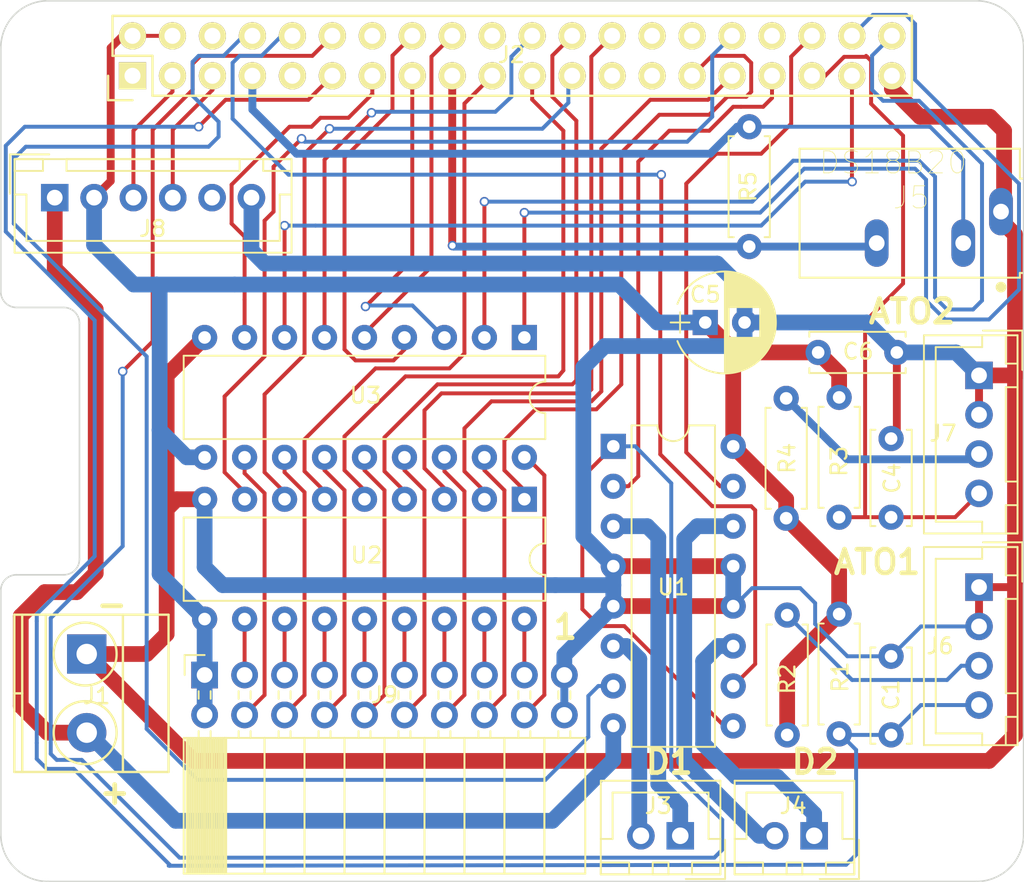
<source format=kicad_pcb>
(kicad_pcb (version 20171130) (host pcbnew "(5.0.0)")

  (general
    (thickness 1.6)
    (drawings 37)
    (tracks 530)
    (zones 0)
    (modules 25)
    (nets 64)
  )

  (page A4)
  (layers
    (0 F.Cu signal hide)
    (31 B.Cu signal hide)
    (32 B.Adhes user)
    (33 F.Adhes user)
    (34 B.Paste user)
    (35 F.Paste user)
    (36 B.SilkS user)
    (37 F.SilkS user)
    (38 B.Mask user)
    (39 F.Mask user)
    (40 Dwgs.User user hide)
    (41 Cmts.User user)
    (42 Eco1.User user hide)
    (43 Eco2.User user hide)
    (44 Edge.Cuts user)
    (45 Margin user)
    (46 B.CrtYd user)
    (47 F.CrtYd user)
    (48 B.Fab user)
    (49 F.Fab user)
  )

  (setup
    (last_trace_width 0.25)
    (user_trace_width 0.01)
    (user_trace_width 0.02)
    (user_trace_width 0.05)
    (user_trace_width 0.1)
    (user_trace_width 0.2)
    (user_trace_width 0.5)
    (user_trace_width 1)
    (trace_clearance 0.2)
    (zone_clearance 0.508)
    (zone_45_only no)
    (trace_min 0.01)
    (segment_width 0.2)
    (edge_width 0.1)
    (via_size 0.6)
    (via_drill 0.4)
    (via_min_size 0.4)
    (via_min_drill 0.3)
    (uvia_size 0.3)
    (uvia_drill 0.1)
    (uvias_allowed no)
    (uvia_min_size 0.2)
    (uvia_min_drill 0.1)
    (pcb_text_width 0.3)
    (pcb_text_size 1.5 1.5)
    (mod_edge_width 0.15)
    (mod_text_size 1 1)
    (mod_text_width 0.15)
    (pad_size 1.2 2.2)
    (pad_drill 1)
    (pad_to_mask_clearance 0)
    (aux_axis_origin 0 0)
    (visible_elements 7FFEFFFF)
    (pcbplotparams
      (layerselection 0x010f0_80000001)
      (usegerberextensions false)
      (usegerberattributes false)
      (usegerberadvancedattributes false)
      (creategerberjobfile false)
      (excludeedgelayer true)
      (linewidth 0.100000)
      (plotframeref false)
      (viasonmask false)
      (mode 1)
      (useauxorigin false)
      (hpglpennumber 1)
      (hpglpenspeed 20)
      (hpglpendiameter 15.000000)
      (psnegative false)
      (psa4output false)
      (plotreference true)
      (plotvalue true)
      (plotinvisibletext false)
      (padsonsilk false)
      (subtractmaskfromsilk false)
      (outputformat 1)
      (mirror false)
      (drillshape 0)
      (scaleselection 1)
      (outputdirectory "meta/"))
  )

  (net 0 "")
  (net 1 "Net-(J1-Pad2)")
  (net 2 "Net-(J2-Pad1)")
  (net 3 "Net-(J2-Pad3)")
  (net 4 "Net-(J2-Pad5)")
  (net 5 "Net-(J2-Pad7)")
  (net 6 "Net-(J2-Pad8)")
  (net 7 "Net-(J2-Pad10)")
  (net 8 "Net-(J2-Pad12)")
  (net 9 "Net-(J2-Pad13)")
  (net 10 "Net-(J2-Pad15)")
  (net 11 "Net-(J2-Pad16)")
  (net 12 "Net-(J2-Pad18)")
  (net 13 "Net-(J2-Pad19)")
  (net 14 "Net-(J2-Pad21)")
  (net 15 "Net-(J2-Pad22)")
  (net 16 "Net-(J2-Pad23)")
  (net 17 "Net-(J2-Pad24)")
  (net 18 "Net-(J2-Pad26)")
  (net 19 "Net-(J2-Pad27)")
  (net 20 "Net-(J2-Pad28)")
  (net 21 "Net-(J2-Pad29)")
  (net 22 "Net-(J2-Pad31)")
  (net 23 "Net-(J2-Pad32)")
  (net 24 "Net-(J2-Pad33)")
  (net 25 "Net-(J2-Pad36)")
  (net 26 "Net-(J2-Pad37)")
  (net 27 "Net-(J2-Pad38)")
  (net 28 "Net-(J2-Pad40)")
  (net 29 "Net-(C1-Pad1)")
  (net 30 GND)
  (net 31 "Net-(C4-Pad1)")
  (net 32 "Net-(J3-Pad1)")
  (net 33 "Net-(J3-Pad2)")
  (net 34 "Net-(J4-Pad1)")
  (net 35 "Net-(J4-Pad2)")
  (net 36 "Net-(J6-Pad3)")
  (net 37 "Net-(J7-Pad3)")
  (net 38 "Net-(J8-Pad5)")
  (net 39 "Net-(J9-Pad3)")
  (net 40 "Net-(J9-Pad4)")
  (net 41 "Net-(J9-Pad5)")
  (net 42 "Net-(J9-Pad6)")
  (net 43 "Net-(J9-Pad7)")
  (net 44 "Net-(J9-Pad8)")
  (net 45 "Net-(J9-Pad9)")
  (net 46 "Net-(J9-Pad10)")
  (net 47 "Net-(J9-Pad11)")
  (net 48 "Net-(J9-Pad12)")
  (net 49 "Net-(J9-Pad13)")
  (net 50 "Net-(J9-Pad14)")
  (net 51 "Net-(J9-Pad15)")
  (net 52 "Net-(J9-Pad16)")
  (net 53 "Net-(J9-Pad17)")
  (net 54 "Net-(J9-Pad18)")
  (net 55 "Net-(C5-Pad1)")
  (net 56 "Net-(J2-Pad6)")
  (net 57 "Net-(J2-Pad9)")
  (net 58 "Net-(J2-Pad14)")
  (net 59 "Net-(J2-Pad17)")
  (net 60 "Net-(J2-Pad20)")
  (net 61 "Net-(J2-Pad25)")
  (net 62 "Net-(J2-Pad30)")
  (net 63 "Net-(J2-Pad34)")

  (net_class Default "This is the default net class."
    (clearance 0.2)
    (trace_width 0.25)
    (via_dia 0.6)
    (via_drill 0.4)
    (uvia_dia 0.3)
    (uvia_drill 0.1)
    (add_net GND)
    (add_net "Net-(C1-Pad1)")
    (add_net "Net-(C4-Pad1)")
    (add_net "Net-(C5-Pad1)")
    (add_net "Net-(J1-Pad2)")
    (add_net "Net-(J2-Pad1)")
    (add_net "Net-(J2-Pad10)")
    (add_net "Net-(J2-Pad12)")
    (add_net "Net-(J2-Pad13)")
    (add_net "Net-(J2-Pad14)")
    (add_net "Net-(J2-Pad15)")
    (add_net "Net-(J2-Pad16)")
    (add_net "Net-(J2-Pad17)")
    (add_net "Net-(J2-Pad18)")
    (add_net "Net-(J2-Pad19)")
    (add_net "Net-(J2-Pad20)")
    (add_net "Net-(J2-Pad21)")
    (add_net "Net-(J2-Pad22)")
    (add_net "Net-(J2-Pad23)")
    (add_net "Net-(J2-Pad24)")
    (add_net "Net-(J2-Pad25)")
    (add_net "Net-(J2-Pad26)")
    (add_net "Net-(J2-Pad27)")
    (add_net "Net-(J2-Pad28)")
    (add_net "Net-(J2-Pad29)")
    (add_net "Net-(J2-Pad3)")
    (add_net "Net-(J2-Pad30)")
    (add_net "Net-(J2-Pad31)")
    (add_net "Net-(J2-Pad32)")
    (add_net "Net-(J2-Pad33)")
    (add_net "Net-(J2-Pad34)")
    (add_net "Net-(J2-Pad36)")
    (add_net "Net-(J2-Pad37)")
    (add_net "Net-(J2-Pad38)")
    (add_net "Net-(J2-Pad40)")
    (add_net "Net-(J2-Pad5)")
    (add_net "Net-(J2-Pad6)")
    (add_net "Net-(J2-Pad7)")
    (add_net "Net-(J2-Pad8)")
    (add_net "Net-(J2-Pad9)")
    (add_net "Net-(J3-Pad1)")
    (add_net "Net-(J3-Pad2)")
    (add_net "Net-(J4-Pad1)")
    (add_net "Net-(J4-Pad2)")
    (add_net "Net-(J6-Pad3)")
    (add_net "Net-(J7-Pad3)")
    (add_net "Net-(J8-Pad5)")
    (add_net "Net-(J9-Pad10)")
    (add_net "Net-(J9-Pad11)")
    (add_net "Net-(J9-Pad12)")
    (add_net "Net-(J9-Pad13)")
    (add_net "Net-(J9-Pad14)")
    (add_net "Net-(J9-Pad15)")
    (add_net "Net-(J9-Pad16)")
    (add_net "Net-(J9-Pad17)")
    (add_net "Net-(J9-Pad18)")
    (add_net "Net-(J9-Pad3)")
    (add_net "Net-(J9-Pad4)")
    (add_net "Net-(J9-Pad5)")
    (add_net "Net-(J9-Pad6)")
    (add_net "Net-(J9-Pad7)")
    (add_net "Net-(J9-Pad8)")
    (add_net "Net-(J9-Pad9)")
  )

  (module SJ1-3533NG:CUI_SJ1-3533NG (layer F.Cu) (tedit 5B6DB04F) (tstamp 5B5EB6D8)
    (at 158.8135 71.0565 180)
    (path /5BAD6E96)
    (fp_text reference J5 (at 5.715 0.889 180) (layer F.SilkS)
      (effects (font (size 1.40313 1.40313) (thickness 0.05)))
    )
    (fp_text value DS18B20 (at 6.858 3.1115 unlocked) (layer F.SilkS)
      (effects (font (size 1.40243 1.40243) (thickness 0.05)))
    )
    (fp_line (start -0.5 -1) (end 0.5 -1) (layer Edge.Cuts) (width 0.0001))
    (fp_line (start 0.5 -1) (end 0.5 1) (layer Edge.Cuts) (width 0.0001))
    (fp_line (start 0.5 1) (end -0.5 1) (layer Edge.Cuts) (width 0.0001))
    (fp_line (start -0.5 1) (end -0.5 -1) (layer Edge.Cuts) (width 0.0001))
    (fp_line (start 1.9 -3) (end 2.9 -3) (layer Edge.Cuts) (width 0.0001))
    (fp_line (start 2.9 -3) (end 2.9 -1) (layer Edge.Cuts) (width 0.0001))
    (fp_line (start 2.9 -1) (end 1.9 -1) (layer Edge.Cuts) (width 0.0001))
    (fp_line (start 1.9 -1) (end 1.9 -3) (layer Edge.Cuts) (width 0.0001))
    (fp_line (start 7.4 -3) (end 8.4 -3) (layer Edge.Cuts) (width 0.0001))
    (fp_line (start 8.4 -3) (end 8.4 -1) (layer Edge.Cuts) (width 0.0001))
    (fp_line (start 8.4 -1) (end 7.4 -1) (layer Edge.Cuts) (width 0.0001))
    (fp_line (start 7.4 -1) (end 7.4 -3) (layer Edge.Cuts) (width 0.0001))
    (fp_line (start -1.2 -4.2) (end 12.8 -4.2) (layer Dwgs.User) (width 0.127))
    (fp_line (start 12.8 -4.2) (end 12.8 4) (layer Dwgs.User) (width 0.127))
    (fp_line (start 12.8 4) (end -1.2 4) (layer Dwgs.User) (width 0.127))
    (fp_line (start -1.2 4) (end -1.2 2.1) (layer Dwgs.User) (width 0.127))
    (fp_line (start -1.2 2.1) (end -5.2 2.1) (layer Dwgs.User) (width 0.127))
    (fp_line (start -5.2 2.1) (end -5.2 -3.9) (layer Dwgs.User) (width 0.127))
    (fp_line (start -5.2 -3.9) (end -1.2 -3.9) (layer Dwgs.User) (width 0.127))
    (fp_line (start -1.2 -3.9) (end -1.2 -4.2) (layer Dwgs.User) (width 0.127))
    (fp_line (start -1.2 -4.2) (end 12.8 -4.2) (layer F.SilkS) (width 0.127))
    (fp_line (start 12.8 -4.2) (end 12.8 4) (layer F.SilkS) (width 0.127))
    (fp_line (start 12.8 4) (end -1.2 4) (layer F.SilkS) (width 0.127))
    (fp_line (start -1.2 4) (end -1.2 2.1) (layer F.SilkS) (width 0.127))
    (fp_line (start -1.2 2.1) (end -5.2 2.1) (layer F.SilkS) (width 0.127))
    (fp_line (start -5.2 2.1) (end -5.2 -3.9) (layer F.SilkS) (width 0.127))
    (fp_line (start -5.2 -3.9) (end -1.2 -3.9) (layer F.SilkS) (width 0.127))
    (fp_line (start -1.2 -3.9) (end -1.2 -4.2) (layer F.SilkS) (width 0.127))
    (fp_line (start 13.1 -4.5) (end 13.1 4.3) (layer Eco1.User) (width 0.05))
    (fp_line (start 13.1 4.3) (end -1.5 4.3) (layer Eco1.User) (width 0.05))
    (fp_line (start -1.5 4.3) (end -1.5 2.4) (layer Eco1.User) (width 0.05))
    (fp_line (start -1.5 2.4) (end -5.5 2.4) (layer Eco1.User) (width 0.05))
    (fp_line (start -5.5 2.4) (end -5.5 -4.2) (layer Eco1.User) (width 0.05))
    (fp_line (start -5.5 -4.2) (end -1.5 -4.2) (layer Eco1.User) (width 0.05))
    (fp_line (start -1.5 -4.2) (end -1.5 -4.5) (layer Eco1.User) (width 0.05))
    (fp_line (start -1.5 -4.5) (end 13.1 -4.5) (layer Eco1.User) (width 0.05))
    (fp_circle (center 0 -4.8) (end 0.17 -4.8) (layer F.SilkS) (width 0.34))
    (fp_line (start -5.8 -0.9) (end 13.5 -0.9) (layer Dwgs.User) (width 0.05))
    (pad 1 thru_hole oval (at 0 0 270) (size 3.016 1.508) (drill 1) (layers *.Cu *.Mask)
      (net 30 GND))
    (pad 2 thru_hole oval (at 2.4 -2 270) (size 3.016 1.508) (drill 1) (layers *.Cu *.Mask)
      (net 5 "Net-(J2-Pad7)"))
    (pad 3 thru_hole oval (at 7.9 -2 270) (size 3.016 1.508) (drill 1) (layers *.Cu *.Mask)
      (net 59 "Net-(J2-Pad17)"))
    (model ${KIPRJMOD}/Custom_parts.pretty/CUI_SJ1_3533NG.step
      (offset (xyz 6 1 0))
      (scale (xyz 1 1 1))
      (rotate (xyz 0 0 0))
    )
  )

  (module TerminalBlocks_Phoenix:TerminalBlock_Phoenix_MKDS1.5-2pol (layer F.Cu) (tedit 5B6D9921) (tstamp 5B5ECBDC)
    (at 100.711 99.187 270)
    (descr "2-way 5mm pitch terminal block, Phoenix MKDS series")
    (path /5B5EE57E)
    (fp_text reference J1 (at 2.667 -0.635) (layer F.SilkS)
      (effects (font (size 1 1) (thickness 0.15)))
    )
    (fp_text value Conn_01x02 (at 2.5 -6.6 270) (layer F.Fab)
      (effects (font (size 1 1) (thickness 0.15)))
    )
    (fp_text user %R (at 2.5 0 270) (layer F.Fab)
      (effects (font (size 1 1) (thickness 0.15)))
    )
    (fp_line (start -2.7 -5.4) (end 7.7 -5.4) (layer F.CrtYd) (width 0.05))
    (fp_line (start -2.7 4.8) (end -2.7 -5.4) (layer F.CrtYd) (width 0.05))
    (fp_line (start 7.7 4.8) (end -2.7 4.8) (layer F.CrtYd) (width 0.05))
    (fp_line (start 7.7 -5.4) (end 7.7 4.8) (layer F.CrtYd) (width 0.05))
    (fp_line (start 2.5 4.1) (end 2.5 4.6) (layer F.SilkS) (width 0.15))
    (fp_line (start -2.5 2.6) (end 7.5 2.6) (layer F.SilkS) (width 0.15))
    (fp_line (start -2.5 -2.3) (end 7.5 -2.3) (layer F.SilkS) (width 0.15))
    (fp_line (start -2.5 4.1) (end 7.5 4.1) (layer F.SilkS) (width 0.15))
    (fp_line (start -2.5 4.6) (end 7.5 4.6) (layer F.SilkS) (width 0.15))
    (fp_line (start 7.5 4.6) (end 7.5 -5.2) (layer F.SilkS) (width 0.15))
    (fp_line (start 7.5 -5.2) (end -2.5 -5.2) (layer F.SilkS) (width 0.15))
    (fp_line (start -2.5 -5.2) (end -2.5 4.6) (layer F.SilkS) (width 0.15))
    (fp_circle (center 5 0.1) (end 3 0.1) (layer F.SilkS) (width 0.15))
    (fp_circle (center 0 0.1) (end 2 0.1) (layer F.SilkS) (width 0.15))
    (pad 1 thru_hole rect (at 0 0 270) (size 2.5 2.5) (drill 1.3) (layers *.Cu *.Mask)
      (net 30 GND))
    (pad 2 thru_hole circle (at 5 0 270) (size 2.5 2.5) (drill 1.3) (layers *.Cu *.Mask)
      (net 1 "Net-(J1-Pad2)"))
    (model Terminal_Blocks.3dshapes/Pheonix_MKDS1.5-2pol.wrl
      (offset (xyz 2.539999961853027 0 0))
      (scale (xyz 1 1 1))
      (rotate (xyz 0 0 0))
    )
  )

  (module RPi_Hat:Pin_Header_Straight_2x20 (layer F.Cu) (tedit 5B603AC2) (tstamp 5516AEA0)
    (at 127.75 61.15 90)
    (descr "Through hole pin header")
    (tags "pin header")
    (path /5B5EC00B)
    (fp_text reference J2 (at 0.063 -0.0515) (layer F.SilkS)
      (effects (font (size 1 1) (thickness 0.15)))
    )
    (fp_text value Conn_02x20_Odd_Even (at -1.27 -27.23 90) (layer F.Fab)
      (effects (font (size 1 1) (thickness 0.15)))
    )
    (fp_line (start -3.02 -25.88) (end -3.02 25.92) (layer F.CrtYd) (width 0.05))
    (fp_line (start 3.03 -25.88) (end 3.03 25.92) (layer F.CrtYd) (width 0.05))
    (fp_line (start -3.02 -25.88) (end 3.03 -25.88) (layer F.CrtYd) (width 0.05))
    (fp_line (start -3.02 25.92) (end 3.03 25.92) (layer F.CrtYd) (width 0.05))
    (fp_line (start 2.54 25.4) (end 2.54 -25.4) (layer F.SilkS) (width 0.15))
    (fp_line (start -2.54 -22.86) (end -2.54 25.4) (layer F.SilkS) (width 0.15))
    (fp_line (start 2.54 25.4) (end -2.54 25.4) (layer F.SilkS) (width 0.15))
    (fp_line (start 2.54 -25.4) (end 0 -25.4) (layer F.SilkS) (width 0.15))
    (fp_line (start -1.27 -25.68) (end -2.82 -25.68) (layer F.SilkS) (width 0.15))
    (fp_line (start 0 -25.4) (end 0 -22.86) (layer F.SilkS) (width 0.15))
    (fp_line (start 0 -22.86) (end -2.54 -22.86) (layer F.SilkS) (width 0.15))
    (fp_line (start -2.82 -25.68) (end -2.82 -24.13) (layer F.SilkS) (width 0.15))
    (pad 1 thru_hole rect (at -1.27 -24.13 90) (size 1.7272 1.7272) (drill 1.016) (layers *.Cu *.Mask F.SilkS)
      (net 2 "Net-(J2-Pad1)"))
    (pad 2 thru_hole oval (at 1.27 -24.13 90) (size 1.7272 1.7272) (drill 1.016) (layers *.Cu *.Mask F.SilkS)
      (net 55 "Net-(C5-Pad1)"))
    (pad 3 thru_hole oval (at -1.27 -21.59 90) (size 1.7272 1.7272) (drill 1.016) (layers *.Cu *.Mask F.SilkS)
      (net 3 "Net-(J2-Pad3)"))
    (pad 4 thru_hole oval (at 1.27 -21.59 90) (size 1.7272 1.7272) (drill 1.016) (layers *.Cu *.Mask F.SilkS)
      (net 55 "Net-(C5-Pad1)"))
    (pad 5 thru_hole oval (at -1.27 -19.05 90) (size 1.7272 1.7272) (drill 1.016) (layers *.Cu *.Mask F.SilkS)
      (net 4 "Net-(J2-Pad5)"))
    (pad 6 thru_hole oval (at 1.27 -19.05 90) (size 1.7272 1.7272) (drill 1.016) (layers *.Cu *.Mask F.SilkS)
      (net 56 "Net-(J2-Pad6)"))
    (pad 7 thru_hole oval (at -1.27 -16.51 90) (size 1.7272 1.7272) (drill 1.016) (layers *.Cu *.Mask F.SilkS)
      (net 5 "Net-(J2-Pad7)"))
    (pad 8 thru_hole oval (at 1.27 -16.51 90) (size 1.7272 1.7272) (drill 1.016) (layers *.Cu *.Mask F.SilkS)
      (net 6 "Net-(J2-Pad8)"))
    (pad 9 thru_hole oval (at -1.27 -13.97 90) (size 1.7272 1.7272) (drill 1.016) (layers *.Cu *.Mask F.SilkS)
      (net 57 "Net-(J2-Pad9)"))
    (pad 10 thru_hole oval (at 1.27 -13.97 90) (size 1.7272 1.7272) (drill 1.016) (layers *.Cu *.Mask F.SilkS)
      (net 7 "Net-(J2-Pad10)"))
    (pad 11 thru_hole oval (at -1.27 -11.43 90) (size 1.7272 1.7272) (drill 1.016) (layers *.Cu *.Mask F.SilkS)
      (net 29 "Net-(C1-Pad1)"))
    (pad 12 thru_hole oval (at 1.27 -11.43 90) (size 1.7272 1.7272) (drill 1.016) (layers *.Cu *.Mask F.SilkS)
      (net 8 "Net-(J2-Pad12)"))
    (pad 13 thru_hole oval (at -1.27 -8.89 90) (size 1.7272 1.7272) (drill 1.016) (layers *.Cu *.Mask F.SilkS)
      (net 9 "Net-(J2-Pad13)"))
    (pad 14 thru_hole oval (at 1.27 -8.89 90) (size 1.7272 1.7272) (drill 1.016) (layers *.Cu *.Mask F.SilkS)
      (net 58 "Net-(J2-Pad14)"))
    (pad 15 thru_hole oval (at -1.27 -6.35 90) (size 1.7272 1.7272) (drill 1.016) (layers *.Cu *.Mask F.SilkS)
      (net 10 "Net-(J2-Pad15)"))
    (pad 16 thru_hole oval (at 1.27 -6.35 90) (size 1.7272 1.7272) (drill 1.016) (layers *.Cu *.Mask F.SilkS)
      (net 11 "Net-(J2-Pad16)"))
    (pad 17 thru_hole oval (at -1.27 -3.81 90) (size 1.7272 1.7272) (drill 1.016) (layers *.Cu *.Mask F.SilkS)
      (net 59 "Net-(J2-Pad17)"))
    (pad 18 thru_hole oval (at 1.27 -3.81 90) (size 1.7272 1.7272) (drill 1.016) (layers *.Cu *.Mask F.SilkS)
      (net 12 "Net-(J2-Pad18)"))
    (pad 19 thru_hole oval (at -1.27 -1.27 90) (size 1.7272 1.7272) (drill 1.016) (layers *.Cu *.Mask F.SilkS)
      (net 13 "Net-(J2-Pad19)"))
    (pad 20 thru_hole oval (at 1.27 -1.27 90) (size 1.7272 1.7272) (drill 1.016) (layers *.Cu *.Mask F.SilkS)
      (net 60 "Net-(J2-Pad20)"))
    (pad 21 thru_hole oval (at -1.27 1.27 90) (size 1.7272 1.7272) (drill 1.016) (layers *.Cu *.Mask F.SilkS)
      (net 14 "Net-(J2-Pad21)"))
    (pad 22 thru_hole oval (at 1.27 1.27 90) (size 1.7272 1.7272) (drill 1.016) (layers *.Cu *.Mask F.SilkS)
      (net 15 "Net-(J2-Pad22)"))
    (pad 23 thru_hole oval (at -1.27 3.81 90) (size 1.7272 1.7272) (drill 1.016) (layers *.Cu *.Mask F.SilkS)
      (net 16 "Net-(J2-Pad23)"))
    (pad 24 thru_hole oval (at 1.27 3.81 90) (size 1.7272 1.7272) (drill 1.016) (layers *.Cu *.Mask F.SilkS)
      (net 17 "Net-(J2-Pad24)"))
    (pad 25 thru_hole oval (at -1.27 6.35 90) (size 1.7272 1.7272) (drill 1.016) (layers *.Cu *.Mask F.SilkS)
      (net 61 "Net-(J2-Pad25)"))
    (pad 26 thru_hole oval (at 1.27 6.35 90) (size 1.7272 1.7272) (drill 1.016) (layers *.Cu *.Mask F.SilkS)
      (net 18 "Net-(J2-Pad26)"))
    (pad 27 thru_hole oval (at -1.27 8.89 90) (size 1.7272 1.7272) (drill 1.016) (layers *.Cu *.Mask F.SilkS)
      (net 19 "Net-(J2-Pad27)"))
    (pad 28 thru_hole oval (at 1.27 8.89 90) (size 1.7272 1.7272) (drill 1.016) (layers *.Cu *.Mask F.SilkS)
      (net 20 "Net-(J2-Pad28)"))
    (pad 29 thru_hole oval (at -1.27 11.43 90) (size 1.7272 1.7272) (drill 1.016) (layers *.Cu *.Mask F.SilkS)
      (net 21 "Net-(J2-Pad29)"))
    (pad 30 thru_hole oval (at 1.27 11.43 90) (size 1.7272 1.7272) (drill 1.016) (layers *.Cu *.Mask F.SilkS)
      (net 62 "Net-(J2-Pad30)"))
    (pad 31 thru_hole oval (at -1.27 13.97 90) (size 1.7272 1.7272) (drill 1.016) (layers *.Cu *.Mask F.SilkS)
      (net 22 "Net-(J2-Pad31)"))
    (pad 32 thru_hole oval (at 1.27 13.97 90) (size 1.7272 1.7272) (drill 1.016) (layers *.Cu *.Mask F.SilkS)
      (net 23 "Net-(J2-Pad32)"))
    (pad 33 thru_hole oval (at -1.27 16.51 90) (size 1.7272 1.7272) (drill 1.016) (layers *.Cu *.Mask F.SilkS)
      (net 24 "Net-(J2-Pad33)"))
    (pad 34 thru_hole oval (at 1.27 16.51 90) (size 1.7272 1.7272) (drill 1.016) (layers *.Cu *.Mask F.SilkS)
      (net 63 "Net-(J2-Pad34)"))
    (pad 35 thru_hole oval (at -1.27 19.05 90) (size 1.7272 1.7272) (drill 1.016) (layers *.Cu *.Mask F.SilkS)
      (net 31 "Net-(C4-Pad1)"))
    (pad 36 thru_hole oval (at 1.27 19.05 90) (size 1.7272 1.7272) (drill 1.016) (layers *.Cu *.Mask F.SilkS)
      (net 25 "Net-(J2-Pad36)"))
    (pad 37 thru_hole oval (at -1.27 21.59 90) (size 1.7272 1.7272) (drill 1.016) (layers *.Cu *.Mask F.SilkS)
      (net 26 "Net-(J2-Pad37)"))
    (pad 38 thru_hole oval (at 1.27 21.59 90) (size 1.7272 1.7272) (drill 1.016) (layers *.Cu *.Mask F.SilkS)
      (net 27 "Net-(J2-Pad38)"))
    (pad 39 thru_hole oval (at -1.27 24.13 90) (size 1.7272 1.7272) (drill 1.016) (layers *.Cu *.Mask F.SilkS)
      (net 30 GND))
    (pad 40 thru_hole oval (at 1.27 24.13 90) (size 1.7272 1.7272) (drill 1.016) (layers *.Cu *.Mask F.SilkS)
      (net 28 "Net-(J2-Pad40)"))
    (model Pin_Headers.3dshapes/Pin_Header_Straight_2x20_Pitch2.54mm.wrl
      (offset (xyz -1.269999980926514 24.12999963760376 0))
      (scale (xyz 1 1 1))
      (rotate (xyz 0 0 0))
    )
    (model ${KISYS3DMOD}/Socket_Strips.3dshapes/Socket_Strip_Straight_2x20_Pitch2.54mm.wrl
      (at (xyz 0 0 0))
      (scale (xyz 1 1 1))
      (rotate (xyz 0 0 90))
    )
  )

  (module RPi_Hat:RPi_Hat_Mounting_Hole locked (layer F.Cu) (tedit 55217C7B) (tstamp 5515DEA9)
    (at 156.75 61.15)
    (descr "Mounting hole, Befestigungsbohrung, 2,7mm, No Annular, Kein Restring,")
    (tags "Mounting hole, Befestigungsbohrung, 2,7mm, No Annular, Kein Restring,")
    (fp_text reference "" (at 0 -4.0005) (layer F.SilkS) hide
      (effects (font (size 1 1) (thickness 0.15)))
    )
    (fp_text value "" (at 0.09906 3.59918) (layer F.Fab) hide
      (effects (font (size 1 1) (thickness 0.15)))
    )
    (fp_circle (center 0 0) (end 1.375 0) (layer F.Fab) (width 0.15))
    (fp_circle (center 0 0) (end 3.1 0) (layer F.Fab) (width 0.15))
    (fp_circle (center 0 0) (end 3.1 0) (layer B.Fab) (width 0.15))
    (fp_circle (center 0 0) (end 1.375 0) (layer B.Fab) (width 0.15))
    (fp_circle (center 0 0) (end 3.1 0) (layer F.CrtYd) (width 0.15))
    (fp_circle (center 0 0) (end 3.1 0) (layer B.CrtYd) (width 0.15))
    (pad "" np_thru_hole circle (at 0 0) (size 2.75 2.75) (drill 2.75) (layers *.Cu *.Mask)
      (solder_mask_margin 1.725) (clearance 1.725))
  )

  (module RPi_Hat:RPi_Hat_Mounting_Hole locked (layer F.Cu) (tedit 55217CCB) (tstamp 55169DC9)
    (at 156.75 110.15)
    (descr "Mounting hole, Befestigungsbohrung, 2,7mm, No Annular, Kein Restring,")
    (tags "Mounting hole, Befestigungsbohrung, 2,7mm, No Annular, Kein Restring,")
    (fp_text reference "" (at 0 -4.0005) (layer F.SilkS) hide
      (effects (font (size 1 1) (thickness 0.15)))
    )
    (fp_text value "" (at 0.09906 3.59918) (layer F.Fab) hide
      (effects (font (size 1 1) (thickness 0.15)))
    )
    (fp_circle (center 0 0) (end 1.375 0) (layer F.Fab) (width 0.15))
    (fp_circle (center 0 0) (end 3.1 0) (layer F.Fab) (width 0.15))
    (fp_circle (center 0 0) (end 3.1 0) (layer B.Fab) (width 0.15))
    (fp_circle (center 0 0) (end 1.375 0) (layer B.Fab) (width 0.15))
    (fp_circle (center 0 0) (end 3.1 0) (layer F.CrtYd) (width 0.15))
    (fp_circle (center 0 0) (end 3.1 0) (layer B.CrtYd) (width 0.15))
    (pad "" np_thru_hole circle (at 0 0) (size 2.75 2.75) (drill 2.75) (layers *.Cu *.Mask)
      (solder_mask_margin 1.725) (clearance 1.725))
  )

  (module RPi_Hat:RPi_Hat_Mounting_Hole locked (layer F.Cu) (tedit 55217CB9) (tstamp 5515DECC)
    (at 98.75 110.15)
    (descr "Mounting hole, Befestigungsbohrung, 2,7mm, No Annular, Kein Restring,")
    (tags "Mounting hole, Befestigungsbohrung, 2,7mm, No Annular, Kein Restring,")
    (fp_text reference "" (at 0 -4.0005) (layer F.SilkS) hide
      (effects (font (size 1 1) (thickness 0.15)))
    )
    (fp_text value "" (at 0.09906 3.59918) (layer F.Fab) hide
      (effects (font (size 1 1) (thickness 0.15)))
    )
    (fp_circle (center 0 0) (end 1.375 0) (layer F.Fab) (width 0.15))
    (fp_circle (center 0 0) (end 3.1 0) (layer F.Fab) (width 0.15))
    (fp_circle (center 0 0) (end 3.1 0) (layer B.Fab) (width 0.15))
    (fp_circle (center 0 0) (end 1.375 0) (layer B.Fab) (width 0.15))
    (fp_circle (center 0 0) (end 3.1 0) (layer F.CrtYd) (width 0.15))
    (fp_circle (center 0 0) (end 3.1 0) (layer B.CrtYd) (width 0.15))
    (pad "" np_thru_hole circle (at 0 0) (size 2.75 2.75) (drill 2.75) (layers *.Cu *.Mask)
      (solder_mask_margin 1.725) (clearance 1.725))
  )

  (module RPi_Hat:RPi_Hat_Mounting_Hole locked (layer F.Cu) (tedit 55217CA2) (tstamp 5515DEBF)
    (at 98.75 61.15)
    (descr "Mounting hole, Befestigungsbohrung, 2,7mm, No Annular, Kein Restring,")
    (tags "Mounting hole, Befestigungsbohrung, 2,7mm, No Annular, Kein Restring,")
    (fp_text reference "" (at 0 -4.0005) (layer F.SilkS) hide
      (effects (font (size 1 1) (thickness 0.15)))
    )
    (fp_text value "" (at 0.09906 3.59918) (layer F.Fab) hide
      (effects (font (size 1 1) (thickness 0.15)))
    )
    (fp_circle (center 0 0) (end 1.375 0) (layer F.Fab) (width 0.15))
    (fp_circle (center 0 0) (end 3.1 0) (layer F.Fab) (width 0.15))
    (fp_circle (center 0 0) (end 3.1 0) (layer B.Fab) (width 0.15))
    (fp_circle (center 0 0) (end 1.375 0) (layer B.Fab) (width 0.15))
    (fp_circle (center 0 0) (end 3.1 0) (layer F.CrtYd) (width 0.15))
    (fp_circle (center 0 0) (end 3.1 0) (layer B.CrtYd) (width 0.15))
    (pad "" np_thru_hole circle (at 0 0) (size 2.75 2.75) (drill 2.75) (layers *.Cu *.Mask)
      (solder_mask_margin 1.725) (clearance 1.725))
  )

  (module Capacitors_THT:C_Disc_D6.0mm_W2.5mm_P5.00mm (layer F.Cu) (tedit 5B603A21) (tstamp 5B5EB6A7)
    (at 151.8285 104.3305 90)
    (descr "C, Disc series, Radial, pin pitch=5.00mm, , diameter*width=6*2.5mm^2, Capacitor, http://cdn-reichelt.de/documents/datenblatt/B300/DS_KERKO_TC.pdf")
    (tags "C Disc series Radial pin pitch 5.00mm  diameter 6mm width 2.5mm Capacitor")
    (path /5B5E9D1C)
    (fp_text reference C1 (at 2.54 0 90) (layer F.SilkS)
      (effects (font (size 1 1) (thickness 0.15)))
    )
    (fp_text value 100nF (at 2.5 2.56 90) (layer F.Fab)
      (effects (font (size 1 1) (thickness 0.15)))
    )
    (fp_line (start -0.5 -1.25) (end -0.5 1.25) (layer F.Fab) (width 0.1))
    (fp_line (start -0.5 1.25) (end 5.5 1.25) (layer F.Fab) (width 0.1))
    (fp_line (start 5.5 1.25) (end 5.5 -1.25) (layer F.Fab) (width 0.1))
    (fp_line (start 5.5 -1.25) (end -0.5 -1.25) (layer F.Fab) (width 0.1))
    (fp_line (start -0.56 -1.31) (end 5.56 -1.31) (layer F.SilkS) (width 0.12))
    (fp_line (start -0.56 1.31) (end 5.56 1.31) (layer F.SilkS) (width 0.12))
    (fp_line (start -0.56 -1.31) (end -0.56 -0.996) (layer F.SilkS) (width 0.12))
    (fp_line (start -0.56 0.996) (end -0.56 1.31) (layer F.SilkS) (width 0.12))
    (fp_line (start 5.56 -1.31) (end 5.56 -0.996) (layer F.SilkS) (width 0.12))
    (fp_line (start 5.56 0.996) (end 5.56 1.31) (layer F.SilkS) (width 0.12))
    (fp_line (start -1.05 -1.6) (end -1.05 1.6) (layer F.CrtYd) (width 0.05))
    (fp_line (start -1.05 1.6) (end 6.05 1.6) (layer F.CrtYd) (width 0.05))
    (fp_line (start 6.05 1.6) (end 6.05 -1.6) (layer F.CrtYd) (width 0.05))
    (fp_line (start 6.05 -1.6) (end -1.05 -1.6) (layer F.CrtYd) (width 0.05))
    (fp_text user %R (at 2.5 0 90) (layer F.Fab)
      (effects (font (size 1 1) (thickness 0.15)))
    )
    (pad 1 thru_hole circle (at 0 0 90) (size 1.6 1.6) (drill 0.8) (layers *.Cu *.Mask)
      (net 29 "Net-(C1-Pad1)"))
    (pad 2 thru_hole circle (at 5 0 90) (size 1.6 1.6) (drill 0.8) (layers *.Cu *.Mask)
      (net 30 GND))
    (model ${KISYS3DMOD}/Capacitors_THT.3dshapes/C_Disc_D6.0mm_W2.5mm_P5.00mm.wrl
      (at (xyz 0 0 0))
      (scale (xyz 1 1 1))
      (rotate (xyz 0 0 0))
    )
  )

  (module Capacitors_THT:C_Disc_D6.0mm_W2.5mm_P5.00mm (layer F.Cu) (tedit 5B6039FC) (tstamp 5B5EB6B9)
    (at 151.8285 90.4875 90)
    (descr "C, Disc series, Radial, pin pitch=5.00mm, , diameter*width=6*2.5mm^2, Capacitor, http://cdn-reichelt.de/documents/datenblatt/B300/DS_KERKO_TC.pdf")
    (tags "C Disc series Radial pin pitch 5.00mm  diameter 6mm width 2.5mm Capacitor")
    (path /5B5E9B07)
    (fp_text reference C4 (at 2.4765 0.0635 90) (layer F.SilkS)
      (effects (font (size 1 1) (thickness 0.15)))
    )
    (fp_text value 100nF (at 2.5 2.56 90) (layer F.Fab)
      (effects (font (size 1 1) (thickness 0.15)))
    )
    (fp_line (start -0.5 -1.25) (end -0.5 1.25) (layer F.Fab) (width 0.1))
    (fp_line (start -0.5 1.25) (end 5.5 1.25) (layer F.Fab) (width 0.1))
    (fp_line (start 5.5 1.25) (end 5.5 -1.25) (layer F.Fab) (width 0.1))
    (fp_line (start 5.5 -1.25) (end -0.5 -1.25) (layer F.Fab) (width 0.1))
    (fp_line (start -0.56 -1.31) (end 5.56 -1.31) (layer F.SilkS) (width 0.12))
    (fp_line (start -0.56 1.31) (end 5.56 1.31) (layer F.SilkS) (width 0.12))
    (fp_line (start -0.56 -1.31) (end -0.56 -0.996) (layer F.SilkS) (width 0.12))
    (fp_line (start -0.56 0.996) (end -0.56 1.31) (layer F.SilkS) (width 0.12))
    (fp_line (start 5.56 -1.31) (end 5.56 -0.996) (layer F.SilkS) (width 0.12))
    (fp_line (start 5.56 0.996) (end 5.56 1.31) (layer F.SilkS) (width 0.12))
    (fp_line (start -1.05 -1.6) (end -1.05 1.6) (layer F.CrtYd) (width 0.05))
    (fp_line (start -1.05 1.6) (end 6.05 1.6) (layer F.CrtYd) (width 0.05))
    (fp_line (start 6.05 1.6) (end 6.05 -1.6) (layer F.CrtYd) (width 0.05))
    (fp_line (start 6.05 -1.6) (end -1.05 -1.6) (layer F.CrtYd) (width 0.05))
    (fp_text user %R (at 2.5 0 90) (layer F.Fab)
      (effects (font (size 1 1) (thickness 0.15)))
    )
    (pad 1 thru_hole circle (at 0 0 90) (size 1.6 1.6) (drill 0.8) (layers *.Cu *.Mask)
      (net 31 "Net-(C4-Pad1)"))
    (pad 2 thru_hole circle (at 5 0 90) (size 1.6 1.6) (drill 0.8) (layers *.Cu *.Mask)
      (net 30 GND))
    (model ${KISYS3DMOD}/Capacitors_THT.3dshapes/C_Disc_D6.0mm_W2.5mm_P5.00mm.wrl
      (at (xyz 0 0 0))
      (scale (xyz 1 1 1))
      (rotate (xyz 0 0 0))
    )
  )

  (module Capacitors_THT:C_Disc_D6.0mm_W2.5mm_P5.00mm (layer F.Cu) (tedit 5B6039F3) (tstamp 5B5EB6C5)
    (at 147.193 80.01)
    (descr "C, Disc series, Radial, pin pitch=5.00mm, , diameter*width=6*2.5mm^2, Capacitor, http://cdn-reichelt.de/documents/datenblatt/B300/DS_KERKO_TC.pdf")
    (tags "C Disc series Radial pin pitch 5.00mm  diameter 6mm width 2.5mm Capacitor")
    (path /5B5E984B)
    (fp_text reference C6 (at 2.54 -0.0635) (layer F.SilkS)
      (effects (font (size 1 1) (thickness 0.15)))
    )
    (fp_text value 100nF (at 2.5 2.56) (layer F.Fab)
      (effects (font (size 1 1) (thickness 0.15)))
    )
    (fp_line (start -0.5 -1.25) (end -0.5 1.25) (layer F.Fab) (width 0.1))
    (fp_line (start -0.5 1.25) (end 5.5 1.25) (layer F.Fab) (width 0.1))
    (fp_line (start 5.5 1.25) (end 5.5 -1.25) (layer F.Fab) (width 0.1))
    (fp_line (start 5.5 -1.25) (end -0.5 -1.25) (layer F.Fab) (width 0.1))
    (fp_line (start -0.56 -1.31) (end 5.56 -1.31) (layer F.SilkS) (width 0.12))
    (fp_line (start -0.56 1.31) (end 5.56 1.31) (layer F.SilkS) (width 0.12))
    (fp_line (start -0.56 -1.31) (end -0.56 -0.996) (layer F.SilkS) (width 0.12))
    (fp_line (start -0.56 0.996) (end -0.56 1.31) (layer F.SilkS) (width 0.12))
    (fp_line (start 5.56 -1.31) (end 5.56 -0.996) (layer F.SilkS) (width 0.12))
    (fp_line (start 5.56 0.996) (end 5.56 1.31) (layer F.SilkS) (width 0.12))
    (fp_line (start -1.05 -1.6) (end -1.05 1.6) (layer F.CrtYd) (width 0.05))
    (fp_line (start -1.05 1.6) (end 6.05 1.6) (layer F.CrtYd) (width 0.05))
    (fp_line (start 6.05 1.6) (end 6.05 -1.6) (layer F.CrtYd) (width 0.05))
    (fp_line (start 6.05 -1.6) (end -1.05 -1.6) (layer F.CrtYd) (width 0.05))
    (fp_text user %R (at 2.5 0) (layer F.Fab)
      (effects (font (size 1 1) (thickness 0.15)))
    )
    (pad 1 thru_hole circle (at 0 0) (size 1.6 1.6) (drill 0.8) (layers *.Cu *.Mask)
      (net 55 "Net-(C5-Pad1)"))
    (pad 2 thru_hole circle (at 5 0) (size 1.6 1.6) (drill 0.8) (layers *.Cu *.Mask)
      (net 30 GND))
    (model ${KISYS3DMOD}/Capacitors_THT.3dshapes/C_Disc_D6.0mm_W2.5mm_P5.00mm.wrl
      (at (xyz 0 0 0))
      (scale (xyz 1 1 1))
      (rotate (xyz 0 0 0))
    )
  )

  (module Resistors_THT:R_Axial_DIN0207_L6.3mm_D2.5mm_P7.62mm_Horizontal (layer F.Cu) (tedit 5B603A24) (tstamp 5B5EB6F8)
    (at 148.5265 96.647 270)
    (descr "Resistor, Axial_DIN0207 series, Axial, Horizontal, pin pitch=7.62mm, 0.25W = 1/4W, length*diameter=6.3*2.5mm^2, http://cdn-reichelt.de/documents/datenblatt/B400/1_4W%23YAG.pdf")
    (tags "Resistor Axial_DIN0207 series Axial Horizontal pin pitch 7.62mm 0.25W = 1/4W length 6.3mm diameter 2.5mm")
    (path /5B5E9715)
    (fp_text reference R1 (at 4.0005 -0.0635 270) (layer F.SilkS)
      (effects (font (size 1 1) (thickness 0.15)))
    )
    (fp_text value 4K7 (at 3.81 2.31 270) (layer F.Fab)
      (effects (font (size 1 1) (thickness 0.15)))
    )
    (fp_line (start 0.66 -1.25) (end 0.66 1.25) (layer F.Fab) (width 0.1))
    (fp_line (start 0.66 1.25) (end 6.96 1.25) (layer F.Fab) (width 0.1))
    (fp_line (start 6.96 1.25) (end 6.96 -1.25) (layer F.Fab) (width 0.1))
    (fp_line (start 6.96 -1.25) (end 0.66 -1.25) (layer F.Fab) (width 0.1))
    (fp_line (start 0 0) (end 0.66 0) (layer F.Fab) (width 0.1))
    (fp_line (start 7.62 0) (end 6.96 0) (layer F.Fab) (width 0.1))
    (fp_line (start 0.6 -0.98) (end 0.6 -1.31) (layer F.SilkS) (width 0.12))
    (fp_line (start 0.6 -1.31) (end 7.02 -1.31) (layer F.SilkS) (width 0.12))
    (fp_line (start 7.02 -1.31) (end 7.02 -0.98) (layer F.SilkS) (width 0.12))
    (fp_line (start 0.6 0.98) (end 0.6 1.31) (layer F.SilkS) (width 0.12))
    (fp_line (start 0.6 1.31) (end 7.02 1.31) (layer F.SilkS) (width 0.12))
    (fp_line (start 7.02 1.31) (end 7.02 0.98) (layer F.SilkS) (width 0.12))
    (fp_line (start -1.05 -1.6) (end -1.05 1.6) (layer F.CrtYd) (width 0.05))
    (fp_line (start -1.05 1.6) (end 8.7 1.6) (layer F.CrtYd) (width 0.05))
    (fp_line (start 8.7 1.6) (end 8.7 -1.6) (layer F.CrtYd) (width 0.05))
    (fp_line (start 8.7 -1.6) (end -1.05 -1.6) (layer F.CrtYd) (width 0.05))
    (pad 1 thru_hole circle (at 0 0 270) (size 1.6 1.6) (drill 0.8) (layers *.Cu *.Mask)
      (net 55 "Net-(C5-Pad1)"))
    (pad 2 thru_hole oval (at 7.62 0 270) (size 1.6 1.6) (drill 0.8) (layers *.Cu *.Mask)
      (net 29 "Net-(C1-Pad1)"))
    (model ${KISYS3DMOD}/Resistors_THT.3dshapes/R_Axial_DIN0207_L6.3mm_D2.5mm_P7.62mm_Horizontal.wrl
      (at (xyz 0 0 0))
      (scale (xyz 0.393701 0.393701 0.393701))
      (rotate (xyz 0 0 0))
    )
  )

  (module Resistors_THT:R_Axial_DIN0207_L6.3mm_D2.5mm_P7.62mm_Horizontal (layer F.Cu) (tedit 5B6DB360) (tstamp 5B5EB6FE)
    (at 145.2245 104.3305 90)
    (descr "Resistor, Axial_DIN0207 series, Axial, Horizontal, pin pitch=7.62mm, 0.25W = 1/4W, length*diameter=6.3*2.5mm^2, http://cdn-reichelt.de/documents/datenblatt/B400/1_4W%23YAG.pdf")
    (tags "Resistor Axial_DIN0207 series Axial Horizontal pin pitch 7.62mm 0.25W = 1/4W length 6.3mm diameter 2.5mm")
    (path /5B5E9770)
    (fp_text reference R2 (at 3.556 0 90) (layer F.SilkS)
      (effects (font (size 1 1) (thickness 0.15)))
    )
    (fp_text value 360 (at 3.81 2.31 90) (layer F.Fab)
      (effects (font (size 1 1) (thickness 0.15)))
    )
    (fp_line (start 0.66 -1.25) (end 0.66 1.25) (layer F.Fab) (width 0.1))
    (fp_line (start 0.66 1.25) (end 6.96 1.25) (layer F.Fab) (width 0.1))
    (fp_line (start 6.96 1.25) (end 6.96 -1.25) (layer F.Fab) (width 0.1))
    (fp_line (start 6.96 -1.25) (end 0.66 -1.25) (layer F.Fab) (width 0.1))
    (fp_line (start 0 0) (end 0.66 0) (layer F.Fab) (width 0.1))
    (fp_line (start 7.62 0) (end 6.96 0) (layer F.Fab) (width 0.1))
    (fp_line (start 0.6 -0.98) (end 0.6 -1.31) (layer F.SilkS) (width 0.12))
    (fp_line (start 0.6 -1.31) (end 7.02 -1.31) (layer F.SilkS) (width 0.12))
    (fp_line (start 7.02 -1.31) (end 7.02 -0.98) (layer F.SilkS) (width 0.12))
    (fp_line (start 0.6 0.98) (end 0.6 1.31) (layer F.SilkS) (width 0.12))
    (fp_line (start 0.6 1.31) (end 7.02 1.31) (layer F.SilkS) (width 0.12))
    (fp_line (start 7.02 1.31) (end 7.02 0.98) (layer F.SilkS) (width 0.12))
    (fp_line (start -1.05 -1.6) (end -1.05 1.6) (layer F.CrtYd) (width 0.05))
    (fp_line (start -1.05 1.6) (end 8.7 1.6) (layer F.CrtYd) (width 0.05))
    (fp_line (start 8.7 1.6) (end 8.7 -1.6) (layer F.CrtYd) (width 0.05))
    (fp_line (start 8.7 -1.6) (end -1.05 -1.6) (layer F.CrtYd) (width 0.05))
    (pad 1 thru_hole circle (at 0 0 90) (size 1.6 1.6) (drill 0.8) (layers *.Cu *.Mask)
      (net 55 "Net-(C5-Pad1)"))
    (pad 2 thru_hole oval (at 7.62 0 90) (size 1.6 1.6) (drill 0.8) (layers *.Cu *.Mask)
      (net 36 "Net-(J6-Pad3)"))
    (model ${KISYS3DMOD}/Resistors_THT.3dshapes/R_Axial_DIN0207_L6.3mm_D2.5mm_P7.62mm_Horizontal.wrl
      (at (xyz 0 0 0))
      (scale (xyz 0.393701 0.393701 0.393701))
      (rotate (xyz 0 0 0))
    )
  )

  (module Resistors_THT:R_Axial_DIN0207_L6.3mm_D2.5mm_P7.62mm_Horizontal (layer F.Cu) (tedit 5B603A12) (tstamp 5B5EB704)
    (at 148.5265 82.8675 270)
    (descr "Resistor, Axial_DIN0207 series, Axial, Horizontal, pin pitch=7.62mm, 0.25W = 1/4W, length*diameter=6.3*2.5mm^2, http://cdn-reichelt.de/documents/datenblatt/B400/1_4W%23YAG.pdf")
    (tags "Resistor Axial_DIN0207 series Axial Horizontal pin pitch 7.62mm 0.25W = 1/4W length 6.3mm diameter 2.5mm")
    (path /5B5E9815)
    (fp_text reference R3 (at 4.064 0 270) (layer F.SilkS)
      (effects (font (size 1 1) (thickness 0.15)))
    )
    (fp_text value 4K7 (at 3.81 2.31 270) (layer F.Fab)
      (effects (font (size 1 1) (thickness 0.15)))
    )
    (fp_line (start 0.66 -1.25) (end 0.66 1.25) (layer F.Fab) (width 0.1))
    (fp_line (start 0.66 1.25) (end 6.96 1.25) (layer F.Fab) (width 0.1))
    (fp_line (start 6.96 1.25) (end 6.96 -1.25) (layer F.Fab) (width 0.1))
    (fp_line (start 6.96 -1.25) (end 0.66 -1.25) (layer F.Fab) (width 0.1))
    (fp_line (start 0 0) (end 0.66 0) (layer F.Fab) (width 0.1))
    (fp_line (start 7.62 0) (end 6.96 0) (layer F.Fab) (width 0.1))
    (fp_line (start 0.6 -0.98) (end 0.6 -1.31) (layer F.SilkS) (width 0.12))
    (fp_line (start 0.6 -1.31) (end 7.02 -1.31) (layer F.SilkS) (width 0.12))
    (fp_line (start 7.02 -1.31) (end 7.02 -0.98) (layer F.SilkS) (width 0.12))
    (fp_line (start 0.6 0.98) (end 0.6 1.31) (layer F.SilkS) (width 0.12))
    (fp_line (start 0.6 1.31) (end 7.02 1.31) (layer F.SilkS) (width 0.12))
    (fp_line (start 7.02 1.31) (end 7.02 0.98) (layer F.SilkS) (width 0.12))
    (fp_line (start -1.05 -1.6) (end -1.05 1.6) (layer F.CrtYd) (width 0.05))
    (fp_line (start -1.05 1.6) (end 8.7 1.6) (layer F.CrtYd) (width 0.05))
    (fp_line (start 8.7 1.6) (end 8.7 -1.6) (layer F.CrtYd) (width 0.05))
    (fp_line (start 8.7 -1.6) (end -1.05 -1.6) (layer F.CrtYd) (width 0.05))
    (pad 1 thru_hole circle (at 0 0 270) (size 1.6 1.6) (drill 0.8) (layers *.Cu *.Mask)
      (net 55 "Net-(C5-Pad1)"))
    (pad 2 thru_hole oval (at 7.62 0 270) (size 1.6 1.6) (drill 0.8) (layers *.Cu *.Mask)
      (net 31 "Net-(C4-Pad1)"))
    (model ${KISYS3DMOD}/Resistors_THT.3dshapes/R_Axial_DIN0207_L6.3mm_D2.5mm_P7.62mm_Horizontal.wrl
      (at (xyz 0 0 0))
      (scale (xyz 0.393701 0.393701 0.393701))
      (rotate (xyz 0 0 0))
    )
  )

  (module Resistors_THT:R_Axial_DIN0207_L6.3mm_D2.5mm_P7.62mm_Horizontal (layer F.Cu) (tedit 5B603A0E) (tstamp 5B5EB70A)
    (at 145.161 90.551 90)
    (descr "Resistor, Axial_DIN0207 series, Axial, Horizontal, pin pitch=7.62mm, 0.25W = 1/4W, length*diameter=6.3*2.5mm^2, http://cdn-reichelt.de/documents/datenblatt/B400/1_4W%23YAG.pdf")
    (tags "Resistor Axial_DIN0207 series Axial Horizontal pin pitch 7.62mm 0.25W = 1/4W length 6.3mm diameter 2.5mm")
    (path /5B5E97B2)
    (fp_text reference R4 (at 3.81 0.0635 90) (layer F.SilkS)
      (effects (font (size 1 1) (thickness 0.15)))
    )
    (fp_text value 360 (at 3.81 2.31 90) (layer F.Fab)
      (effects (font (size 1 1) (thickness 0.15)))
    )
    (fp_line (start 0.66 -1.25) (end 0.66 1.25) (layer F.Fab) (width 0.1))
    (fp_line (start 0.66 1.25) (end 6.96 1.25) (layer F.Fab) (width 0.1))
    (fp_line (start 6.96 1.25) (end 6.96 -1.25) (layer F.Fab) (width 0.1))
    (fp_line (start 6.96 -1.25) (end 0.66 -1.25) (layer F.Fab) (width 0.1))
    (fp_line (start 0 0) (end 0.66 0) (layer F.Fab) (width 0.1))
    (fp_line (start 7.62 0) (end 6.96 0) (layer F.Fab) (width 0.1))
    (fp_line (start 0.6 -0.98) (end 0.6 -1.31) (layer F.SilkS) (width 0.12))
    (fp_line (start 0.6 -1.31) (end 7.02 -1.31) (layer F.SilkS) (width 0.12))
    (fp_line (start 7.02 -1.31) (end 7.02 -0.98) (layer F.SilkS) (width 0.12))
    (fp_line (start 0.6 0.98) (end 0.6 1.31) (layer F.SilkS) (width 0.12))
    (fp_line (start 0.6 1.31) (end 7.02 1.31) (layer F.SilkS) (width 0.12))
    (fp_line (start 7.02 1.31) (end 7.02 0.98) (layer F.SilkS) (width 0.12))
    (fp_line (start -1.05 -1.6) (end -1.05 1.6) (layer F.CrtYd) (width 0.05))
    (fp_line (start -1.05 1.6) (end 8.7 1.6) (layer F.CrtYd) (width 0.05))
    (fp_line (start 8.7 1.6) (end 8.7 -1.6) (layer F.CrtYd) (width 0.05))
    (fp_line (start 8.7 -1.6) (end -1.05 -1.6) (layer F.CrtYd) (width 0.05))
    (pad 1 thru_hole circle (at 0 0 90) (size 1.6 1.6) (drill 0.8) (layers *.Cu *.Mask)
      (net 55 "Net-(C5-Pad1)"))
    (pad 2 thru_hole oval (at 7.62 0 90) (size 1.6 1.6) (drill 0.8) (layers *.Cu *.Mask)
      (net 37 "Net-(J7-Pad3)"))
    (model ${KISYS3DMOD}/Resistors_THT.3dshapes/R_Axial_DIN0207_L6.3mm_D2.5mm_P7.62mm_Horizontal.wrl
      (at (xyz 0 0 0))
      (scale (xyz 0.393701 0.393701 0.393701))
      (rotate (xyz 0 0 0))
    )
  )

  (module Resistors_THT:R_Axial_DIN0207_L6.3mm_D2.5mm_P7.62mm_Horizontal (layer F.Cu) (tedit 5B603AA9) (tstamp 5B5EB710)
    (at 142.8115 73.279 90)
    (descr "Resistor, Axial_DIN0207 series, Axial, Horizontal, pin pitch=7.62mm, 0.25W = 1/4W, length*diameter=6.3*2.5mm^2, http://cdn-reichelt.de/documents/datenblatt/B400/1_4W%23YAG.pdf")
    (tags "Resistor Axial_DIN0207 series Axial Horizontal pin pitch 7.62mm 0.25W = 1/4W length 6.3mm diameter 2.5mm")
    (path /5B5E95B4)
    (fp_text reference R5 (at 3.81 -0.0635 90) (layer F.SilkS)
      (effects (font (size 1 1) (thickness 0.15)))
    )
    (fp_text value 4K7 (at 3.81 2.31 90) (layer F.Fab)
      (effects (font (size 1 1) (thickness 0.15)))
    )
    (fp_line (start 0.66 -1.25) (end 0.66 1.25) (layer F.Fab) (width 0.1))
    (fp_line (start 0.66 1.25) (end 6.96 1.25) (layer F.Fab) (width 0.1))
    (fp_line (start 6.96 1.25) (end 6.96 -1.25) (layer F.Fab) (width 0.1))
    (fp_line (start 6.96 -1.25) (end 0.66 -1.25) (layer F.Fab) (width 0.1))
    (fp_line (start 0 0) (end 0.66 0) (layer F.Fab) (width 0.1))
    (fp_line (start 7.62 0) (end 6.96 0) (layer F.Fab) (width 0.1))
    (fp_line (start 0.6 -0.98) (end 0.6 -1.31) (layer F.SilkS) (width 0.12))
    (fp_line (start 0.6 -1.31) (end 7.02 -1.31) (layer F.SilkS) (width 0.12))
    (fp_line (start 7.02 -1.31) (end 7.02 -0.98) (layer F.SilkS) (width 0.12))
    (fp_line (start 0.6 0.98) (end 0.6 1.31) (layer F.SilkS) (width 0.12))
    (fp_line (start 0.6 1.31) (end 7.02 1.31) (layer F.SilkS) (width 0.12))
    (fp_line (start 7.02 1.31) (end 7.02 0.98) (layer F.SilkS) (width 0.12))
    (fp_line (start -1.05 -1.6) (end -1.05 1.6) (layer F.CrtYd) (width 0.05))
    (fp_line (start -1.05 1.6) (end 8.7 1.6) (layer F.CrtYd) (width 0.05))
    (fp_line (start 8.7 1.6) (end 8.7 -1.6) (layer F.CrtYd) (width 0.05))
    (fp_line (start 8.7 -1.6) (end -1.05 -1.6) (layer F.CrtYd) (width 0.05))
    (pad 1 thru_hole circle (at 0 0 90) (size 1.6 1.6) (drill 0.8) (layers *.Cu *.Mask)
      (net 59 "Net-(J2-Pad17)"))
    (pad 2 thru_hole oval (at 7.62 0 90) (size 1.6 1.6) (drill 0.8) (layers *.Cu *.Mask)
      (net 5 "Net-(J2-Pad7)"))
    (model ${KISYS3DMOD}/Resistors_THT.3dshapes/R_Axial_DIN0207_L6.3mm_D2.5mm_P7.62mm_Horizontal.wrl
      (at (xyz 0 0 0))
      (scale (xyz 0.393701 0.393701 0.393701))
      (rotate (xyz 0 0 0))
    )
  )

  (module Housings_DIP:DIP-16_W7.62mm (layer F.Cu) (tedit 5B603A9B) (tstamp 5B5EB724)
    (at 134.1755 85.979)
    (descr "16-lead though-hole mounted DIP package, row spacing 7.62 mm (300 mils)")
    (tags "THT DIP DIL PDIP 2.54mm 7.62mm 300mil")
    (path /5B5E9563)
    (fp_text reference U1 (at 3.81 8.9535) (layer F.SilkS)
      (effects (font (size 1 1) (thickness 0.15)))
    )
    (fp_text value L293D (at 3.81 20.11) (layer F.Fab)
      (effects (font (size 1 1) (thickness 0.15)))
    )
    (fp_arc (start 3.81 -1.33) (end 2.81 -1.33) (angle -180) (layer F.SilkS) (width 0.12))
    (fp_line (start 1.635 -1.27) (end 6.985 -1.27) (layer F.Fab) (width 0.1))
    (fp_line (start 6.985 -1.27) (end 6.985 19.05) (layer F.Fab) (width 0.1))
    (fp_line (start 6.985 19.05) (end 0.635 19.05) (layer F.Fab) (width 0.1))
    (fp_line (start 0.635 19.05) (end 0.635 -0.27) (layer F.Fab) (width 0.1))
    (fp_line (start 0.635 -0.27) (end 1.635 -1.27) (layer F.Fab) (width 0.1))
    (fp_line (start 2.81 -1.33) (end 1.16 -1.33) (layer F.SilkS) (width 0.12))
    (fp_line (start 1.16 -1.33) (end 1.16 19.11) (layer F.SilkS) (width 0.12))
    (fp_line (start 1.16 19.11) (end 6.46 19.11) (layer F.SilkS) (width 0.12))
    (fp_line (start 6.46 19.11) (end 6.46 -1.33) (layer F.SilkS) (width 0.12))
    (fp_line (start 6.46 -1.33) (end 4.81 -1.33) (layer F.SilkS) (width 0.12))
    (fp_line (start -1.1 -1.55) (end -1.1 19.3) (layer F.CrtYd) (width 0.05))
    (fp_line (start -1.1 19.3) (end 8.7 19.3) (layer F.CrtYd) (width 0.05))
    (fp_line (start 8.7 19.3) (end 8.7 -1.55) (layer F.CrtYd) (width 0.05))
    (fp_line (start 8.7 -1.55) (end -1.1 -1.55) (layer F.CrtYd) (width 0.05))
    (fp_text user %R (at 3.81 8.89) (layer F.Fab)
      (effects (font (size 1 1) (thickness 0.15)))
    )
    (pad 1 thru_hole rect (at 0 0) (size 1.6 1.6) (drill 0.8) (layers *.Cu *.Mask)
      (net 8 "Net-(J2-Pad12)"))
    (pad 9 thru_hole oval (at 7.62 17.78) (size 1.6 1.6) (drill 0.8) (layers *.Cu *.Mask)
      (net 8 "Net-(J2-Pad12)"))
    (pad 2 thru_hole oval (at 0 2.54) (size 1.6 1.6) (drill 0.8) (layers *.Cu *.Mask)
      (net 24 "Net-(J2-Pad33)"))
    (pad 10 thru_hole oval (at 7.62 15.24) (size 1.6 1.6) (drill 0.8) (layers *.Cu *.Mask)
      (net 7 "Net-(J2-Pad10)"))
    (pad 3 thru_hole oval (at 0 5.08) (size 1.6 1.6) (drill 0.8) (layers *.Cu *.Mask)
      (net 32 "Net-(J3-Pad1)"))
    (pad 11 thru_hole oval (at 7.62 12.7) (size 1.6 1.6) (drill 0.8) (layers *.Cu *.Mask)
      (net 34 "Net-(J4-Pad1)"))
    (pad 4 thru_hole oval (at 0 7.62) (size 1.6 1.6) (drill 0.8) (layers *.Cu *.Mask)
      (net 30 GND))
    (pad 12 thru_hole oval (at 7.62 10.16) (size 1.6 1.6) (drill 0.8) (layers *.Cu *.Mask)
      (net 30 GND))
    (pad 5 thru_hole oval (at 0 10.16) (size 1.6 1.6) (drill 0.8) (layers *.Cu *.Mask)
      (net 30 GND))
    (pad 13 thru_hole oval (at 7.62 7.62) (size 1.6 1.6) (drill 0.8) (layers *.Cu *.Mask)
      (net 30 GND))
    (pad 6 thru_hole oval (at 0 12.7) (size 1.6 1.6) (drill 0.8) (layers *.Cu *.Mask)
      (net 33 "Net-(J3-Pad2)"))
    (pad 14 thru_hole oval (at 7.62 5.08) (size 1.6 1.6) (drill 0.8) (layers *.Cu *.Mask)
      (net 35 "Net-(J4-Pad2)"))
    (pad 7 thru_hole oval (at 0 15.24) (size 1.6 1.6) (drill 0.8) (layers *.Cu *.Mask)
      (net 6 "Net-(J2-Pad8)"))
    (pad 15 thru_hole oval (at 7.62 2.54) (size 1.6 1.6) (drill 0.8) (layers *.Cu *.Mask)
      (net 25 "Net-(J2-Pad36)"))
    (pad 8 thru_hole oval (at 0 17.78) (size 1.6 1.6) (drill 0.8) (layers *.Cu *.Mask)
      (net 1 "Net-(J1-Pad2)"))
    (pad 16 thru_hole oval (at 7.62 0) (size 1.6 1.6) (drill 0.8) (layers *.Cu *.Mask)
      (net 55 "Net-(C5-Pad1)"))
    (model ${KISYS3DMOD}/Housings_DIP.3dshapes/DIP-16_W7.62mm.wrl
      (at (xyz 0 0 0))
      (scale (xyz 1 1 1))
      (rotate (xyz 0 0 0))
    )
  )

  (module Housings_DIP:DIP-18_W7.62mm (layer F.Cu) (tedit 5B603A8A) (tstamp 5B5EB73A)
    (at 128.524 89.3445 270)
    (descr "18-lead though-hole mounted DIP package, row spacing 7.62 mm (300 mils)")
    (tags "THT DIP DIL PDIP 2.54mm 7.62mm 300mil")
    (path /5B65CDDD)
    (fp_text reference U2 (at 3.556 10.033) (layer F.SilkS)
      (effects (font (size 1 1) (thickness 0.15)))
    )
    (fp_text value ULN2803A (at 3.81 22.65 270) (layer F.Fab)
      (effects (font (size 1 1) (thickness 0.15)))
    )
    (fp_arc (start 3.81 -1.33) (end 2.81 -1.33) (angle -180) (layer F.SilkS) (width 0.12))
    (fp_line (start 1.635 -1.27) (end 6.985 -1.27) (layer F.Fab) (width 0.1))
    (fp_line (start 6.985 -1.27) (end 6.985 21.59) (layer F.Fab) (width 0.1))
    (fp_line (start 6.985 21.59) (end 0.635 21.59) (layer F.Fab) (width 0.1))
    (fp_line (start 0.635 21.59) (end 0.635 -0.27) (layer F.Fab) (width 0.1))
    (fp_line (start 0.635 -0.27) (end 1.635 -1.27) (layer F.Fab) (width 0.1))
    (fp_line (start 2.81 -1.33) (end 1.16 -1.33) (layer F.SilkS) (width 0.12))
    (fp_line (start 1.16 -1.33) (end 1.16 21.65) (layer F.SilkS) (width 0.12))
    (fp_line (start 1.16 21.65) (end 6.46 21.65) (layer F.SilkS) (width 0.12))
    (fp_line (start 6.46 21.65) (end 6.46 -1.33) (layer F.SilkS) (width 0.12))
    (fp_line (start 6.46 -1.33) (end 4.81 -1.33) (layer F.SilkS) (width 0.12))
    (fp_line (start -1.1 -1.55) (end -1.1 21.85) (layer F.CrtYd) (width 0.05))
    (fp_line (start -1.1 21.85) (end 8.7 21.85) (layer F.CrtYd) (width 0.05))
    (fp_line (start 8.7 21.85) (end 8.7 -1.55) (layer F.CrtYd) (width 0.05))
    (fp_line (start 8.7 -1.55) (end -1.1 -1.55) (layer F.CrtYd) (width 0.05))
    (fp_text user %R (at 3.81 10.16 270) (layer F.Fab)
      (effects (font (size 1 1) (thickness 0.15)))
    )
    (pad 1 thru_hole rect (at 0 0 270) (size 1.6 1.6) (drill 0.8) (layers *.Cu *.Mask)
      (net 21 "Net-(J2-Pad29)"))
    (pad 10 thru_hole oval (at 7.62 20.32 270) (size 1.6 1.6) (drill 0.8) (layers *.Cu *.Mask)
      (net 55 "Net-(C5-Pad1)"))
    (pad 2 thru_hole oval (at 0 2.54 270) (size 1.6 1.6) (drill 0.8) (layers *.Cu *.Mask)
      (net 22 "Net-(J2-Pad31)"))
    (pad 11 thru_hole oval (at 7.62 17.78 270) (size 1.6 1.6) (drill 0.8) (layers *.Cu *.Mask)
      (net 39 "Net-(J9-Pad3)"))
    (pad 3 thru_hole oval (at 0 5.08 270) (size 1.6 1.6) (drill 0.8) (layers *.Cu *.Mask)
      (net 18 "Net-(J2-Pad26)"))
    (pad 12 thru_hole oval (at 7.62 15.24 270) (size 1.6 1.6) (drill 0.8) (layers *.Cu *.Mask)
      (net 41 "Net-(J9-Pad5)"))
    (pad 4 thru_hole oval (at 0 7.62 270) (size 1.6 1.6) (drill 0.8) (layers *.Cu *.Mask)
      (net 17 "Net-(J2-Pad24)"))
    (pad 13 thru_hole oval (at 7.62 12.7 270) (size 1.6 1.6) (drill 0.8) (layers *.Cu *.Mask)
      (net 43 "Net-(J9-Pad7)"))
    (pad 5 thru_hole oval (at 0 10.16 270) (size 1.6 1.6) (drill 0.8) (layers *.Cu *.Mask)
      (net 14 "Net-(J2-Pad21)"))
    (pad 14 thru_hole oval (at 7.62 10.16 270) (size 1.6 1.6) (drill 0.8) (layers *.Cu *.Mask)
      (net 45 "Net-(J9-Pad9)"))
    (pad 6 thru_hole oval (at 0 12.7 270) (size 1.6 1.6) (drill 0.8) (layers *.Cu *.Mask)
      (net 13 "Net-(J2-Pad19)"))
    (pad 15 thru_hole oval (at 7.62 7.62 270) (size 1.6 1.6) (drill 0.8) (layers *.Cu *.Mask)
      (net 47 "Net-(J9-Pad11)"))
    (pad 7 thru_hole oval (at 0 15.24 270) (size 1.6 1.6) (drill 0.8) (layers *.Cu *.Mask)
      (net 16 "Net-(J2-Pad23)"))
    (pad 16 thru_hole oval (at 7.62 5.08 270) (size 1.6 1.6) (drill 0.8) (layers *.Cu *.Mask)
      (net 49 "Net-(J9-Pad13)"))
    (pad 8 thru_hole oval (at 0 17.78 270) (size 1.6 1.6) (drill 0.8) (layers *.Cu *.Mask)
      (net 23 "Net-(J2-Pad32)"))
    (pad 17 thru_hole oval (at 7.62 2.54 270) (size 1.6 1.6) (drill 0.8) (layers *.Cu *.Mask)
      (net 51 "Net-(J9-Pad15)"))
    (pad 9 thru_hole oval (at 0 20.32 270) (size 1.6 1.6) (drill 0.8) (layers *.Cu *.Mask)
      (net 30 GND))
    (pad 18 thru_hole oval (at 7.62 0 270) (size 1.6 1.6) (drill 0.8) (layers *.Cu *.Mask)
      (net 53 "Net-(J9-Pad17)"))
    (model ${KISYS3DMOD}/Housings_DIP.3dshapes/DIP-18_W7.62mm.wrl
      (at (xyz 0 0 0))
      (scale (xyz 1 1 1))
      (rotate (xyz 0 0 0))
    )
  )

  (module Housings_DIP:DIP-18_W7.62mm (layer F.Cu) (tedit 5B603A94) (tstamp 5B5EB750)
    (at 128.524 79.0575 270)
    (descr "18-lead though-hole mounted DIP package, row spacing 7.62 mm (300 mils)")
    (tags "THT DIP DIL PDIP 2.54mm 7.62mm 300mil")
    (path /5B5E8DB2)
    (fp_text reference U3 (at 3.683 10.0965) (layer F.SilkS)
      (effects (font (size 1 1) (thickness 0.15)))
    )
    (fp_text value ULN2803A (at 3.81 22.65 270) (layer F.Fab)
      (effects (font (size 1 1) (thickness 0.15)))
    )
    (fp_arc (start 3.81 -1.33) (end 2.81 -1.33) (angle -180) (layer F.SilkS) (width 0.12))
    (fp_line (start 1.635 -1.27) (end 6.985 -1.27) (layer F.Fab) (width 0.1))
    (fp_line (start 6.985 -1.27) (end 6.985 21.59) (layer F.Fab) (width 0.1))
    (fp_line (start 6.985 21.59) (end 0.635 21.59) (layer F.Fab) (width 0.1))
    (fp_line (start 0.635 21.59) (end 0.635 -0.27) (layer F.Fab) (width 0.1))
    (fp_line (start 0.635 -0.27) (end 1.635 -1.27) (layer F.Fab) (width 0.1))
    (fp_line (start 2.81 -1.33) (end 1.16 -1.33) (layer F.SilkS) (width 0.12))
    (fp_line (start 1.16 -1.33) (end 1.16 21.65) (layer F.SilkS) (width 0.12))
    (fp_line (start 1.16 21.65) (end 6.46 21.65) (layer F.SilkS) (width 0.12))
    (fp_line (start 6.46 21.65) (end 6.46 -1.33) (layer F.SilkS) (width 0.12))
    (fp_line (start 6.46 -1.33) (end 4.81 -1.33) (layer F.SilkS) (width 0.12))
    (fp_line (start -1.1 -1.55) (end -1.1 21.85) (layer F.CrtYd) (width 0.05))
    (fp_line (start -1.1 21.85) (end 8.7 21.85) (layer F.CrtYd) (width 0.05))
    (fp_line (start 8.7 21.85) (end 8.7 -1.55) (layer F.CrtYd) (width 0.05))
    (fp_line (start 8.7 -1.55) (end -1.1 -1.55) (layer F.CrtYd) (width 0.05))
    (fp_text user %R (at 3.81 10.16 270) (layer F.Fab)
      (effects (font (size 1 1) (thickness 0.15)))
    )
    (pad 1 thru_hole rect (at 0 0 270) (size 1.6 1.6) (drill 0.8) (layers *.Cu *.Mask)
      (net 27 "Net-(J2-Pad38)"))
    (pad 10 thru_hole oval (at 7.62 20.32 270) (size 1.6 1.6) (drill 0.8) (layers *.Cu *.Mask)
      (net 55 "Net-(C5-Pad1)"))
    (pad 2 thru_hole oval (at 0 2.54 270) (size 1.6 1.6) (drill 0.8) (layers *.Cu *.Mask)
      (net 28 "Net-(J2-Pad40)"))
    (pad 11 thru_hole oval (at 7.62 17.78 270) (size 1.6 1.6) (drill 0.8) (layers *.Cu *.Mask)
      (net 40 "Net-(J9-Pad4)"))
    (pad 3 thru_hole oval (at 0 5.08 270) (size 1.6 1.6) (drill 0.8) (layers *.Cu *.Mask)
      (net 10 "Net-(J2-Pad15)"))
    (pad 12 thru_hole oval (at 7.62 15.24 270) (size 1.6 1.6) (drill 0.8) (layers *.Cu *.Mask)
      (net 42 "Net-(J9-Pad6)"))
    (pad 4 thru_hole oval (at 0 7.62 270) (size 1.6 1.6) (drill 0.8) (layers *.Cu *.Mask)
      (net 11 "Net-(J2-Pad16)"))
    (pad 13 thru_hole oval (at 7.62 12.7 270) (size 1.6 1.6) (drill 0.8) (layers *.Cu *.Mask)
      (net 44 "Net-(J9-Pad8)"))
    (pad 5 thru_hole oval (at 0 10.16 270) (size 1.6 1.6) (drill 0.8) (layers *.Cu *.Mask)
      (net 12 "Net-(J2-Pad18)"))
    (pad 14 thru_hole oval (at 7.62 10.16 270) (size 1.6 1.6) (drill 0.8) (layers *.Cu *.Mask)
      (net 46 "Net-(J9-Pad10)"))
    (pad 6 thru_hole oval (at 0 12.7 270) (size 1.6 1.6) (drill 0.8) (layers *.Cu *.Mask)
      (net 15 "Net-(J2-Pad22)"))
    (pad 15 thru_hole oval (at 7.62 7.62 270) (size 1.6 1.6) (drill 0.8) (layers *.Cu *.Mask)
      (net 48 "Net-(J9-Pad12)"))
    (pad 7 thru_hole oval (at 0 15.24 270) (size 1.6 1.6) (drill 0.8) (layers *.Cu *.Mask)
      (net 26 "Net-(J2-Pad37)"))
    (pad 16 thru_hole oval (at 7.62 5.08 270) (size 1.6 1.6) (drill 0.8) (layers *.Cu *.Mask)
      (net 50 "Net-(J9-Pad14)"))
    (pad 8 thru_hole oval (at 0 17.78 270) (size 1.6 1.6) (drill 0.8) (layers *.Cu *.Mask)
      (net 9 "Net-(J2-Pad13)"))
    (pad 17 thru_hole oval (at 7.62 2.54 270) (size 1.6 1.6) (drill 0.8) (layers *.Cu *.Mask)
      (net 52 "Net-(J9-Pad16)"))
    (pad 9 thru_hole oval (at 0 20.32 270) (size 1.6 1.6) (drill 0.8) (layers *.Cu *.Mask)
      (net 30 GND))
    (pad 18 thru_hole oval (at 7.62 0 270) (size 1.6 1.6) (drill 0.8) (layers *.Cu *.Mask)
      (net 54 "Net-(J9-Pad18)"))
    (model ${KISYS3DMOD}/Housings_DIP.3dshapes/DIP-18_W7.62mm.wrl
      (at (xyz 0 0 0))
      (scale (xyz 1 1 1))
      (rotate (xyz 0 0 0))
    )
  )

  (module Capacitors_THT:CP_Radial_D6.3mm_P2.50mm (layer F.Cu) (tedit 5B603AA4) (tstamp 5B5EB6BF)
    (at 140.0175 78.105)
    (descr "CP, Radial series, Radial, pin pitch=2.50mm, , diameter=6.3mm, Electrolytic Capacitor")
    (tags "CP Radial series Radial pin pitch 2.50mm  diameter 6.3mm Electrolytic Capacitor")
    (path /5B5E9A93)
    (fp_text reference C5 (at 0 -1.778) (layer F.SilkS)
      (effects (font (size 1 1) (thickness 0.15)))
    )
    (fp_text value 10uF (at 1.25 4.46) (layer F.Fab)
      (effects (font (size 1 1) (thickness 0.15)))
    )
    (fp_arc (start 1.25 0) (end -1.767482 -1.18) (angle 137.3) (layer F.SilkS) (width 0.12))
    (fp_arc (start 1.25 0) (end -1.767482 1.18) (angle -137.3) (layer F.SilkS) (width 0.12))
    (fp_arc (start 1.25 0) (end 4.267482 -1.18) (angle 42.7) (layer F.SilkS) (width 0.12))
    (fp_circle (center 1.25 0) (end 4.4 0) (layer F.Fab) (width 0.1))
    (fp_line (start -2.2 0) (end -1 0) (layer F.Fab) (width 0.1))
    (fp_line (start -1.6 -0.65) (end -1.6 0.65) (layer F.Fab) (width 0.1))
    (fp_line (start 1.25 -3.2) (end 1.25 3.2) (layer F.SilkS) (width 0.12))
    (fp_line (start 1.29 -3.2) (end 1.29 3.2) (layer F.SilkS) (width 0.12))
    (fp_line (start 1.33 -3.2) (end 1.33 3.2) (layer F.SilkS) (width 0.12))
    (fp_line (start 1.37 -3.198) (end 1.37 3.198) (layer F.SilkS) (width 0.12))
    (fp_line (start 1.41 -3.197) (end 1.41 3.197) (layer F.SilkS) (width 0.12))
    (fp_line (start 1.45 -3.194) (end 1.45 3.194) (layer F.SilkS) (width 0.12))
    (fp_line (start 1.49 -3.192) (end 1.49 3.192) (layer F.SilkS) (width 0.12))
    (fp_line (start 1.53 -3.188) (end 1.53 -0.98) (layer F.SilkS) (width 0.12))
    (fp_line (start 1.53 0.98) (end 1.53 3.188) (layer F.SilkS) (width 0.12))
    (fp_line (start 1.57 -3.185) (end 1.57 -0.98) (layer F.SilkS) (width 0.12))
    (fp_line (start 1.57 0.98) (end 1.57 3.185) (layer F.SilkS) (width 0.12))
    (fp_line (start 1.61 -3.18) (end 1.61 -0.98) (layer F.SilkS) (width 0.12))
    (fp_line (start 1.61 0.98) (end 1.61 3.18) (layer F.SilkS) (width 0.12))
    (fp_line (start 1.65 -3.176) (end 1.65 -0.98) (layer F.SilkS) (width 0.12))
    (fp_line (start 1.65 0.98) (end 1.65 3.176) (layer F.SilkS) (width 0.12))
    (fp_line (start 1.69 -3.17) (end 1.69 -0.98) (layer F.SilkS) (width 0.12))
    (fp_line (start 1.69 0.98) (end 1.69 3.17) (layer F.SilkS) (width 0.12))
    (fp_line (start 1.73 -3.165) (end 1.73 -0.98) (layer F.SilkS) (width 0.12))
    (fp_line (start 1.73 0.98) (end 1.73 3.165) (layer F.SilkS) (width 0.12))
    (fp_line (start 1.77 -3.158) (end 1.77 -0.98) (layer F.SilkS) (width 0.12))
    (fp_line (start 1.77 0.98) (end 1.77 3.158) (layer F.SilkS) (width 0.12))
    (fp_line (start 1.81 -3.152) (end 1.81 -0.98) (layer F.SilkS) (width 0.12))
    (fp_line (start 1.81 0.98) (end 1.81 3.152) (layer F.SilkS) (width 0.12))
    (fp_line (start 1.85 -3.144) (end 1.85 -0.98) (layer F.SilkS) (width 0.12))
    (fp_line (start 1.85 0.98) (end 1.85 3.144) (layer F.SilkS) (width 0.12))
    (fp_line (start 1.89 -3.137) (end 1.89 -0.98) (layer F.SilkS) (width 0.12))
    (fp_line (start 1.89 0.98) (end 1.89 3.137) (layer F.SilkS) (width 0.12))
    (fp_line (start 1.93 -3.128) (end 1.93 -0.98) (layer F.SilkS) (width 0.12))
    (fp_line (start 1.93 0.98) (end 1.93 3.128) (layer F.SilkS) (width 0.12))
    (fp_line (start 1.971 -3.119) (end 1.971 -0.98) (layer F.SilkS) (width 0.12))
    (fp_line (start 1.971 0.98) (end 1.971 3.119) (layer F.SilkS) (width 0.12))
    (fp_line (start 2.011 -3.11) (end 2.011 -0.98) (layer F.SilkS) (width 0.12))
    (fp_line (start 2.011 0.98) (end 2.011 3.11) (layer F.SilkS) (width 0.12))
    (fp_line (start 2.051 -3.1) (end 2.051 -0.98) (layer F.SilkS) (width 0.12))
    (fp_line (start 2.051 0.98) (end 2.051 3.1) (layer F.SilkS) (width 0.12))
    (fp_line (start 2.091 -3.09) (end 2.091 -0.98) (layer F.SilkS) (width 0.12))
    (fp_line (start 2.091 0.98) (end 2.091 3.09) (layer F.SilkS) (width 0.12))
    (fp_line (start 2.131 -3.079) (end 2.131 -0.98) (layer F.SilkS) (width 0.12))
    (fp_line (start 2.131 0.98) (end 2.131 3.079) (layer F.SilkS) (width 0.12))
    (fp_line (start 2.171 -3.067) (end 2.171 -0.98) (layer F.SilkS) (width 0.12))
    (fp_line (start 2.171 0.98) (end 2.171 3.067) (layer F.SilkS) (width 0.12))
    (fp_line (start 2.211 -3.055) (end 2.211 -0.98) (layer F.SilkS) (width 0.12))
    (fp_line (start 2.211 0.98) (end 2.211 3.055) (layer F.SilkS) (width 0.12))
    (fp_line (start 2.251 -3.042) (end 2.251 -0.98) (layer F.SilkS) (width 0.12))
    (fp_line (start 2.251 0.98) (end 2.251 3.042) (layer F.SilkS) (width 0.12))
    (fp_line (start 2.291 -3.029) (end 2.291 -0.98) (layer F.SilkS) (width 0.12))
    (fp_line (start 2.291 0.98) (end 2.291 3.029) (layer F.SilkS) (width 0.12))
    (fp_line (start 2.331 -3.015) (end 2.331 -0.98) (layer F.SilkS) (width 0.12))
    (fp_line (start 2.331 0.98) (end 2.331 3.015) (layer F.SilkS) (width 0.12))
    (fp_line (start 2.371 -3.001) (end 2.371 -0.98) (layer F.SilkS) (width 0.12))
    (fp_line (start 2.371 0.98) (end 2.371 3.001) (layer F.SilkS) (width 0.12))
    (fp_line (start 2.411 -2.986) (end 2.411 -0.98) (layer F.SilkS) (width 0.12))
    (fp_line (start 2.411 0.98) (end 2.411 2.986) (layer F.SilkS) (width 0.12))
    (fp_line (start 2.451 -2.97) (end 2.451 -0.98) (layer F.SilkS) (width 0.12))
    (fp_line (start 2.451 0.98) (end 2.451 2.97) (layer F.SilkS) (width 0.12))
    (fp_line (start 2.491 -2.954) (end 2.491 -0.98) (layer F.SilkS) (width 0.12))
    (fp_line (start 2.491 0.98) (end 2.491 2.954) (layer F.SilkS) (width 0.12))
    (fp_line (start 2.531 -2.937) (end 2.531 -0.98) (layer F.SilkS) (width 0.12))
    (fp_line (start 2.531 0.98) (end 2.531 2.937) (layer F.SilkS) (width 0.12))
    (fp_line (start 2.571 -2.919) (end 2.571 -0.98) (layer F.SilkS) (width 0.12))
    (fp_line (start 2.571 0.98) (end 2.571 2.919) (layer F.SilkS) (width 0.12))
    (fp_line (start 2.611 -2.901) (end 2.611 -0.98) (layer F.SilkS) (width 0.12))
    (fp_line (start 2.611 0.98) (end 2.611 2.901) (layer F.SilkS) (width 0.12))
    (fp_line (start 2.651 -2.882) (end 2.651 -0.98) (layer F.SilkS) (width 0.12))
    (fp_line (start 2.651 0.98) (end 2.651 2.882) (layer F.SilkS) (width 0.12))
    (fp_line (start 2.691 -2.863) (end 2.691 -0.98) (layer F.SilkS) (width 0.12))
    (fp_line (start 2.691 0.98) (end 2.691 2.863) (layer F.SilkS) (width 0.12))
    (fp_line (start 2.731 -2.843) (end 2.731 -0.98) (layer F.SilkS) (width 0.12))
    (fp_line (start 2.731 0.98) (end 2.731 2.843) (layer F.SilkS) (width 0.12))
    (fp_line (start 2.771 -2.822) (end 2.771 -0.98) (layer F.SilkS) (width 0.12))
    (fp_line (start 2.771 0.98) (end 2.771 2.822) (layer F.SilkS) (width 0.12))
    (fp_line (start 2.811 -2.8) (end 2.811 -0.98) (layer F.SilkS) (width 0.12))
    (fp_line (start 2.811 0.98) (end 2.811 2.8) (layer F.SilkS) (width 0.12))
    (fp_line (start 2.851 -2.778) (end 2.851 -0.98) (layer F.SilkS) (width 0.12))
    (fp_line (start 2.851 0.98) (end 2.851 2.778) (layer F.SilkS) (width 0.12))
    (fp_line (start 2.891 -2.755) (end 2.891 -0.98) (layer F.SilkS) (width 0.12))
    (fp_line (start 2.891 0.98) (end 2.891 2.755) (layer F.SilkS) (width 0.12))
    (fp_line (start 2.931 -2.731) (end 2.931 -0.98) (layer F.SilkS) (width 0.12))
    (fp_line (start 2.931 0.98) (end 2.931 2.731) (layer F.SilkS) (width 0.12))
    (fp_line (start 2.971 -2.706) (end 2.971 -0.98) (layer F.SilkS) (width 0.12))
    (fp_line (start 2.971 0.98) (end 2.971 2.706) (layer F.SilkS) (width 0.12))
    (fp_line (start 3.011 -2.681) (end 3.011 -0.98) (layer F.SilkS) (width 0.12))
    (fp_line (start 3.011 0.98) (end 3.011 2.681) (layer F.SilkS) (width 0.12))
    (fp_line (start 3.051 -2.654) (end 3.051 -0.98) (layer F.SilkS) (width 0.12))
    (fp_line (start 3.051 0.98) (end 3.051 2.654) (layer F.SilkS) (width 0.12))
    (fp_line (start 3.091 -2.627) (end 3.091 -0.98) (layer F.SilkS) (width 0.12))
    (fp_line (start 3.091 0.98) (end 3.091 2.627) (layer F.SilkS) (width 0.12))
    (fp_line (start 3.131 -2.599) (end 3.131 -0.98) (layer F.SilkS) (width 0.12))
    (fp_line (start 3.131 0.98) (end 3.131 2.599) (layer F.SilkS) (width 0.12))
    (fp_line (start 3.171 -2.57) (end 3.171 -0.98) (layer F.SilkS) (width 0.12))
    (fp_line (start 3.171 0.98) (end 3.171 2.57) (layer F.SilkS) (width 0.12))
    (fp_line (start 3.211 -2.54) (end 3.211 -0.98) (layer F.SilkS) (width 0.12))
    (fp_line (start 3.211 0.98) (end 3.211 2.54) (layer F.SilkS) (width 0.12))
    (fp_line (start 3.251 -2.51) (end 3.251 -0.98) (layer F.SilkS) (width 0.12))
    (fp_line (start 3.251 0.98) (end 3.251 2.51) (layer F.SilkS) (width 0.12))
    (fp_line (start 3.291 -2.478) (end 3.291 -0.98) (layer F.SilkS) (width 0.12))
    (fp_line (start 3.291 0.98) (end 3.291 2.478) (layer F.SilkS) (width 0.12))
    (fp_line (start 3.331 -2.445) (end 3.331 -0.98) (layer F.SilkS) (width 0.12))
    (fp_line (start 3.331 0.98) (end 3.331 2.445) (layer F.SilkS) (width 0.12))
    (fp_line (start 3.371 -2.411) (end 3.371 -0.98) (layer F.SilkS) (width 0.12))
    (fp_line (start 3.371 0.98) (end 3.371 2.411) (layer F.SilkS) (width 0.12))
    (fp_line (start 3.411 -2.375) (end 3.411 -0.98) (layer F.SilkS) (width 0.12))
    (fp_line (start 3.411 0.98) (end 3.411 2.375) (layer F.SilkS) (width 0.12))
    (fp_line (start 3.451 -2.339) (end 3.451 -0.98) (layer F.SilkS) (width 0.12))
    (fp_line (start 3.451 0.98) (end 3.451 2.339) (layer F.SilkS) (width 0.12))
    (fp_line (start 3.491 -2.301) (end 3.491 2.301) (layer F.SilkS) (width 0.12))
    (fp_line (start 3.531 -2.262) (end 3.531 2.262) (layer F.SilkS) (width 0.12))
    (fp_line (start 3.571 -2.222) (end 3.571 2.222) (layer F.SilkS) (width 0.12))
    (fp_line (start 3.611 -2.18) (end 3.611 2.18) (layer F.SilkS) (width 0.12))
    (fp_line (start 3.651 -2.137) (end 3.651 2.137) (layer F.SilkS) (width 0.12))
    (fp_line (start 3.691 -2.092) (end 3.691 2.092) (layer F.SilkS) (width 0.12))
    (fp_line (start 3.731 -2.045) (end 3.731 2.045) (layer F.SilkS) (width 0.12))
    (fp_line (start 3.771 -1.997) (end 3.771 1.997) (layer F.SilkS) (width 0.12))
    (fp_line (start 3.811 -1.946) (end 3.811 1.946) (layer F.SilkS) (width 0.12))
    (fp_line (start 3.851 -1.894) (end 3.851 1.894) (layer F.SilkS) (width 0.12))
    (fp_line (start 3.891 -1.839) (end 3.891 1.839) (layer F.SilkS) (width 0.12))
    (fp_line (start 3.931 -1.781) (end 3.931 1.781) (layer F.SilkS) (width 0.12))
    (fp_line (start 3.971 -1.721) (end 3.971 1.721) (layer F.SilkS) (width 0.12))
    (fp_line (start 4.011 -1.658) (end 4.011 1.658) (layer F.SilkS) (width 0.12))
    (fp_line (start 4.051 -1.591) (end 4.051 1.591) (layer F.SilkS) (width 0.12))
    (fp_line (start 4.091 -1.52) (end 4.091 1.52) (layer F.SilkS) (width 0.12))
    (fp_line (start 4.131 -1.445) (end 4.131 1.445) (layer F.SilkS) (width 0.12))
    (fp_line (start 4.171 -1.364) (end 4.171 1.364) (layer F.SilkS) (width 0.12))
    (fp_line (start 4.211 -1.278) (end 4.211 1.278) (layer F.SilkS) (width 0.12))
    (fp_line (start 4.251 -1.184) (end 4.251 1.184) (layer F.SilkS) (width 0.12))
    (fp_line (start 4.291 -1.081) (end 4.291 1.081) (layer F.SilkS) (width 0.12))
    (fp_line (start 4.331 -0.966) (end 4.331 0.966) (layer F.SilkS) (width 0.12))
    (fp_line (start 4.371 -0.834) (end 4.371 0.834) (layer F.SilkS) (width 0.12))
    (fp_line (start 4.411 -0.676) (end 4.411 0.676) (layer F.SilkS) (width 0.12))
    (fp_line (start 4.451 -0.468) (end 4.451 0.468) (layer F.SilkS) (width 0.12))
    (fp_line (start -2.2 0) (end -1 0) (layer F.SilkS) (width 0.12))
    (fp_line (start -1.6 -0.65) (end -1.6 0.65) (layer F.SilkS) (width 0.12))
    (fp_line (start -2.25 -3.5) (end -2.25 3.5) (layer F.CrtYd) (width 0.05))
    (fp_line (start -2.25 3.5) (end 4.75 3.5) (layer F.CrtYd) (width 0.05))
    (fp_line (start 4.75 3.5) (end 4.75 -3.5) (layer F.CrtYd) (width 0.05))
    (fp_line (start 4.75 -3.5) (end -2.25 -3.5) (layer F.CrtYd) (width 0.05))
    (fp_text user %R (at 1.25 0) (layer F.Fab)
      (effects (font (size 1 1) (thickness 0.15)))
    )
    (pad 1 thru_hole rect (at 0 0) (size 1.6 1.6) (drill 0.8) (layers *.Cu *.Mask)
      (net 55 "Net-(C5-Pad1)"))
    (pad 2 thru_hole circle (at 2.5 0) (size 1.6 1.6) (drill 0.8) (layers *.Cu *.Mask)
      (net 30 GND))
    (model ${KISYS3DMOD}/Capacitors_THT.3dshapes/CP_Radial_D6.3mm_P2.50mm.wrl
      (at (xyz 0 0 0))
      (scale (xyz 1 1 1))
      (rotate (xyz 0 0 0))
    )
  )

  (module Socket_Strips:Socket_Strip_Angled_2x10_Pitch2.54mm (layer F.Cu) (tedit 5B603A85) (tstamp 5B5EBACC)
    (at 108.204 100.5205 90)
    (descr "Through hole angled socket strip, 2x10, 2.54mm pitch, 8.51mm socket length, double rows")
    (tags "Through hole angled socket strip THT 2x10 2.54mm double row")
    (path /5B8948EF)
    (fp_text reference J9 (at -1.27 11.43 180) (layer F.SilkS)
      (effects (font (size 1 1) (thickness 0.15)))
    )
    (fp_text value Conn_02x10_Odd_Even (at -5.65 25.13 90) (layer F.Fab)
      (effects (font (size 1 1) (thickness 0.15)))
    )
    (fp_line (start -4.06 -1.27) (end -4.06 1.27) (layer F.Fab) (width 0.1))
    (fp_line (start -4.06 1.27) (end -12.57 1.27) (layer F.Fab) (width 0.1))
    (fp_line (start -12.57 1.27) (end -12.57 -1.27) (layer F.Fab) (width 0.1))
    (fp_line (start -12.57 -1.27) (end -4.06 -1.27) (layer F.Fab) (width 0.1))
    (fp_line (start 0 -0.32) (end 0 0.32) (layer F.Fab) (width 0.1))
    (fp_line (start 0 0.32) (end -4.06 0.32) (layer F.Fab) (width 0.1))
    (fp_line (start -4.06 0.32) (end -4.06 -0.32) (layer F.Fab) (width 0.1))
    (fp_line (start -4.06 -0.32) (end 0 -0.32) (layer F.Fab) (width 0.1))
    (fp_line (start -4.06 1.27) (end -4.06 3.81) (layer F.Fab) (width 0.1))
    (fp_line (start -4.06 3.81) (end -12.57 3.81) (layer F.Fab) (width 0.1))
    (fp_line (start -12.57 3.81) (end -12.57 1.27) (layer F.Fab) (width 0.1))
    (fp_line (start -12.57 1.27) (end -4.06 1.27) (layer F.Fab) (width 0.1))
    (fp_line (start 0 2.22) (end 0 2.86) (layer F.Fab) (width 0.1))
    (fp_line (start 0 2.86) (end -4.06 2.86) (layer F.Fab) (width 0.1))
    (fp_line (start -4.06 2.86) (end -4.06 2.22) (layer F.Fab) (width 0.1))
    (fp_line (start -4.06 2.22) (end 0 2.22) (layer F.Fab) (width 0.1))
    (fp_line (start -4.06 3.81) (end -4.06 6.35) (layer F.Fab) (width 0.1))
    (fp_line (start -4.06 6.35) (end -12.57 6.35) (layer F.Fab) (width 0.1))
    (fp_line (start -12.57 6.35) (end -12.57 3.81) (layer F.Fab) (width 0.1))
    (fp_line (start -12.57 3.81) (end -4.06 3.81) (layer F.Fab) (width 0.1))
    (fp_line (start 0 4.76) (end 0 5.4) (layer F.Fab) (width 0.1))
    (fp_line (start 0 5.4) (end -4.06 5.4) (layer F.Fab) (width 0.1))
    (fp_line (start -4.06 5.4) (end -4.06 4.76) (layer F.Fab) (width 0.1))
    (fp_line (start -4.06 4.76) (end 0 4.76) (layer F.Fab) (width 0.1))
    (fp_line (start -4.06 6.35) (end -4.06 8.89) (layer F.Fab) (width 0.1))
    (fp_line (start -4.06 8.89) (end -12.57 8.89) (layer F.Fab) (width 0.1))
    (fp_line (start -12.57 8.89) (end -12.57 6.35) (layer F.Fab) (width 0.1))
    (fp_line (start -12.57 6.35) (end -4.06 6.35) (layer F.Fab) (width 0.1))
    (fp_line (start 0 7.3) (end 0 7.94) (layer F.Fab) (width 0.1))
    (fp_line (start 0 7.94) (end -4.06 7.94) (layer F.Fab) (width 0.1))
    (fp_line (start -4.06 7.94) (end -4.06 7.3) (layer F.Fab) (width 0.1))
    (fp_line (start -4.06 7.3) (end 0 7.3) (layer F.Fab) (width 0.1))
    (fp_line (start -4.06 8.89) (end -4.06 11.43) (layer F.Fab) (width 0.1))
    (fp_line (start -4.06 11.43) (end -12.57 11.43) (layer F.Fab) (width 0.1))
    (fp_line (start -12.57 11.43) (end -12.57 8.89) (layer F.Fab) (width 0.1))
    (fp_line (start -12.57 8.89) (end -4.06 8.89) (layer F.Fab) (width 0.1))
    (fp_line (start 0 9.84) (end 0 10.48) (layer F.Fab) (width 0.1))
    (fp_line (start 0 10.48) (end -4.06 10.48) (layer F.Fab) (width 0.1))
    (fp_line (start -4.06 10.48) (end -4.06 9.84) (layer F.Fab) (width 0.1))
    (fp_line (start -4.06 9.84) (end 0 9.84) (layer F.Fab) (width 0.1))
    (fp_line (start -4.06 11.43) (end -4.06 13.97) (layer F.Fab) (width 0.1))
    (fp_line (start -4.06 13.97) (end -12.57 13.97) (layer F.Fab) (width 0.1))
    (fp_line (start -12.57 13.97) (end -12.57 11.43) (layer F.Fab) (width 0.1))
    (fp_line (start -12.57 11.43) (end -4.06 11.43) (layer F.Fab) (width 0.1))
    (fp_line (start 0 12.38) (end 0 13.02) (layer F.Fab) (width 0.1))
    (fp_line (start 0 13.02) (end -4.06 13.02) (layer F.Fab) (width 0.1))
    (fp_line (start -4.06 13.02) (end -4.06 12.38) (layer F.Fab) (width 0.1))
    (fp_line (start -4.06 12.38) (end 0 12.38) (layer F.Fab) (width 0.1))
    (fp_line (start -4.06 13.97) (end -4.06 16.51) (layer F.Fab) (width 0.1))
    (fp_line (start -4.06 16.51) (end -12.57 16.51) (layer F.Fab) (width 0.1))
    (fp_line (start -12.57 16.51) (end -12.57 13.97) (layer F.Fab) (width 0.1))
    (fp_line (start -12.57 13.97) (end -4.06 13.97) (layer F.Fab) (width 0.1))
    (fp_line (start 0 14.92) (end 0 15.56) (layer F.Fab) (width 0.1))
    (fp_line (start 0 15.56) (end -4.06 15.56) (layer F.Fab) (width 0.1))
    (fp_line (start -4.06 15.56) (end -4.06 14.92) (layer F.Fab) (width 0.1))
    (fp_line (start -4.06 14.92) (end 0 14.92) (layer F.Fab) (width 0.1))
    (fp_line (start -4.06 16.51) (end -4.06 19.05) (layer F.Fab) (width 0.1))
    (fp_line (start -4.06 19.05) (end -12.57 19.05) (layer F.Fab) (width 0.1))
    (fp_line (start -12.57 19.05) (end -12.57 16.51) (layer F.Fab) (width 0.1))
    (fp_line (start -12.57 16.51) (end -4.06 16.51) (layer F.Fab) (width 0.1))
    (fp_line (start 0 17.46) (end 0 18.1) (layer F.Fab) (width 0.1))
    (fp_line (start 0 18.1) (end -4.06 18.1) (layer F.Fab) (width 0.1))
    (fp_line (start -4.06 18.1) (end -4.06 17.46) (layer F.Fab) (width 0.1))
    (fp_line (start -4.06 17.46) (end 0 17.46) (layer F.Fab) (width 0.1))
    (fp_line (start -4.06 19.05) (end -4.06 21.59) (layer F.Fab) (width 0.1))
    (fp_line (start -4.06 21.59) (end -12.57 21.59) (layer F.Fab) (width 0.1))
    (fp_line (start -12.57 21.59) (end -12.57 19.05) (layer F.Fab) (width 0.1))
    (fp_line (start -12.57 19.05) (end -4.06 19.05) (layer F.Fab) (width 0.1))
    (fp_line (start 0 20) (end 0 20.64) (layer F.Fab) (width 0.1))
    (fp_line (start 0 20.64) (end -4.06 20.64) (layer F.Fab) (width 0.1))
    (fp_line (start -4.06 20.64) (end -4.06 20) (layer F.Fab) (width 0.1))
    (fp_line (start -4.06 20) (end 0 20) (layer F.Fab) (width 0.1))
    (fp_line (start -4.06 21.59) (end -4.06 24.13) (layer F.Fab) (width 0.1))
    (fp_line (start -4.06 24.13) (end -12.57 24.13) (layer F.Fab) (width 0.1))
    (fp_line (start -12.57 24.13) (end -12.57 21.59) (layer F.Fab) (width 0.1))
    (fp_line (start -12.57 21.59) (end -4.06 21.59) (layer F.Fab) (width 0.1))
    (fp_line (start 0 22.54) (end 0 23.18) (layer F.Fab) (width 0.1))
    (fp_line (start 0 23.18) (end -4.06 23.18) (layer F.Fab) (width 0.1))
    (fp_line (start -4.06 23.18) (end -4.06 22.54) (layer F.Fab) (width 0.1))
    (fp_line (start -4.06 22.54) (end 0 22.54) (layer F.Fab) (width 0.1))
    (fp_line (start -4 -1.33) (end -4 1.27) (layer F.SilkS) (width 0.12))
    (fp_line (start -4 1.27) (end -12.63 1.27) (layer F.SilkS) (width 0.12))
    (fp_line (start -12.63 1.27) (end -12.63 -1.33) (layer F.SilkS) (width 0.12))
    (fp_line (start -12.63 -1.33) (end -4 -1.33) (layer F.SilkS) (width 0.12))
    (fp_line (start -3.57 -0.38) (end -4 -0.38) (layer F.SilkS) (width 0.12))
    (fp_line (start -3.57 0.38) (end -4 0.38) (layer F.SilkS) (width 0.12))
    (fp_line (start -1.03 -0.38) (end -1.51 -0.38) (layer F.SilkS) (width 0.12))
    (fp_line (start -1.03 0.38) (end -1.51 0.38) (layer F.SilkS) (width 0.12))
    (fp_line (start -4 -1.15) (end -12.63 -1.15) (layer F.SilkS) (width 0.12))
    (fp_line (start -4 -1.03) (end -12.63 -1.03) (layer F.SilkS) (width 0.12))
    (fp_line (start -4 -0.91) (end -12.63 -0.91) (layer F.SilkS) (width 0.12))
    (fp_line (start -4 -0.79) (end -12.63 -0.79) (layer F.SilkS) (width 0.12))
    (fp_line (start -4 -0.67) (end -12.63 -0.67) (layer F.SilkS) (width 0.12))
    (fp_line (start -4 -0.55) (end -12.63 -0.55) (layer F.SilkS) (width 0.12))
    (fp_line (start -4 -0.43) (end -12.63 -0.43) (layer F.SilkS) (width 0.12))
    (fp_line (start -4 -0.31) (end -12.63 -0.31) (layer F.SilkS) (width 0.12))
    (fp_line (start -4 -0.19) (end -12.63 -0.19) (layer F.SilkS) (width 0.12))
    (fp_line (start -4 -0.07) (end -12.63 -0.07) (layer F.SilkS) (width 0.12))
    (fp_line (start -4 0.05) (end -12.63 0.05) (layer F.SilkS) (width 0.12))
    (fp_line (start -4 0.17) (end -12.63 0.17) (layer F.SilkS) (width 0.12))
    (fp_line (start -4 0.29) (end -12.63 0.29) (layer F.SilkS) (width 0.12))
    (fp_line (start -4 0.41) (end -12.63 0.41) (layer F.SilkS) (width 0.12))
    (fp_line (start -4 0.53) (end -12.63 0.53) (layer F.SilkS) (width 0.12))
    (fp_line (start -4 0.65) (end -12.63 0.65) (layer F.SilkS) (width 0.12))
    (fp_line (start -4 0.77) (end -12.63 0.77) (layer F.SilkS) (width 0.12))
    (fp_line (start -4 0.89) (end -12.63 0.89) (layer F.SilkS) (width 0.12))
    (fp_line (start -4 1.01) (end -12.63 1.01) (layer F.SilkS) (width 0.12))
    (fp_line (start -4 1.13) (end -12.63 1.13) (layer F.SilkS) (width 0.12))
    (fp_line (start -4 1.25) (end -12.63 1.25) (layer F.SilkS) (width 0.12))
    (fp_line (start -4 1.37) (end -12.63 1.37) (layer F.SilkS) (width 0.12))
    (fp_line (start -4 1.27) (end -4 3.81) (layer F.SilkS) (width 0.12))
    (fp_line (start -4 3.81) (end -12.63 3.81) (layer F.SilkS) (width 0.12))
    (fp_line (start -12.63 3.81) (end -12.63 1.27) (layer F.SilkS) (width 0.12))
    (fp_line (start -12.63 1.27) (end -4 1.27) (layer F.SilkS) (width 0.12))
    (fp_line (start -3.57 2.16) (end -4 2.16) (layer F.SilkS) (width 0.12))
    (fp_line (start -3.57 2.92) (end -4 2.92) (layer F.SilkS) (width 0.12))
    (fp_line (start -1.03 2.16) (end -1.51 2.16) (layer F.SilkS) (width 0.12))
    (fp_line (start -1.03 2.92) (end -1.51 2.92) (layer F.SilkS) (width 0.12))
    (fp_line (start -4 3.81) (end -4 6.35) (layer F.SilkS) (width 0.12))
    (fp_line (start -4 6.35) (end -12.63 6.35) (layer F.SilkS) (width 0.12))
    (fp_line (start -12.63 6.35) (end -12.63 3.81) (layer F.SilkS) (width 0.12))
    (fp_line (start -12.63 3.81) (end -4 3.81) (layer F.SilkS) (width 0.12))
    (fp_line (start -3.57 4.7) (end -4 4.7) (layer F.SilkS) (width 0.12))
    (fp_line (start -3.57 5.46) (end -4 5.46) (layer F.SilkS) (width 0.12))
    (fp_line (start -1.03 4.7) (end -1.51 4.7) (layer F.SilkS) (width 0.12))
    (fp_line (start -1.03 5.46) (end -1.51 5.46) (layer F.SilkS) (width 0.12))
    (fp_line (start -4 6.35) (end -4 8.89) (layer F.SilkS) (width 0.12))
    (fp_line (start -4 8.89) (end -12.63 8.89) (layer F.SilkS) (width 0.12))
    (fp_line (start -12.63 8.89) (end -12.63 6.35) (layer F.SilkS) (width 0.12))
    (fp_line (start -12.63 6.35) (end -4 6.35) (layer F.SilkS) (width 0.12))
    (fp_line (start -3.57 7.24) (end -4 7.24) (layer F.SilkS) (width 0.12))
    (fp_line (start -3.57 8) (end -4 8) (layer F.SilkS) (width 0.12))
    (fp_line (start -1.03 7.24) (end -1.51 7.24) (layer F.SilkS) (width 0.12))
    (fp_line (start -1.03 8) (end -1.51 8) (layer F.SilkS) (width 0.12))
    (fp_line (start -4 8.89) (end -4 11.43) (layer F.SilkS) (width 0.12))
    (fp_line (start -4 11.43) (end -12.63 11.43) (layer F.SilkS) (width 0.12))
    (fp_line (start -12.63 11.43) (end -12.63 8.89) (layer F.SilkS) (width 0.12))
    (fp_line (start -12.63 8.89) (end -4 8.89) (layer F.SilkS) (width 0.12))
    (fp_line (start -3.57 9.78) (end -4 9.78) (layer F.SilkS) (width 0.12))
    (fp_line (start -3.57 10.54) (end -4 10.54) (layer F.SilkS) (width 0.12))
    (fp_line (start -1.03 9.78) (end -1.51 9.78) (layer F.SilkS) (width 0.12))
    (fp_line (start -1.03 10.54) (end -1.51 10.54) (layer F.SilkS) (width 0.12))
    (fp_line (start -4 11.43) (end -4 13.97) (layer F.SilkS) (width 0.12))
    (fp_line (start -4 13.97) (end -12.63 13.97) (layer F.SilkS) (width 0.12))
    (fp_line (start -12.63 13.97) (end -12.63 11.43) (layer F.SilkS) (width 0.12))
    (fp_line (start -12.63 11.43) (end -4 11.43) (layer F.SilkS) (width 0.12))
    (fp_line (start -3.57 12.32) (end -4 12.32) (layer F.SilkS) (width 0.12))
    (fp_line (start -3.57 13.08) (end -4 13.08) (layer F.SilkS) (width 0.12))
    (fp_line (start -1.03 12.32) (end -1.51 12.32) (layer F.SilkS) (width 0.12))
    (fp_line (start -1.03 13.08) (end -1.51 13.08) (layer F.SilkS) (width 0.12))
    (fp_line (start -4 13.97) (end -4 16.51) (layer F.SilkS) (width 0.12))
    (fp_line (start -4 16.51) (end -12.63 16.51) (layer F.SilkS) (width 0.12))
    (fp_line (start -12.63 16.51) (end -12.63 13.97) (layer F.SilkS) (width 0.12))
    (fp_line (start -12.63 13.97) (end -4 13.97) (layer F.SilkS) (width 0.12))
    (fp_line (start -3.57 14.86) (end -4 14.86) (layer F.SilkS) (width 0.12))
    (fp_line (start -3.57 15.62) (end -4 15.62) (layer F.SilkS) (width 0.12))
    (fp_line (start -1.03 14.86) (end -1.51 14.86) (layer F.SilkS) (width 0.12))
    (fp_line (start -1.03 15.62) (end -1.51 15.62) (layer F.SilkS) (width 0.12))
    (fp_line (start -4 16.51) (end -4 19.05) (layer F.SilkS) (width 0.12))
    (fp_line (start -4 19.05) (end -12.63 19.05) (layer F.SilkS) (width 0.12))
    (fp_line (start -12.63 19.05) (end -12.63 16.51) (layer F.SilkS) (width 0.12))
    (fp_line (start -12.63 16.51) (end -4 16.51) (layer F.SilkS) (width 0.12))
    (fp_line (start -3.57 17.4) (end -4 17.4) (layer F.SilkS) (width 0.12))
    (fp_line (start -3.57 18.16) (end -4 18.16) (layer F.SilkS) (width 0.12))
    (fp_line (start -1.03 17.4) (end -1.51 17.4) (layer F.SilkS) (width 0.12))
    (fp_line (start -1.03 18.16) (end -1.51 18.16) (layer F.SilkS) (width 0.12))
    (fp_line (start -4 19.05) (end -4 21.59) (layer F.SilkS) (width 0.12))
    (fp_line (start -4 21.59) (end -12.63 21.59) (layer F.SilkS) (width 0.12))
    (fp_line (start -12.63 21.59) (end -12.63 19.05) (layer F.SilkS) (width 0.12))
    (fp_line (start -12.63 19.05) (end -4 19.05) (layer F.SilkS) (width 0.12))
    (fp_line (start -3.57 19.94) (end -4 19.94) (layer F.SilkS) (width 0.12))
    (fp_line (start -3.57 20.7) (end -4 20.7) (layer F.SilkS) (width 0.12))
    (fp_line (start -1.03 19.94) (end -1.51 19.94) (layer F.SilkS) (width 0.12))
    (fp_line (start -1.03 20.7) (end -1.51 20.7) (layer F.SilkS) (width 0.12))
    (fp_line (start -4 21.59) (end -4 24.19) (layer F.SilkS) (width 0.12))
    (fp_line (start -4 24.19) (end -12.63 24.19) (layer F.SilkS) (width 0.12))
    (fp_line (start -12.63 24.19) (end -12.63 21.59) (layer F.SilkS) (width 0.12))
    (fp_line (start -12.63 21.59) (end -4 21.59) (layer F.SilkS) (width 0.12))
    (fp_line (start -3.57 22.48) (end -4 22.48) (layer F.SilkS) (width 0.12))
    (fp_line (start -3.57 23.24) (end -4 23.24) (layer F.SilkS) (width 0.12))
    (fp_line (start -1.03 22.48) (end -1.51 22.48) (layer F.SilkS) (width 0.12))
    (fp_line (start -1.03 23.24) (end -1.51 23.24) (layer F.SilkS) (width 0.12))
    (fp_line (start 0 -1.27) (end 1.27 -1.27) (layer F.SilkS) (width 0.12))
    (fp_line (start 1.27 -1.27) (end 1.27 0) (layer F.SilkS) (width 0.12))
    (fp_line (start 1.8 -1.8) (end 1.8 24.65) (layer F.CrtYd) (width 0.05))
    (fp_line (start 1.8 24.65) (end -13.1 24.65) (layer F.CrtYd) (width 0.05))
    (fp_line (start -13.1 24.65) (end -13.1 -1.8) (layer F.CrtYd) (width 0.05))
    (fp_line (start -13.1 -1.8) (end 1.8 -1.8) (layer F.CrtYd) (width 0.05))
    (fp_text user %R (at -5.65 -2.27 90) (layer F.Fab)
      (effects (font (size 1 1) (thickness 0.15)))
    )
    (pad 1 thru_hole rect (at 0 0 90) (size 1.7 1.7) (drill 1) (layers *.Cu *.Mask)
      (net 55 "Net-(C5-Pad1)"))
    (pad 2 thru_hole oval (at -2.54 0 90) (size 1.7 1.7) (drill 1) (layers *.Cu *.Mask)
      (net 55 "Net-(C5-Pad1)"))
    (pad 3 thru_hole oval (at 0 2.54 90) (size 1.7 1.7) (drill 1) (layers *.Cu *.Mask)
      (net 39 "Net-(J9-Pad3)"))
    (pad 4 thru_hole oval (at -2.54 2.54 90) (size 1.7 1.7) (drill 1) (layers *.Cu *.Mask)
      (net 40 "Net-(J9-Pad4)"))
    (pad 5 thru_hole oval (at 0 5.08 90) (size 1.7 1.7) (drill 1) (layers *.Cu *.Mask)
      (net 41 "Net-(J9-Pad5)"))
    (pad 6 thru_hole oval (at -2.54 5.08 90) (size 1.7 1.7) (drill 1) (layers *.Cu *.Mask)
      (net 42 "Net-(J9-Pad6)"))
    (pad 7 thru_hole oval (at 0 7.62 90) (size 1.7 1.7) (drill 1) (layers *.Cu *.Mask)
      (net 43 "Net-(J9-Pad7)"))
    (pad 8 thru_hole oval (at -2.54 7.62 90) (size 1.7 1.7) (drill 1) (layers *.Cu *.Mask)
      (net 44 "Net-(J9-Pad8)"))
    (pad 9 thru_hole oval (at 0 10.16 90) (size 1.7 1.7) (drill 1) (layers *.Cu *.Mask)
      (net 45 "Net-(J9-Pad9)"))
    (pad 10 thru_hole oval (at -2.54 10.16 90) (size 1.7 1.7) (drill 1) (layers *.Cu *.Mask)
      (net 46 "Net-(J9-Pad10)"))
    (pad 11 thru_hole oval (at 0 12.7 90) (size 1.7 1.7) (drill 1) (layers *.Cu *.Mask)
      (net 47 "Net-(J9-Pad11)"))
    (pad 12 thru_hole oval (at -2.54 12.7 90) (size 1.7 1.7) (drill 1) (layers *.Cu *.Mask)
      (net 48 "Net-(J9-Pad12)"))
    (pad 13 thru_hole oval (at 0 15.24 90) (size 1.7 1.7) (drill 1) (layers *.Cu *.Mask)
      (net 49 "Net-(J9-Pad13)"))
    (pad 14 thru_hole oval (at -2.54 15.24 90) (size 1.7 1.7) (drill 1) (layers *.Cu *.Mask)
      (net 50 "Net-(J9-Pad14)"))
    (pad 15 thru_hole oval (at 0 17.78 90) (size 1.7 1.7) (drill 1) (layers *.Cu *.Mask)
      (net 51 "Net-(J9-Pad15)"))
    (pad 16 thru_hole oval (at -2.54 17.78 90) (size 1.7 1.7) (drill 1) (layers *.Cu *.Mask)
      (net 52 "Net-(J9-Pad16)"))
    (pad 17 thru_hole oval (at 0 20.32 90) (size 1.7 1.7) (drill 1) (layers *.Cu *.Mask)
      (net 53 "Net-(J9-Pad17)"))
    (pad 18 thru_hole oval (at -2.54 20.32 90) (size 1.7 1.7) (drill 1) (layers *.Cu *.Mask)
      (net 54 "Net-(J9-Pad18)"))
    (pad 19 thru_hole oval (at 0 22.86 90) (size 1.7 1.7) (drill 1) (layers *.Cu *.Mask)
      (net 30 GND))
    (pad 20 thru_hole oval (at -2.54 22.86 90) (size 1.7 1.7) (drill 1) (layers *.Cu *.Mask)
      (net 30 GND))
    (model ${KISYS3DMOD}/Socket_Strips.3dshapes/Socket_Strip_Angled_2x10_Pitch2.54mm.wrl
      (offset (xyz -1.269999980926514 -11.42999982833862 0))
      (scale (xyz 1 1 1))
      (rotate (xyz 0 0 270))
    )
  )

  (module Connectors_JST:JST_XH_B04B-XH-A_04x2.50mm_Straight (layer F.Cu) (tedit 5B603ACE) (tstamp 5B5EB6E0)
    (at 157.4165 94.9325 270)
    (descr "JST XH series connector, B04B-XH-A, top entry type, through hole")
    (tags "connector jst xh tht top vertical 2.50mm")
    (path /5B5E93B7)
    (fp_text reference J6 (at 3.7465 2.4765) (layer F.SilkS)
      (effects (font (size 1 1) (thickness 0.15)))
    )
    (fp_text value Conn_01x04 (at 3.75 4.5 270) (layer F.Fab)
      (effects (font (size 1 1) (thickness 0.15)))
    )
    (fp_line (start -2.45 -2.35) (end -2.45 3.4) (layer F.Fab) (width 0.1))
    (fp_line (start -2.45 3.4) (end 9.95 3.4) (layer F.Fab) (width 0.1))
    (fp_line (start 9.95 3.4) (end 9.95 -2.35) (layer F.Fab) (width 0.1))
    (fp_line (start 9.95 -2.35) (end -2.45 -2.35) (layer F.Fab) (width 0.1))
    (fp_line (start -2.95 -2.85) (end -2.95 3.9) (layer F.CrtYd) (width 0.05))
    (fp_line (start -2.95 3.9) (end 10.45 3.9) (layer F.CrtYd) (width 0.05))
    (fp_line (start 10.45 3.9) (end 10.45 -2.85) (layer F.CrtYd) (width 0.05))
    (fp_line (start 10.45 -2.85) (end -2.95 -2.85) (layer F.CrtYd) (width 0.05))
    (fp_line (start -2.55 -2.45) (end -2.55 3.5) (layer F.SilkS) (width 0.12))
    (fp_line (start -2.55 3.5) (end 10.05 3.5) (layer F.SilkS) (width 0.12))
    (fp_line (start 10.05 3.5) (end 10.05 -2.45) (layer F.SilkS) (width 0.12))
    (fp_line (start 10.05 -2.45) (end -2.55 -2.45) (layer F.SilkS) (width 0.12))
    (fp_line (start 0.75 -2.45) (end 0.75 -1.7) (layer F.SilkS) (width 0.12))
    (fp_line (start 0.75 -1.7) (end 6.75 -1.7) (layer F.SilkS) (width 0.12))
    (fp_line (start 6.75 -1.7) (end 6.75 -2.45) (layer F.SilkS) (width 0.12))
    (fp_line (start 6.75 -2.45) (end 0.75 -2.45) (layer F.SilkS) (width 0.12))
    (fp_line (start -2.55 -2.45) (end -2.55 -1.7) (layer F.SilkS) (width 0.12))
    (fp_line (start -2.55 -1.7) (end -0.75 -1.7) (layer F.SilkS) (width 0.12))
    (fp_line (start -0.75 -1.7) (end -0.75 -2.45) (layer F.SilkS) (width 0.12))
    (fp_line (start -0.75 -2.45) (end -2.55 -2.45) (layer F.SilkS) (width 0.12))
    (fp_line (start 8.25 -2.45) (end 8.25 -1.7) (layer F.SilkS) (width 0.12))
    (fp_line (start 8.25 -1.7) (end 10.05 -1.7) (layer F.SilkS) (width 0.12))
    (fp_line (start 10.05 -1.7) (end 10.05 -2.45) (layer F.SilkS) (width 0.12))
    (fp_line (start 10.05 -2.45) (end 8.25 -2.45) (layer F.SilkS) (width 0.12))
    (fp_line (start -2.55 -0.2) (end -1.8 -0.2) (layer F.SilkS) (width 0.12))
    (fp_line (start -1.8 -0.2) (end -1.8 2.75) (layer F.SilkS) (width 0.12))
    (fp_line (start -1.8 2.75) (end 3.75 2.75) (layer F.SilkS) (width 0.12))
    (fp_line (start 10.05 -0.2) (end 9.3 -0.2) (layer F.SilkS) (width 0.12))
    (fp_line (start 9.3 -0.2) (end 9.3 2.75) (layer F.SilkS) (width 0.12))
    (fp_line (start 9.3 2.75) (end 3.75 2.75) (layer F.SilkS) (width 0.12))
    (fp_line (start -0.35 -2.75) (end -2.85 -2.75) (layer F.SilkS) (width 0.12))
    (fp_line (start -2.85 -2.75) (end -2.85 -0.25) (layer F.SilkS) (width 0.12))
    (fp_line (start -0.35 -2.75) (end -2.85 -2.75) (layer F.Fab) (width 0.1))
    (fp_line (start -2.85 -2.75) (end -2.85 -0.25) (layer F.Fab) (width 0.1))
    (fp_text user %R (at 3.75 2.5 270) (layer F.Fab)
      (effects (font (size 1 1) (thickness 0.15)))
    )
    (pad 1 thru_hole rect (at 0 0 270) (size 1.75 1.75) (drill 1) (layers *.Cu *.Mask)
      (net 30 GND))
    (pad 2 thru_hole circle (at 2.5 0 270) (size 1.75 1.75) (drill 1) (layers *.Cu *.Mask)
      (net 30 GND))
    (pad 3 thru_hole circle (at 5 0 270) (size 1.75 1.75) (drill 1) (layers *.Cu *.Mask)
      (net 36 "Net-(J6-Pad3)"))
    (pad 4 thru_hole circle (at 7.5 0 270) (size 1.75 1.75) (drill 1) (layers *.Cu *.Mask)
      (net 29 "Net-(C1-Pad1)"))
    (model Connectors_JST.3dshapes/JST_XH_B04B-XH-A_04x2.50mm_Straight.wrl
      (at (xyz 0 0 0))
      (scale (xyz 1 1 1))
      (rotate (xyz 0 0 0))
    )
  )

  (module Connectors_JST:JST_XH_B04B-XH-A_04x2.50mm_Straight (layer F.Cu) (tedit 5B603AD6) (tstamp 5B5EB6E8)
    (at 157.4165 81.4705 270)
    (descr "JST XH series connector, B04B-XH-A, top entry type, through hole")
    (tags "connector jst xh tht top vertical 2.50mm")
    (path /5B5E940F)
    (fp_text reference J7 (at 3.683 2.286) (layer F.SilkS)
      (effects (font (size 1 1) (thickness 0.15)))
    )
    (fp_text value Conn_01x04 (at 3.75 4.5 270) (layer F.Fab)
      (effects (font (size 1 1) (thickness 0.15)))
    )
    (fp_line (start -2.45 -2.35) (end -2.45 3.4) (layer F.Fab) (width 0.1))
    (fp_line (start -2.45 3.4) (end 9.95 3.4) (layer F.Fab) (width 0.1))
    (fp_line (start 9.95 3.4) (end 9.95 -2.35) (layer F.Fab) (width 0.1))
    (fp_line (start 9.95 -2.35) (end -2.45 -2.35) (layer F.Fab) (width 0.1))
    (fp_line (start -2.95 -2.85) (end -2.95 3.9) (layer F.CrtYd) (width 0.05))
    (fp_line (start -2.95 3.9) (end 10.45 3.9) (layer F.CrtYd) (width 0.05))
    (fp_line (start 10.45 3.9) (end 10.45 -2.85) (layer F.CrtYd) (width 0.05))
    (fp_line (start 10.45 -2.85) (end -2.95 -2.85) (layer F.CrtYd) (width 0.05))
    (fp_line (start -2.55 -2.45) (end -2.55 3.5) (layer F.SilkS) (width 0.12))
    (fp_line (start -2.55 3.5) (end 10.05 3.5) (layer F.SilkS) (width 0.12))
    (fp_line (start 10.05 3.5) (end 10.05 -2.45) (layer F.SilkS) (width 0.12))
    (fp_line (start 10.05 -2.45) (end -2.55 -2.45) (layer F.SilkS) (width 0.12))
    (fp_line (start 0.75 -2.45) (end 0.75 -1.7) (layer F.SilkS) (width 0.12))
    (fp_line (start 0.75 -1.7) (end 6.75 -1.7) (layer F.SilkS) (width 0.12))
    (fp_line (start 6.75 -1.7) (end 6.75 -2.45) (layer F.SilkS) (width 0.12))
    (fp_line (start 6.75 -2.45) (end 0.75 -2.45) (layer F.SilkS) (width 0.12))
    (fp_line (start -2.55 -2.45) (end -2.55 -1.7) (layer F.SilkS) (width 0.12))
    (fp_line (start -2.55 -1.7) (end -0.75 -1.7) (layer F.SilkS) (width 0.12))
    (fp_line (start -0.75 -1.7) (end -0.75 -2.45) (layer F.SilkS) (width 0.12))
    (fp_line (start -0.75 -2.45) (end -2.55 -2.45) (layer F.SilkS) (width 0.12))
    (fp_line (start 8.25 -2.45) (end 8.25 -1.7) (layer F.SilkS) (width 0.12))
    (fp_line (start 8.25 -1.7) (end 10.05 -1.7) (layer F.SilkS) (width 0.12))
    (fp_line (start 10.05 -1.7) (end 10.05 -2.45) (layer F.SilkS) (width 0.12))
    (fp_line (start 10.05 -2.45) (end 8.25 -2.45) (layer F.SilkS) (width 0.12))
    (fp_line (start -2.55 -0.2) (end -1.8 -0.2) (layer F.SilkS) (width 0.12))
    (fp_line (start -1.8 -0.2) (end -1.8 2.75) (layer F.SilkS) (width 0.12))
    (fp_line (start -1.8 2.75) (end 3.75 2.75) (layer F.SilkS) (width 0.12))
    (fp_line (start 10.05 -0.2) (end 9.3 -0.2) (layer F.SilkS) (width 0.12))
    (fp_line (start 9.3 -0.2) (end 9.3 2.75) (layer F.SilkS) (width 0.12))
    (fp_line (start 9.3 2.75) (end 3.75 2.75) (layer F.SilkS) (width 0.12))
    (fp_line (start -0.35 -2.75) (end -2.85 -2.75) (layer F.SilkS) (width 0.12))
    (fp_line (start -2.85 -2.75) (end -2.85 -0.25) (layer F.SilkS) (width 0.12))
    (fp_line (start -0.35 -2.75) (end -2.85 -2.75) (layer F.Fab) (width 0.1))
    (fp_line (start -2.85 -2.75) (end -2.85 -0.25) (layer F.Fab) (width 0.1))
    (fp_text user %R (at 3.75 2.5 270) (layer F.Fab)
      (effects (font (size 1 1) (thickness 0.15)))
    )
    (pad 1 thru_hole rect (at 0 0 270) (size 1.75 1.75) (drill 1) (layers *.Cu *.Mask)
      (net 30 GND))
    (pad 2 thru_hole circle (at 2.5 0 270) (size 1.75 1.75) (drill 1) (layers *.Cu *.Mask)
      (net 30 GND))
    (pad 3 thru_hole circle (at 5 0 270) (size 1.75 1.75) (drill 1) (layers *.Cu *.Mask)
      (net 37 "Net-(J7-Pad3)"))
    (pad 4 thru_hole circle (at 7.5 0 270) (size 1.75 1.75) (drill 1) (layers *.Cu *.Mask)
      (net 31 "Net-(C4-Pad1)"))
    (model Connectors_JST.3dshapes/JST_XH_B04B-XH-A_04x2.50mm_Straight.wrl
      (at (xyz 0 0 0))
      (scale (xyz 1 1 1))
      (rotate (xyz 0 0 0))
    )
  )

  (module Connectors_JST:JST_XH_B02B-XH-A_02x2.50mm_Straight (layer F.Cu) (tedit 5B603A64) (tstamp 5B5EB6D1)
    (at 146.939 110.744 180)
    (descr "JST XH series connector, B02B-XH-A, top entry type, through hole")
    (tags "connector jst xh tht top vertical 2.50mm")
    (path /5B5E900F)
    (fp_text reference J4 (at 1.3335 1.905 180) (layer F.SilkS)
      (effects (font (size 1 1) (thickness 0.15)))
    )
    (fp_text value Conn_01x02 (at 1.25 4.5 180) (layer F.Fab)
      (effects (font (size 1 1) (thickness 0.15)))
    )
    (fp_line (start -2.45 -2.35) (end -2.45 3.4) (layer F.Fab) (width 0.1))
    (fp_line (start -2.45 3.4) (end 4.95 3.4) (layer F.Fab) (width 0.1))
    (fp_line (start 4.95 3.4) (end 4.95 -2.35) (layer F.Fab) (width 0.1))
    (fp_line (start 4.95 -2.35) (end -2.45 -2.35) (layer F.Fab) (width 0.1))
    (fp_line (start -2.95 -2.85) (end -2.95 3.9) (layer F.CrtYd) (width 0.05))
    (fp_line (start -2.95 3.9) (end 5.45 3.9) (layer F.CrtYd) (width 0.05))
    (fp_line (start 5.45 3.9) (end 5.45 -2.85) (layer F.CrtYd) (width 0.05))
    (fp_line (start 5.45 -2.85) (end -2.95 -2.85) (layer F.CrtYd) (width 0.05))
    (fp_line (start -2.55 -2.45) (end -2.55 3.5) (layer F.SilkS) (width 0.12))
    (fp_line (start -2.55 3.5) (end 5.05 3.5) (layer F.SilkS) (width 0.12))
    (fp_line (start 5.05 3.5) (end 5.05 -2.45) (layer F.SilkS) (width 0.12))
    (fp_line (start 5.05 -2.45) (end -2.55 -2.45) (layer F.SilkS) (width 0.12))
    (fp_line (start 0.75 -2.45) (end 0.75 -1.7) (layer F.SilkS) (width 0.12))
    (fp_line (start 0.75 -1.7) (end 1.75 -1.7) (layer F.SilkS) (width 0.12))
    (fp_line (start 1.75 -1.7) (end 1.75 -2.45) (layer F.SilkS) (width 0.12))
    (fp_line (start 1.75 -2.45) (end 0.75 -2.45) (layer F.SilkS) (width 0.12))
    (fp_line (start -2.55 -2.45) (end -2.55 -1.7) (layer F.SilkS) (width 0.12))
    (fp_line (start -2.55 -1.7) (end -0.75 -1.7) (layer F.SilkS) (width 0.12))
    (fp_line (start -0.75 -1.7) (end -0.75 -2.45) (layer F.SilkS) (width 0.12))
    (fp_line (start -0.75 -2.45) (end -2.55 -2.45) (layer F.SilkS) (width 0.12))
    (fp_line (start 3.25 -2.45) (end 3.25 -1.7) (layer F.SilkS) (width 0.12))
    (fp_line (start 3.25 -1.7) (end 5.05 -1.7) (layer F.SilkS) (width 0.12))
    (fp_line (start 5.05 -1.7) (end 5.05 -2.45) (layer F.SilkS) (width 0.12))
    (fp_line (start 5.05 -2.45) (end 3.25 -2.45) (layer F.SilkS) (width 0.12))
    (fp_line (start -2.55 -0.2) (end -1.8 -0.2) (layer F.SilkS) (width 0.12))
    (fp_line (start -1.8 -0.2) (end -1.8 2.75) (layer F.SilkS) (width 0.12))
    (fp_line (start -1.8 2.75) (end 1.25 2.75) (layer F.SilkS) (width 0.12))
    (fp_line (start 5.05 -0.2) (end 4.3 -0.2) (layer F.SilkS) (width 0.12))
    (fp_line (start 4.3 -0.2) (end 4.3 2.75) (layer F.SilkS) (width 0.12))
    (fp_line (start 4.3 2.75) (end 1.25 2.75) (layer F.SilkS) (width 0.12))
    (fp_line (start -0.35 -2.75) (end -2.85 -2.75) (layer F.SilkS) (width 0.12))
    (fp_line (start -2.85 -2.75) (end -2.85 -0.25) (layer F.SilkS) (width 0.12))
    (fp_line (start -0.35 -2.75) (end -2.85 -2.75) (layer F.Fab) (width 0.1))
    (fp_line (start -2.85 -2.75) (end -2.85 -0.25) (layer F.Fab) (width 0.1))
    (fp_text user %R (at 1.25 2.5 180) (layer F.Fab)
      (effects (font (size 1 1) (thickness 0.15)))
    )
    (pad 1 thru_hole rect (at 0 0 180) (size 1.75 1.75) (drill 1.05) (layers *.Cu *.Mask)
      (net 34 "Net-(J4-Pad1)"))
    (pad 2 thru_hole circle (at 2.5 0 180) (size 1.75 1.75) (drill 1.05) (layers *.Cu *.Mask)
      (net 35 "Net-(J4-Pad2)"))
    (model Connectors_JST.3dshapes/JST_XH_B02B-XH-A_02x2.50mm_Straight.wrl
      (at (xyz 0 0 0))
      (scale (xyz 1 1 1))
      (rotate (xyz 0 0 0))
    )
  )

  (module Connectors_JST:JST_XH_B02B-XH-A_02x2.50mm_Straight (layer F.Cu) (tedit 5B603A5E) (tstamp 5B5EB6CB)
    (at 138.43 110.744 180)
    (descr "JST XH series connector, B02B-XH-A, top entry type, through hole")
    (tags "connector jst xh tht top vertical 2.50mm")
    (path /5B5E8FA7)
    (fp_text reference J3 (at 1.397 1.905 180) (layer F.SilkS)
      (effects (font (size 1 1) (thickness 0.15)))
    )
    (fp_text value Conn_01x02 (at 1.25 4.5 180) (layer F.Fab)
      (effects (font (size 1 1) (thickness 0.15)))
    )
    (fp_line (start -2.45 -2.35) (end -2.45 3.4) (layer F.Fab) (width 0.1))
    (fp_line (start -2.45 3.4) (end 4.95 3.4) (layer F.Fab) (width 0.1))
    (fp_line (start 4.95 3.4) (end 4.95 -2.35) (layer F.Fab) (width 0.1))
    (fp_line (start 4.95 -2.35) (end -2.45 -2.35) (layer F.Fab) (width 0.1))
    (fp_line (start -2.95 -2.85) (end -2.95 3.9) (layer F.CrtYd) (width 0.05))
    (fp_line (start -2.95 3.9) (end 5.45 3.9) (layer F.CrtYd) (width 0.05))
    (fp_line (start 5.45 3.9) (end 5.45 -2.85) (layer F.CrtYd) (width 0.05))
    (fp_line (start 5.45 -2.85) (end -2.95 -2.85) (layer F.CrtYd) (width 0.05))
    (fp_line (start -2.55 -2.45) (end -2.55 3.5) (layer F.SilkS) (width 0.12))
    (fp_line (start -2.55 3.5) (end 5.05 3.5) (layer F.SilkS) (width 0.12))
    (fp_line (start 5.05 3.5) (end 5.05 -2.45) (layer F.SilkS) (width 0.12))
    (fp_line (start 5.05 -2.45) (end -2.55 -2.45) (layer F.SilkS) (width 0.12))
    (fp_line (start 0.75 -2.45) (end 0.75 -1.7) (layer F.SilkS) (width 0.12))
    (fp_line (start 0.75 -1.7) (end 1.75 -1.7) (layer F.SilkS) (width 0.12))
    (fp_line (start 1.75 -1.7) (end 1.75 -2.45) (layer F.SilkS) (width 0.12))
    (fp_line (start 1.75 -2.45) (end 0.75 -2.45) (layer F.SilkS) (width 0.12))
    (fp_line (start -2.55 -2.45) (end -2.55 -1.7) (layer F.SilkS) (width 0.12))
    (fp_line (start -2.55 -1.7) (end -0.75 -1.7) (layer F.SilkS) (width 0.12))
    (fp_line (start -0.75 -1.7) (end -0.75 -2.45) (layer F.SilkS) (width 0.12))
    (fp_line (start -0.75 -2.45) (end -2.55 -2.45) (layer F.SilkS) (width 0.12))
    (fp_line (start 3.25 -2.45) (end 3.25 -1.7) (layer F.SilkS) (width 0.12))
    (fp_line (start 3.25 -1.7) (end 5.05 -1.7) (layer F.SilkS) (width 0.12))
    (fp_line (start 5.05 -1.7) (end 5.05 -2.45) (layer F.SilkS) (width 0.12))
    (fp_line (start 5.05 -2.45) (end 3.25 -2.45) (layer F.SilkS) (width 0.12))
    (fp_line (start -2.55 -0.2) (end -1.8 -0.2) (layer F.SilkS) (width 0.12))
    (fp_line (start -1.8 -0.2) (end -1.8 2.75) (layer F.SilkS) (width 0.12))
    (fp_line (start -1.8 2.75) (end 1.25 2.75) (layer F.SilkS) (width 0.12))
    (fp_line (start 5.05 -0.2) (end 4.3 -0.2) (layer F.SilkS) (width 0.12))
    (fp_line (start 4.3 -0.2) (end 4.3 2.75) (layer F.SilkS) (width 0.12))
    (fp_line (start 4.3 2.75) (end 1.25 2.75) (layer F.SilkS) (width 0.12))
    (fp_line (start -0.35 -2.75) (end -2.85 -2.75) (layer F.SilkS) (width 0.12))
    (fp_line (start -2.85 -2.75) (end -2.85 -0.25) (layer F.SilkS) (width 0.12))
    (fp_line (start -0.35 -2.75) (end -2.85 -2.75) (layer F.Fab) (width 0.1))
    (fp_line (start -2.85 -2.75) (end -2.85 -0.25) (layer F.Fab) (width 0.1))
    (fp_text user %R (at 1.25 2.5 180) (layer F.Fab)
      (effects (font (size 1 1) (thickness 0.15)))
    )
    (pad 1 thru_hole rect (at 0 0 180) (size 1.75 1.75) (drill 1.05) (layers *.Cu *.Mask)
      (net 32 "Net-(J3-Pad1)"))
    (pad 2 thru_hole circle (at 2.5 0 180) (size 1.75 1.75) (drill 1.05) (layers *.Cu *.Mask)
      (net 33 "Net-(J3-Pad2)"))
    (model Connectors_JST.3dshapes/JST_XH_B02B-XH-A_02x2.50mm_Straight.wrl
      (at (xyz 0 0 0))
      (scale (xyz 1 1 1))
      (rotate (xyz 0 0 0))
    )
  )

  (module Connectors_JST:JST_XH_B06B-XH-A_06x2.50mm_Straight (layer F.Cu) (tedit 5B603ABA) (tstamp 5B5EB6F2)
    (at 98.679 70.1675)
    (descr "JST XH series connector, B06B-XH-A, top entry type, through hole")
    (tags "connector jst xh tht top vertical 2.50mm")
    (path /5B5E9234)
    (fp_text reference J8 (at 6.223 1.9685) (layer F.SilkS)
      (effects (font (size 1 1) (thickness 0.15)))
    )
    (fp_text value Conn_01x06 (at 6.25 4.5) (layer F.Fab)
      (effects (font (size 1 1) (thickness 0.15)))
    )
    (fp_line (start -2.45 -2.35) (end -2.45 3.4) (layer F.Fab) (width 0.1))
    (fp_line (start -2.45 3.4) (end 14.95 3.4) (layer F.Fab) (width 0.1))
    (fp_line (start 14.95 3.4) (end 14.95 -2.35) (layer F.Fab) (width 0.1))
    (fp_line (start 14.95 -2.35) (end -2.45 -2.35) (layer F.Fab) (width 0.1))
    (fp_line (start -2.95 -2.85) (end -2.95 3.9) (layer F.CrtYd) (width 0.05))
    (fp_line (start -2.95 3.9) (end 15.45 3.9) (layer F.CrtYd) (width 0.05))
    (fp_line (start 15.45 3.9) (end 15.45 -2.85) (layer F.CrtYd) (width 0.05))
    (fp_line (start 15.45 -2.85) (end -2.95 -2.85) (layer F.CrtYd) (width 0.05))
    (fp_line (start -2.55 -2.45) (end -2.55 3.5) (layer F.SilkS) (width 0.12))
    (fp_line (start -2.55 3.5) (end 15.05 3.5) (layer F.SilkS) (width 0.12))
    (fp_line (start 15.05 3.5) (end 15.05 -2.45) (layer F.SilkS) (width 0.12))
    (fp_line (start 15.05 -2.45) (end -2.55 -2.45) (layer F.SilkS) (width 0.12))
    (fp_line (start 0.75 -2.45) (end 0.75 -1.7) (layer F.SilkS) (width 0.12))
    (fp_line (start 0.75 -1.7) (end 11.75 -1.7) (layer F.SilkS) (width 0.12))
    (fp_line (start 11.75 -1.7) (end 11.75 -2.45) (layer F.SilkS) (width 0.12))
    (fp_line (start 11.75 -2.45) (end 0.75 -2.45) (layer F.SilkS) (width 0.12))
    (fp_line (start -2.55 -2.45) (end -2.55 -1.7) (layer F.SilkS) (width 0.12))
    (fp_line (start -2.55 -1.7) (end -0.75 -1.7) (layer F.SilkS) (width 0.12))
    (fp_line (start -0.75 -1.7) (end -0.75 -2.45) (layer F.SilkS) (width 0.12))
    (fp_line (start -0.75 -2.45) (end -2.55 -2.45) (layer F.SilkS) (width 0.12))
    (fp_line (start 13.25 -2.45) (end 13.25 -1.7) (layer F.SilkS) (width 0.12))
    (fp_line (start 13.25 -1.7) (end 15.05 -1.7) (layer F.SilkS) (width 0.12))
    (fp_line (start 15.05 -1.7) (end 15.05 -2.45) (layer F.SilkS) (width 0.12))
    (fp_line (start 15.05 -2.45) (end 13.25 -2.45) (layer F.SilkS) (width 0.12))
    (fp_line (start -2.55 -0.2) (end -1.8 -0.2) (layer F.SilkS) (width 0.12))
    (fp_line (start -1.8 -0.2) (end -1.8 2.75) (layer F.SilkS) (width 0.12))
    (fp_line (start -1.8 2.75) (end 6.25 2.75) (layer F.SilkS) (width 0.12))
    (fp_line (start 15.05 -0.2) (end 14.3 -0.2) (layer F.SilkS) (width 0.12))
    (fp_line (start 14.3 -0.2) (end 14.3 2.75) (layer F.SilkS) (width 0.12))
    (fp_line (start 14.3 2.75) (end 6.25 2.75) (layer F.SilkS) (width 0.12))
    (fp_line (start -0.35 -2.75) (end -2.85 -2.75) (layer F.SilkS) (width 0.12))
    (fp_line (start -2.85 -2.75) (end -2.85 -0.25) (layer F.SilkS) (width 0.12))
    (fp_line (start -0.35 -2.75) (end -2.85 -2.75) (layer F.Fab) (width 0.1))
    (fp_line (start -2.85 -2.75) (end -2.85 -0.25) (layer F.Fab) (width 0.1))
    (fp_text user %R (at 6.25 2.5) (layer F.Fab)
      (effects (font (size 1 1) (thickness 0.15)))
    )
    (pad 1 thru_hole rect (at 0 0) (size 1.75 1.75) (drill 1) (layers *.Cu *.Mask)
      (net 1 "Net-(J1-Pad2)"))
    (pad 2 thru_hole circle (at 2.5 0) (size 1.75 1.75) (drill 1) (layers *.Cu *.Mask)
      (net 55 "Net-(C5-Pad1)"))
    (pad 3 thru_hole circle (at 5 0) (size 1.75 1.75) (drill 1) (layers *.Cu *.Mask)
      (net 3 "Net-(J2-Pad3)"))
    (pad 4 thru_hole circle (at 7.5 0) (size 1.75 1.75) (drill 1) (layers *.Cu *.Mask)
      (net 4 "Net-(J2-Pad5)"))
    (pad 5 thru_hole circle (at 10 0) (size 1.75 1.75) (drill 1) (layers *.Cu *.Mask)
      (net 38 "Net-(J8-Pad5)"))
    (pad 6 thru_hole circle (at 12.5 0) (size 1.75 1.75) (drill 1) (layers *.Cu *.Mask)
      (net 30 GND))
    (model ${KISYS3DMOD}/Socket_Strips.3dshapes/Socket_Strip_Straight_1x06_Pitch2.54mm.wrl
      (offset (xyz 6.25 0 -0.5))
      (scale (xyz 1 1 1))
      (rotate (xyz 0 0 0))
    )
  )

  (gr_text 1 (at 131.1275 97.4725) (layer F.SilkS)
    (effects (font (size 1.5 1.5) (thickness 0.3)))
  )
  (gr_text ATO1 (at 150.9395 93.345) (layer F.SilkS)
    (effects (font (size 1.5 1.5) (thickness 0.3)))
  )
  (gr_text ATO2 (at 153.162 77.4065) (layer F.SilkS)
    (effects (font (size 1.5 1.5) (thickness 0.3)))
  )
  (gr_text D2 (at 147.0025 106.045) (layer F.SilkS)
    (effects (font (size 1.5 1.5) (thickness 0.3)))
  )
  (gr_text D1 (at 137.7315 106.045) (layer F.SilkS)
    (effects (font (size 1.5 1.5) (thickness 0.3)))
  )
  (gr_text - (at 102.2985 96.012) (layer F.SilkS)
    (effects (font (size 1.5 1.5) (thickness 0.3)))
  )
  (gr_text + (at 102.489 107.95) (layer F.SilkS)
    (effects (font (size 1.5 1.5) (thickness 0.3)))
  )
  (dimension 56 (width 0.15) (layer Dwgs.User)
    (gr_text "56 mm (Thru-hole socket J2)" (at 170.6 85.65 270) (layer Dwgs.User)
      (effects (font (size 1.5 1.5) (thickness 0.15)))
    )
    (feature1 (pts (xy 161.25 113.65) (xy 171.95 113.65)))
    (feature2 (pts (xy 161.25 57.65) (xy 171.95 57.65)))
    (crossbar (pts (xy 169.25 57.65) (xy 169.25 113.65)))
    (arrow1a (pts (xy 169.25 113.65) (xy 168.663579 112.523496)))
    (arrow1b (pts (xy 169.25 113.65) (xy 169.836421 112.523496)))
    (arrow2a (pts (xy 169.25 57.65) (xy 168.663579 58.776504)))
    (arrow2b (pts (xy 169.25 57.65) (xy 169.836421 58.776504)))
  )
  (gr_arc (start 157.25 60.65) (end 157.25 57.65) (angle 90) (layer Edge.Cuts) (width 0.1) (tstamp 5516A74C))
  (gr_line (start 98.25 57.65) (end 157.25 57.65) (angle 90) (layer Edge.Cuts) (width 0.1) (tstamp 5516A726))
  (gr_arc (start 98.25 60.65) (end 95.25 60.65) (angle 90) (layer Edge.Cuts) (width 0.1) (tstamp 5516A6F0))
  (dimension 11.5 (width 0.15) (layer Dwgs.User)
    (gr_text "11.5 mm" (at 134.400001 107.9 270) (layer Dwgs.User)
      (effects (font (size 1.5 1.5) (thickness 0.15)))
    )
    (feature1 (pts (xy 138.25 113.65) (xy 133.050001 113.65)))
    (feature2 (pts (xy 138.25 102.15) (xy 133.050001 102.15)))
    (crossbar (pts (xy 135.750001 102.15) (xy 135.750001 113.65)))
    (arrow1a (pts (xy 135.750001 113.65) (xy 135.16358 112.523496)))
    (arrow1b (pts (xy 135.750001 113.65) (xy 136.336422 112.523496)))
    (arrow2a (pts (xy 135.750001 102.15) (xy 135.16358 103.276504)))
    (arrow2b (pts (xy 135.750001 102.15) (xy 136.336422 103.276504)))
  )
  (dimension 2 (width 0.15) (layer Dwgs.User) (tstamp 5516A8F7)
    (gr_text "2 mm" (at 145 90.15) (layer Dwgs.User) (tstamp 5516A8F7)
      (effects (font (size 1.5 1.5) (thickness 0.15)))
    )
    (feature1 (pts (xy 141.25 92.65) (xy 141.25 87.450001)))
    (feature2 (pts (xy 139.25 92.65) (xy 139.25 87.450001)))
    (crossbar (pts (xy 139.25 90.150001) (xy 141.25 90.150001)))
    (arrow1a (pts (xy 141.25 90.150001) (xy 140.123496 90.736422)))
    (arrow1b (pts (xy 141.25 90.150001) (xy 140.123496 89.56358)))
    (arrow2a (pts (xy 139.25 90.150001) (xy 140.376504 90.736422)))
    (arrow2b (pts (xy 139.25 90.150001) (xy 140.376504 89.56358)))
  )
  (dimension 17 (width 0.15) (layer Dwgs.User)
    (gr_text "17 mm" (at 146.6 102.15 270) (layer Dwgs.User)
      (effects (font (size 1.5 1.5) (thickness 0.15)))
    )
    (feature1 (pts (xy 142.25 110.65) (xy 147.95 110.65)))
    (feature2 (pts (xy 142.25 93.65) (xy 147.95 93.65)))
    (crossbar (pts (xy 145.25 93.65) (xy 145.25 110.65)))
    (arrow1a (pts (xy 145.25 110.65) (xy 144.663579 109.523496)))
    (arrow1b (pts (xy 145.25 110.65) (xy 145.836421 109.523496)))
    (arrow2a (pts (xy 145.25 93.65) (xy 144.663579 94.776504)))
    (arrow2b (pts (xy 145.25 93.65) (xy 145.836421 94.776504)))
  )
  (dimension 3.5 (width 0.15) (layer Dwgs.User)
    (gr_text "3.5 mm" (at 103.75 117.15) (layer Dwgs.User)
      (effects (font (size 1.5 1.5) (thickness 0.15)))
    )
    (feature1 (pts (xy 98.75 114.65) (xy 98.75 119.85)))
    (feature2 (pts (xy 95.25 114.65) (xy 95.25 119.85)))
    (crossbar (pts (xy 95.25 117.15) (xy 98.75 117.15)))
    (arrow1a (pts (xy 98.75 117.15) (xy 97.623496 117.736421)))
    (arrow1b (pts (xy 98.75 117.15) (xy 97.623496 116.563579)))
    (arrow2a (pts (xy 95.25 117.15) (xy 96.376504 117.736421)))
    (arrow2b (pts (xy 95.25 117.15) (xy 96.376504 116.563579)))
  )
  (dimension 3.5 (width 0.15) (layer Dwgs.User) (tstamp 55169E80)
    (gr_text "3.5 mm" (at 105.5 105.4 270) (layer Dwgs.User) (tstamp 55169E80)
      (effects (font (size 1.5 1.5) (thickness 0.15)))
    )
    (feature1 (pts (xy 102.25 113.65) (xy 107.95 113.65)))
    (feature2 (pts (xy 102.25 110.15) (xy 107.95 110.15)))
    (crossbar (pts (xy 105.25 110.15) (xy 105.25 113.65)))
    (arrow1a (pts (xy 105.25 113.65) (xy 104.663579 112.523496)))
    (arrow1b (pts (xy 105.25 113.65) (xy 105.836421 112.523496)))
    (arrow2a (pts (xy 105.25 110.15) (xy 104.663579 111.276504)))
    (arrow2b (pts (xy 105.25 110.15) (xy 105.836421 111.276504)))
  )
  (dimension 49 (width 0.15) (layer Dwgs.User)
    (gr_text "49 mm" (at 165.599999 85.65 270) (layer Dwgs.User)
      (effects (font (size 1.5 1.5) (thickness 0.15)))
    )
    (feature1 (pts (xy 161.25 110.15) (xy 166.949999 110.15)))
    (feature2 (pts (xy 161.25 61.15) (xy 166.949999 61.15)))
    (crossbar (pts (xy 164.249999 61.15) (xy 164.249999 110.15)))
    (arrow1a (pts (xy 164.249999 110.15) (xy 163.663578 109.023496)))
    (arrow1b (pts (xy 164.249999 110.15) (xy 164.83642 109.023496)))
    (arrow2a (pts (xy 164.249999 61.15) (xy 163.663578 62.276504)))
    (arrow2b (pts (xy 164.249999 61.15) (xy 164.83642 62.276504)))
  )
  (dimension 19.5 (width 0.15) (layer Dwgs.User) (tstamp 55169DA3)
    (gr_text "19.5 mm" (at 89.9 103.9 270) (layer Dwgs.User) (tstamp 55169DA3)
      (effects (font (size 1.5 1.5) (thickness 0.15)))
    )
    (feature1 (pts (xy 94.25 113.65) (xy 88.55 113.65)))
    (feature2 (pts (xy 94.25 94.15) (xy 88.55 94.15)))
    (crossbar (pts (xy 91.25 94.15) (xy 91.25 113.65)))
    (arrow1a (pts (xy 91.25 113.65) (xy 90.663579 112.523496)))
    (arrow1b (pts (xy 91.25 113.65) (xy 91.836421 112.523496)))
    (arrow2a (pts (xy 91.25 94.15) (xy 90.663579 95.276504)))
    (arrow2b (pts (xy 91.25 94.15) (xy 91.836421 95.276504)))
  )
  (dimension 17 (width 0.15) (layer Dwgs.User)
    (gr_text "17 mm" (at 104.6 85.65 270) (layer Dwgs.User)
      (effects (font (size 1.5 1.5) (thickness 0.15)))
    )
    (feature1 (pts (xy 101.25 94.15) (xy 105.95 94.15)))
    (feature2 (pts (xy 101.25 77.15) (xy 105.95 77.15)))
    (crossbar (pts (xy 103.25 77.15) (xy 103.25 94.15)))
    (arrow1a (pts (xy 103.25 94.15) (xy 102.663579 93.023496)))
    (arrow1b (pts (xy 103.25 94.15) (xy 103.836421 93.023496)))
    (arrow2a (pts (xy 103.25 77.15) (xy 102.663579 78.276504)))
    (arrow2b (pts (xy 103.25 77.15) (xy 103.836421 78.276504)))
  )
  (dimension 5 (width 0.15) (layer Dwgs.User)
    (gr_text "5 mm" (at 104 75.15) (layer Dwgs.User)
      (effects (font (size 1.5 1.5) (thickness 0.15)))
    )
    (feature1 (pts (xy 100.25 77.15) (xy 100.25 72.45)))
    (feature2 (pts (xy 95.25 77.15) (xy 95.25 72.45)))
    (crossbar (pts (xy 95.25 75.15) (xy 100.25 75.15)))
    (arrow1a (pts (xy 100.25 75.15) (xy 99.123496 75.736421)))
    (arrow1b (pts (xy 100.25 75.15) (xy 99.123496 74.563579)))
    (arrow2a (pts (xy 95.25 75.15) (xy 96.376504 75.736421)))
    (arrow2b (pts (xy 95.25 75.15) (xy 96.376504 74.563579)))
  )
  (dimension 29 (width 0.15) (layer Dwgs.User)
    (gr_text "29 mm" (at 113.25 68.999999) (layer Dwgs.User)
      (effects (font (size 1.5 1.5) (thickness 0.15)))
    )
    (feature1 (pts (xy 127.75 65.15) (xy 127.75 70.349999)))
    (feature2 (pts (xy 98.75 65.15) (xy 98.75 70.349999)))
    (crossbar (pts (xy 98.75 67.649999) (xy 127.75 67.649999)))
    (arrow1a (pts (xy 127.75 67.649999) (xy 126.623496 68.23642)))
    (arrow1b (pts (xy 127.75 67.649999) (xy 126.623496 67.063578)))
    (arrow2a (pts (xy 98.75 67.649999) (xy 99.876504 68.23642)))
    (arrow2b (pts (xy 98.75 67.649999) (xy 99.876504 67.063578)))
  )
  (dimension 58 (width 0.15) (layer Dwgs.User)
    (gr_text "58 mm" (at 127.75 52.3) (layer Dwgs.User)
      (effects (font (size 1.5 1.5) (thickness 0.15)))
    )
    (feature1 (pts (xy 156.75 56.15) (xy 156.75 50.95)))
    (feature2 (pts (xy 98.75 56.15) (xy 98.75 50.95)))
    (crossbar (pts (xy 98.75 53.65) (xy 156.75 53.65)))
    (arrow1a (pts (xy 156.75 53.65) (xy 155.623496 54.236421)))
    (arrow1b (pts (xy 156.75 53.65) (xy 155.623496 53.063579)))
    (arrow2a (pts (xy 98.75 53.65) (xy 99.876504 54.236421)))
    (arrow2b (pts (xy 98.75 53.65) (xy 99.876504 53.063579)))
  )
  (dimension 65 (width 0.15) (layer Dwgs.User)
    (gr_text "65 mm" (at 127.75 47.8) (layer Dwgs.User)
      (effects (font (size 1.5 1.5) (thickness 0.15)))
    )
    (feature1 (pts (xy 160.25 56.15) (xy 160.25 46.45)))
    (feature2 (pts (xy 95.25 56.15) (xy 95.25 46.45)))
    (crossbar (pts (xy 95.25 49.15) (xy 160.25 49.15)))
    (arrow1a (pts (xy 160.25 49.15) (xy 159.123496 49.736421)))
    (arrow1b (pts (xy 160.25 49.15) (xy 159.123496 48.563579)))
    (arrow2a (pts (xy 95.25 49.15) (xy 96.376504 49.736421)))
    (arrow2b (pts (xy 95.25 49.15) (xy 96.376504 48.563579)))
  )
  (dimension 56.5 (width 0.15) (layer Dwgs.User)
    (gr_text "56.5 mm (SMT socket J1)" (at 174.6 85.4 270) (layer Dwgs.User)
      (effects (font (size 1.5 1.5) (thickness 0.15)))
    )
    (feature1 (pts (xy 161.25 113.65) (xy 175.95 113.65)))
    (feature2 (pts (xy 161.25 57.15) (xy 175.95 57.15)))
    (crossbar (pts (xy 173.25 57.15) (xy 173.25 113.65)))
    (arrow1a (pts (xy 173.25 113.65) (xy 172.663579 112.523496)))
    (arrow1b (pts (xy 173.25 113.65) (xy 173.836421 112.523496)))
    (arrow2a (pts (xy 173.25 57.15) (xy 172.663579 58.276504)))
    (arrow2b (pts (xy 173.25 57.15) (xy 173.836421 58.276504)))
  )
  (gr_arc (start 96.25 95.15) (end 95.25 95.15) (angle 90) (layer Edge.Cuts) (width 0.1) (tstamp 5515814F))
  (gr_arc (start 99.25 93.15) (end 100.25 93.15) (angle 90) (layer Edge.Cuts) (width 0.1) (tstamp 5515812E))
  (gr_arc (start 99.25 78.15) (end 99.25 77.15) (angle 90) (layer Edge.Cuts) (width 0.1) (tstamp 5515810E))
  (gr_arc (start 96.25 76.15) (end 96.25 77.15) (angle 90) (layer Edge.Cuts) (width 0.1) (tstamp 55158090))
  (gr_arc (start 157.25 110.65) (end 160.25 110.65) (angle 90) (layer Edge.Cuts) (width 0.1) (tstamp 55157FFB))
  (gr_arc (start 98.25 110.65) (end 98.25 113.65) (angle 90) (layer Edge.Cuts) (width 0.1) (tstamp 55157FCE))
  (gr_line (start 95.25 95.15) (end 95.25 110.65) (layer Edge.Cuts) (width 0.1))
  (gr_line (start 95.25 60.65) (end 95.25 76.15) (layer Edge.Cuts) (width 0.1))
  (gr_line (start 96.25 94.15) (end 99.25 94.15) (layer Edge.Cuts) (width 0.1))
  (gr_line (start 96.25 77.15) (end 99.25 77.15) (layer Edge.Cuts) (width 0.1))
  (gr_line (start 100.25 78.15) (end 100.25 93.15) (layer Edge.Cuts) (width 0.1))
  (gr_line (start 98.25 113.65) (end 157.25 113.65) (angle 90) (layer Edge.Cuts) (width 0.1))
  (gr_line (start 160.25 60.65) (end 160.25 110.65) (angle 90) (layer Edge.Cuts) (width 0.1))

  (segment (start 134.1755 103.759) (end 134.1755 105.918) (width 1) (layer B.Cu) (net 1))
  (segment (start 106.3625 109.7915) (end 100.758 104.187) (width 1) (layer B.Cu) (net 1) (tstamp 5B600D88))
  (segment (start 130.302 109.7915) (end 106.3625 109.7915) (width 1) (layer B.Cu) (net 1) (tstamp 5B600D83))
  (segment (start 134.1755 105.918) (end 130.302 109.7915) (width 1) (layer B.Cu) (net 1) (tstamp 5B600D81))
  (segment (start 100.758 104.187) (end 100.711 104.187) (width 1) (layer B.Cu) (net 1) (tstamp 5B600D8A))
  (segment (start 134.1755 103.759) (end 134.1755 103.9495) (width 1) (layer B.Cu) (net 1))
  (segment (start 100.711 104.187) (end 98.218 104.187) (width 1) (layer F.Cu) (net 1))
  (segment (start 98.679 74.676) (end 98.679 70.1675) (width 1) (layer F.Cu) (net 1) (tstamp 5B5F0CFB))
  (segment (start 101.2825 77.2795) (end 98.679 74.676) (width 1) (layer F.Cu) (net 1) (tstamp 5B5F0CF9))
  (segment (start 101.2825 94.0435) (end 101.2825 77.2795) (width 1) (layer F.Cu) (net 1) (tstamp 5B5F0CF5))
  (segment (start 100.076 95.25) (end 101.2825 94.0435) (width 1) (layer F.Cu) (net 1) (tstamp 5B5F0CF3))
  (segment (start 98.044 95.25) (end 100.076 95.25) (width 1) (layer F.Cu) (net 1) (tstamp 5B5F0CF1))
  (segment (start 96.52 96.774) (end 98.044 95.25) (width 1) (layer F.Cu) (net 1) (tstamp 5B5F0CEE))
  (segment (start 96.52 102.489) (end 96.52 96.774) (width 1) (layer F.Cu) (net 1) (tstamp 5B5F0CEB))
  (segment (start 98.218 104.187) (end 96.52 102.489) (width 1) (layer F.Cu) (net 1) (tstamp 5B5F0CEA))
  (segment (start 103.679 65.9055) (end 103.679 70.1675) (width 0.25) (layer F.Cu) (net 3) (tstamp 5B5F0E28))
  (segment (start 106.16 63.4245) (end 103.679 65.9055) (width 0.25) (layer F.Cu) (net 3) (tstamp 5B5F0E25))
  (segment (start 106.16 62.42) (end 106.16 63.4245) (width 0.25) (layer F.Cu) (net 3))
  (segment (start 106.179 65.8425) (end 106.179 70.1675) (width 0.25) (layer F.Cu) (net 4) (tstamp 5B5F0E2E))
  (segment (start 108.7 63.3215) (end 106.179 65.8425) (width 0.25) (layer F.Cu) (net 4) (tstamp 5B5F0E2D))
  (segment (start 108.7 62.42) (end 108.7 63.3215) (width 0.25) (layer F.Cu) (net 4))
  (segment (start 154.2415 65.659) (end 154.305 65.659) (width 0.25) (layer B.Cu) (net 5))
  (segment (start 142.8115 65.659) (end 154.2415 65.659) (width 0.25) (layer B.Cu) (net 5) (tstamp 5B5F12FE))
  (segment (start 156.4135 67.7675) (end 156.4135 73.0565) (width 0.25) (layer B.Cu) (net 5) (tstamp 5B60256E))
  (segment (start 154.305 65.659) (end 156.4135 67.7675) (width 0.25) (layer B.Cu) (net 5) (tstamp 5B60256B))
  (segment (start 142.8115 65.659) (end 142.0495 65.659) (width 0.5) (layer B.Cu) (net 5))
  (segment (start 142.0495 65.659) (end 140.335 67.3735) (width 0.5) (layer B.Cu) (net 5) (tstamp 5B601331))
  (segment (start 140.335 67.3735) (end 114.046 67.3735) (width 0.5) (layer B.Cu) (net 5) (tstamp 5B601332))
  (segment (start 114.046 67.3735) (end 111.24 64.5675) (width 0.5) (layer B.Cu) (net 5) (tstamp 5B60133D))
  (segment (start 111.24 64.5675) (end 111.24 62.42) (width 0.5) (layer B.Cu) (net 5) (tstamp 5B601340))
  (segment (start 107.442 63.246) (end 107.442 63.6905) (width 0.25) (layer B.Cu) (net 6))
  (segment (start 110.681 59.88) (end 109.4105 61.1505) (width 0.25) (layer B.Cu) (net 6) (tstamp 5B6015FA))
  (segment (start 109.4105 61.1505) (end 107.823 61.1505) (width 0.25) (layer B.Cu) (net 6) (tstamp 5B601600))
  (segment (start 107.442 61.5315) (end 107.823 61.1505) (width 0.25) (layer B.Cu) (net 6) (tstamp 5B6015DA))
  (segment (start 107.442 63.246) (end 107.442 61.5315) (width 0.25) (layer B.Cu) (net 6) (tstamp 5B6015D4))
  (segment (start 108.458 66.929) (end 103.632 66.929) (width 0.25) (layer B.Cu) (net 6) (tstamp 5B6017F5))
  (segment (start 109.093 66.294) (end 108.458 66.929) (width 0.25) (layer B.Cu) (net 6) (tstamp 5B6017F2))
  (segment (start 109.093 65.3415) (end 109.093 66.294) (width 0.25) (layer B.Cu) (net 6) (tstamp 5B6017EE))
  (segment (start 107.442 63.6905) (end 109.093 65.3415) (width 0.25) (layer B.Cu) (net 6) (tstamp 5B6017EA))
  (segment (start 96.266 67.5005) (end 96.8375 66.929) (width 0.25) (layer B.Cu) (net 6) (tstamp 5B60179B))
  (segment (start 96.8375 66.929) (end 103.632 66.929) (width 0.25) (layer B.Cu) (net 6) (tstamp 5B60179C))
  (segment (start 103.632 66.929) (end 103.759 66.929) (width 0.25) (layer B.Cu) (net 6) (tstamp 5B6017F8))
  (segment (start 111.24 59.88) (end 110.681 59.88) (width 0.25) (layer B.Cu) (net 6))
  (segment (start 96.0755 67.5005) (end 96.266 67.5005) (width 0.25) (layer B.Cu) (net 6))
  (segment (start 96.0755 71.8185) (end 96.0755 67.5005) (width 0.25) (layer B.Cu) (net 6) (tstamp 5B600E31))
  (segment (start 104.521 103.9495) (end 104.521 80.264) (width 0.25) (layer B.Cu) (net 6))
  (segment (start 133.223 101.219) (end 132.588 101.854) (width 0.25) (layer B.Cu) (net 6) (tstamp 5B600D92))
  (segment (start 132.588 101.854) (end 132.588 104.4575) (width 0.25) (layer B.Cu) (net 6) (tstamp 5B600D95))
  (segment (start 132.588 104.4575) (end 129.8575 107.188) (width 0.25) (layer B.Cu) (net 6) (tstamp 5B600D99))
  (segment (start 129.8575 107.188) (end 107.7595 107.188) (width 0.25) (layer B.Cu) (net 6) (tstamp 5B600D9A))
  (segment (start 107.7595 107.188) (end 104.521 103.9495) (width 0.25) (layer B.Cu) (net 6) (tstamp 5B600D9C))
  (segment (start 134.1755 101.219) (end 133.223 101.219) (width 0.25) (layer B.Cu) (net 6))
  (segment (start 101.219 76.962) (end 96.0755 71.8185) (width 0.25) (layer B.Cu) (net 6) (tstamp 5B600E2A))
  (segment (start 104.521 80.264) (end 101.219 76.962) (width 0.25) (layer B.Cu) (net 6) (tstamp 5B601763))
  (segment (start 143.1925 99.822) (end 141.7955 101.219) (width 0.25) (layer F.Cu) (net 7) (tstamp 5B601680))
  (segment (start 143.1925 90.043) (end 143.1925 99.822) (width 0.25) (layer F.Cu) (net 7) (tstamp 5B60167C))
  (segment (start 142.9385 89.789) (end 143.1925 90.043) (width 0.25) (layer F.Cu) (net 7) (tstamp 5B60167A))
  (segment (start 140.462 89.789) (end 142.9385 89.789) (width 0.25) (layer F.Cu) (net 7) (tstamp 5B601677))
  (segment (start 137.16 86.487) (end 140.462 89.789) (width 0.25) (layer F.Cu) (net 7) (tstamp 5B601671))
  (segment (start 113.78 59.88) (end 113.094 59.88) (width 0.25) (layer B.Cu) (net 7))
  (segment (start 113.094 59.88) (end 111.8235 61.1505) (width 0.25) (layer B.Cu) (net 7) (tstamp 5B601607))
  (segment (start 111.8235 61.1505) (end 110.4265 61.1505) (width 0.25) (layer B.Cu) (net 7) (tstamp 5B601618))
  (segment (start 110.4265 61.1505) (end 109.982 61.595) (width 0.25) (layer B.Cu) (net 7) (tstamp 5B60161C))
  (segment (start 109.982 61.595) (end 109.982 63.8175) (width 0.25) (layer B.Cu) (net 7) (tstamp 5B60161E))
  (segment (start 109.982 63.8175) (end 109.982 65.151) (width 0.25) (layer B.Cu) (net 7) (tstamp 5B601621))
  (segment (start 109.982 65.151) (end 113.538 68.707) (width 0.25) (layer B.Cu) (net 7) (tstamp 5B601635))
  (segment (start 113.538 68.707) (end 137.2235 68.707) (width 0.25) (layer B.Cu) (net 7) (tstamp 5B60164F))
  (via (at 137.2235 68.707) (size 0.6) (drill 0.4) (layers F.Cu B.Cu) (net 7))
  (segment (start 137.2235 68.707) (end 137.2235 74.295) (width 0.25) (layer F.Cu) (net 7) (tstamp 5B60165E))
  (segment (start 137.2235 74.295) (end 137.16 74.3585) (width 0.25) (layer F.Cu) (net 7) (tstamp 5B60165F))
  (segment (start 137.16 74.3585) (end 137.16 86.487) (width 0.25) (layer F.Cu) (net 7) (tstamp 5B601668))
  (segment (start 134.1755 85.979) (end 135.5725 85.979) (width 0.25) (layer B.Cu) (net 8))
  (segment (start 135.5725 85.979) (end 137.8585 88.3285) (width 0.25) (layer B.Cu) (net 8) (tstamp 5B6026B0))
  (segment (start 141.7955 103.759) (end 141.224 103.759) (width 0.25) (layer F.Cu) (net 8))
  (segment (start 141.224 103.759) (end 134.874 97.409) (width 0.25) (layer F.Cu) (net 8) (tstamp 5B601865))
  (segment (start 134.874 97.409) (end 133.2865 97.409) (width 0.25) (layer F.Cu) (net 8) (tstamp 5B601868))
  (segment (start 133.2865 97.409) (end 132.207 96.3295) (width 0.25) (layer F.Cu) (net 8) (tstamp 5B60186D))
  (segment (start 132.207 96.3295) (end 132.207 87.9475) (width 0.25) (layer F.Cu) (net 8) (tstamp 5B601870))
  (segment (start 132.207 87.9475) (end 134.1755 85.979) (width 0.25) (layer F.Cu) (net 8) (tstamp 5B601872))
  (segment (start 137.8585 88.3285) (end 137.8585 106.553) (width 0.25) (layer B.Cu) (net 8) (tstamp 5B6026B2))
  (segment (start 107.315 112.135498) (end 106.610998 112.135498) (width 0.25) (layer B.Cu) (net 8))
  (segment (start 115.0495 61.1505) (end 116.32 59.88) (width 0.25) (layer F.Cu) (net 8) (tstamp 5B602728))
  (segment (start 107.95 61.1505) (end 115.0495 61.1505) (width 0.25) (layer F.Cu) (net 8) (tstamp 5B602725))
  (segment (start 107.442 61.6585) (end 107.95 61.1505) (width 0.25) (layer F.Cu) (net 8) (tstamp 5B602723))
  (segment (start 107.442 63.3095) (end 107.442 61.6585) (width 0.25) (layer F.Cu) (net 8) (tstamp 5B60271C))
  (segment (start 104.902 65.8495) (end 107.442 63.3095) (width 0.25) (layer F.Cu) (net 8) (tstamp 5B602717))
  (segment (start 104.902 79.3115) (end 104.902 65.8495) (width 0.25) (layer F.Cu) (net 8) (tstamp 5B60270F))
  (segment (start 102.997 81.2165) (end 104.902 79.3115) (width 0.25) (layer F.Cu) (net 8) (tstamp 5B60270E))
  (via (at 102.997 81.2165) (size 0.6) (drill 0.4) (layers F.Cu B.Cu) (net 8))
  (segment (start 102.997 92.329) (end 102.997 81.2165) (width 0.25) (layer B.Cu) (net 8) (tstamp 5B602702))
  (segment (start 98.425 96.901) (end 102.997 92.329) (width 0.25) (layer B.Cu) (net 8) (tstamp 5B6026FC))
  (segment (start 98.425 105.537) (end 98.425 96.901) (width 0.25) (layer B.Cu) (net 8) (tstamp 5B6026F6))
  (segment (start 98.806 105.918) (end 98.425 105.537) (width 0.25) (layer B.Cu) (net 8) (tstamp 5B6026F0))
  (segment (start 100.3935 105.918) (end 98.806 105.918) (width 0.25) (layer B.Cu) (net 8) (tstamp 5B6026E6))
  (segment (start 106.610998 112.135498) (end 100.3935 105.918) (width 0.25) (layer B.Cu) (net 8) (tstamp 5B6026DA))
  (segment (start 140.594502 112.135498) (end 107.315 112.135498) (width 0.25) (layer B.Cu) (net 8) (tstamp 5B6026B9))
  (segment (start 107.315 112.135498) (end 107.245998 112.135498) (width 0.25) (layer B.Cu) (net 8) (tstamp 5B6026D8))
  (segment (start 141.097 111.633) (end 140.594502 112.135498) (width 0.25) (layer B.Cu) (net 8) (tstamp 5B6026B8))
  (segment (start 141.097 109.728) (end 141.097 111.633) (width 0.25) (layer B.Cu) (net 8) (tstamp 5B6026B6))
  (segment (start 137.8585 106.553) (end 141.097 109.728) (width 0.25) (layer B.Cu) (net 8) (tstamp 5B6026B4))
  (segment (start 110.744 76.6445) (end 110.744 72.644) (width 0.25) (layer F.Cu) (net 9))
  (segment (start 110.744 79.0575) (end 110.744 76.6445) (width 0.25) (layer F.Cu) (net 9) (tstamp 5B5F0EBF))
  (segment (start 110.744 72.644) (end 109.9185 71.8185) (width 0.25) (layer F.Cu) (net 9) (tstamp 5B60193C))
  (segment (start 109.9185 71.8185) (end 109.9185 69.342) (width 0.25) (layer F.Cu) (net 9) (tstamp 5B601943))
  (segment (start 109.9185 69.342) (end 113.6015 65.659) (width 0.25) (layer F.Cu) (net 9) (tstamp 5B601946))
  (segment (start 113.6015 65.659) (end 114.9985 65.659) (width 0.25) (layer F.Cu) (net 9) (tstamp 5B601950))
  (segment (start 114.9985 65.659) (end 115.57 65.0875) (width 0.25) (layer F.Cu) (net 9) (tstamp 5B601959))
  (segment (start 118.86 63.5755) (end 117.7925 64.643) (width 0.25) (layer F.Cu) (net 9) (tstamp 5B5F0EAF))
  (segment (start 118.86 63.5755) (end 118.86 62.42) (width 0.25) (layer F.Cu) (net 9))
  (segment (start 117.348 65.0875) (end 117.7925 64.643) (width 0.25) (layer F.Cu) (net 9) (tstamp 5B60195F))
  (segment (start 115.57 65.0875) (end 117.348 65.0875) (width 0.25) (layer F.Cu) (net 9) (tstamp 5B60195B))
  (segment (start 121.412 77.0255) (end 123.444 79.0575) (width 0.25) (layer B.Cu) (net 10) (tstamp 5B60151F))
  (segment (start 118.491 77.0255) (end 121.412 77.0255) (width 0.25) (layer B.Cu) (net 10) (tstamp 5B60151D))
  (segment (start 118.4275 77.089) (end 118.491 77.0255) (width 0.25) (layer B.Cu) (net 10) (tstamp 5B60151C))
  (via (at 118.4275 77.089) (size 0.6) (drill 0.4) (layers F.Cu B.Cu) (net 10))
  (segment (start 121.4 74.1165) (end 118.4275 77.089) (width 0.25) (layer F.Cu) (net 10) (tstamp 5B601512))
  (segment (start 121.4 62.42) (end 121.4 74.1165) (width 0.25) (layer F.Cu) (net 10))
  (segment (start 120.142 61.138) (end 121.4 59.88) (width 0.25) (layer F.Cu) (net 11) (tstamp 5B600197))
  (segment (start 120.142 64.5795) (end 120.142 61.138) (width 0.25) (layer F.Cu) (net 11) (tstamp 5B600194))
  (segment (start 117.094 67.6275) (end 120.142 64.5795) (width 0.25) (layer F.Cu) (net 11) (tstamp 5B60018A))
  (segment (start 117.094 79.8195) (end 117.094 67.6275) (width 0.25) (layer F.Cu) (net 11) (tstamp 5B600186))
  (segment (start 117.7925 80.518) (end 117.094 79.8195) (width 0.25) (layer F.Cu) (net 11) (tstamp 5B600182))
  (segment (start 120.904 79.0575) (end 120.904 79.8195) (width 0.25) (layer F.Cu) (net 11))
  (segment (start 120.904 79.8195) (end 120.2055 80.518) (width 0.25) (layer F.Cu) (net 11) (tstamp 5B600176))
  (segment (start 120.2055 80.518) (end 117.7925 80.518) (width 0.25) (layer F.Cu) (net 11) (tstamp 5B60017E))
  (segment (start 118.364 79.0575) (end 118.364 78.8035) (width 0.25) (layer F.Cu) (net 12))
  (segment (start 118.364 78.8035) (end 122.6185 74.549) (width 0.25) (layer F.Cu) (net 12) (tstamp 5B600133))
  (segment (start 122.6185 74.549) (end 122.6185 61.2015) (width 0.25) (layer F.Cu) (net 12) (tstamp 5B60015B))
  (segment (start 122.6185 61.2015) (end 123.94 59.88) (width 0.25) (layer F.Cu) (net 12) (tstamp 5B600160))
  (segment (start 115.824 89.3445) (end 115.824 88.8365) (width 0.25) (layer F.Cu) (net 13))
  (segment (start 115.824 88.8365) (end 114.554 87.5665) (width 0.25) (layer F.Cu) (net 13) (tstamp 5B600FF7))
  (segment (start 114.554 87.5665) (end 114.554 85.5345) (width 0.25) (layer F.Cu) (net 13) (tstamp 5B600FFB))
  (segment (start 114.554 85.5345) (end 119.0625 81.026) (width 0.25) (layer F.Cu) (net 13) (tstamp 5B600FFF))
  (segment (start 119.0625 81.026) (end 123.7615 81.026) (width 0.25) (layer F.Cu) (net 13) (tstamp 5B601002))
  (segment (start 123.7615 81.026) (end 124.714 80.0735) (width 0.25) (layer F.Cu) (net 13) (tstamp 5B601006))
  (segment (start 124.714 80.0735) (end 124.714 64.186) (width 0.25) (layer F.Cu) (net 13) (tstamp 5B601011))
  (segment (start 124.714 64.186) (end 126.48 62.42) (width 0.25) (layer F.Cu) (net 13) (tstamp 5B601014))
  (segment (start 118.364 89.3445) (end 118.364 88.773) (width 0.25) (layer F.Cu) (net 14))
  (segment (start 118.364 88.773) (end 117.094 87.503) (width 0.25) (layer F.Cu) (net 14) (tstamp 5B600F7A))
  (segment (start 117.094 87.503) (end 117.094 85.344) (width 0.25) (layer F.Cu) (net 14) (tstamp 5B600F7E))
  (segment (start 117.094 85.344) (end 120.9675 81.534) (width 0.25) (layer F.Cu) (net 14) (tstamp 5B600F81))
  (segment (start 120.9675 81.534) (end 130.683 81.534) (width 0.25) (layer F.Cu) (net 14) (tstamp 5B600F89))
  (segment (start 130.683 81.534) (end 131.0005 81.153) (width 0.25) (layer F.Cu) (net 14) (tstamp 5B600F97))
  (segment (start 131.0005 81.153) (end 131.0005 65.913) (width 0.25) (layer F.Cu) (net 14) (tstamp 5B600F98))
  (segment (start 131.0005 65.913) (end 129.02 63.9325) (width 0.25) (layer F.Cu) (net 14) (tstamp 5B600FA0))
  (segment (start 129.02 63.9325) (end 129.02 62.42) (width 0.25) (layer F.Cu) (net 14) (tstamp 5B600FA4))
  (segment (start 127.6985 61.2015) (end 129.02 59.88) (width 0.25) (layer B.Cu) (net 15) (tstamp 5B601301))
  (segment (start 127.6985 63.754) (end 127.6985 61.2015) (width 0.25) (layer B.Cu) (net 15) (tstamp 5B6012FE))
  (segment (start 126.6825 64.7065) (end 127.6985 63.754) (width 0.25) (layer B.Cu) (net 15) (tstamp 5B6012FD))
  (segment (start 118.8085 64.7065) (end 126.6825 64.7065) (width 0.25) (layer B.Cu) (net 15) (tstamp 5B6012F5))
  (segment (start 118.8085 64.77) (end 118.8085 64.7065) (width 0.25) (layer B.Cu) (net 15) (tstamp 5B6012F4))
  (via (at 118.8085 64.77) (size 0.6) (drill 0.4) (layers F.Cu B.Cu) (net 15))
  (segment (start 115.824 67.7545) (end 118.8085 64.77) (width 0.25) (layer F.Cu) (net 15) (tstamp 5B6012D1))
  (segment (start 115.824 79.0575) (end 115.824 67.7545) (width 0.25) (layer F.Cu) (net 15))
  (segment (start 113.284 89.3445) (end 113.284 88.9) (width 0.25) (layer F.Cu) (net 16))
  (segment (start 113.284 88.9) (end 112.014 87.63) (width 0.25) (layer F.Cu) (net 16) (tstamp 5B601470))
  (segment (start 112.014 87.63) (end 112.014 82.677) (width 0.25) (layer F.Cu) (net 16) (tstamp 5B601473))
  (segment (start 112.014 82.677) (end 114.554 80.137) (width 0.25) (layer F.Cu) (net 16) (tstamp 5B601477))
  (segment (start 114.554 80.137) (end 114.554 67.3735) (width 0.25) (layer F.Cu) (net 16) (tstamp 5B601481))
  (segment (start 114.554 67.3735) (end 116.1415 65.786) (width 0.25) (layer F.Cu) (net 16) (tstamp 5B601486))
  (via (at 116.1415 65.786) (size 0.6) (drill 0.4) (layers F.Cu B.Cu) (net 16))
  (segment (start 116.1415 65.786) (end 129.667 65.786) (width 0.25) (layer B.Cu) (net 16) (tstamp 5B60148F))
  (segment (start 129.667 65.786) (end 131.318 64.135) (width 0.25) (layer B.Cu) (net 16) (tstamp 5B601490))
  (segment (start 131.318 64.135) (end 131.318 62.662) (width 0.25) (layer B.Cu) (net 16) (tstamp 5B60149B))
  (segment (start 131.318 62.662) (end 131.56 62.42) (width 0.25) (layer B.Cu) (net 16) (tstamp 5B60149D))
  (segment (start 130.302 61.138) (end 131.56 59.88) (width 0.25) (layer F.Cu) (net 17) (tstamp 5B600F41))
  (segment (start 130.302 63.754) (end 130.302 61.138) (width 0.25) (layer F.Cu) (net 17) (tstamp 5B600F3D))
  (segment (start 131.826 65.278) (end 130.302 63.754) (width 0.25) (layer F.Cu) (net 17) (tstamp 5B600F33))
  (segment (start 131.826 81.788) (end 131.826 65.278) (width 0.25) (layer F.Cu) (net 17) (tstamp 5B600F2A))
  (segment (start 131.572 82.042) (end 131.826 81.788) (width 0.25) (layer F.Cu) (net 17) (tstamp 5B600F29))
  (segment (start 120.904 89.3445) (end 120.904 88.8365) (width 0.25) (layer F.Cu) (net 17))
  (segment (start 120.904 88.8365) (end 119.634 87.5665) (width 0.25) (layer F.Cu) (net 17) (tstamp 5B600F09))
  (segment (start 119.634 87.5665) (end 119.634 85.4075) (width 0.25) (layer F.Cu) (net 17) (tstamp 5B600F10))
  (segment (start 119.634 85.4075) (end 122.9995 82.042) (width 0.25) (layer F.Cu) (net 17) (tstamp 5B600F13))
  (segment (start 122.9995 82.042) (end 131.572 82.042) (width 0.25) (layer F.Cu) (net 17) (tstamp 5B600F21))
  (segment (start 123.444 89.3445) (end 123.444 88.646) (width 0.25) (layer F.Cu) (net 18))
  (segment (start 123.444 88.646) (end 122.174 87.376) (width 0.25) (layer F.Cu) (net 18) (tstamp 5B600E92))
  (segment (start 122.174 87.376) (end 122.174 83.693) (width 0.25) (layer F.Cu) (net 18) (tstamp 5B600E99))
  (segment (start 122.174 83.693) (end 123.2535 82.6135) (width 0.25) (layer F.Cu) (net 18) (tstamp 5B600E9C))
  (segment (start 123.2535 82.6135) (end 132.5245 82.6135) (width 0.25) (layer F.Cu) (net 18) (tstamp 5B600EAB))
  (segment (start 132.5245 82.6135) (end 132.7785 82.3595) (width 0.25) (layer F.Cu) (net 18) (tstamp 5B600EB4))
  (segment (start 132.7785 82.3595) (end 132.7785 61.2015) (width 0.25) (layer F.Cu) (net 18) (tstamp 5B600EB5))
  (segment (start 132.7785 61.2015) (end 134.1 59.88) (width 0.25) (layer F.Cu) (net 18) (tstamp 5B600EBE))
  (segment (start 128.524 89.3445) (end 128.524 88.773) (width 0.25) (layer F.Cu) (net 21))
  (segment (start 128.524 88.773) (end 127.254 87.503) (width 0.25) (layer F.Cu) (net 21) (tstamp 5B6011EF))
  (segment (start 127.254 87.503) (end 127.254 85.598) (width 0.25) (layer F.Cu) (net 21) (tstamp 5B6011F4))
  (segment (start 127.254 85.598) (end 129.2225 83.6295) (width 0.25) (layer F.Cu) (net 21) (tstamp 5B6011F7))
  (segment (start 129.2225 83.6295) (end 133.096 83.6295) (width 0.25) (layer F.Cu) (net 21) (tstamp 5B6011FA))
  (segment (start 133.096 83.6295) (end 134.6835 82.042) (width 0.25) (layer F.Cu) (net 21) (tstamp 5B6011FC))
  (segment (start 134.6835 82.042) (end 134.6835 67.31) (width 0.25) (layer F.Cu) (net 21) (tstamp 5B601200))
  (segment (start 134.6835 67.31) (end 137.0965 64.897) (width 0.25) (layer F.Cu) (net 21) (tstamp 5B601208))
  (segment (start 137.0965 64.897) (end 140.2715 64.897) (width 0.25) (layer F.Cu) (net 21) (tstamp 5B60120A))
  (segment (start 140.2715 64.897) (end 141.4145 63.754) (width 0.25) (layer F.Cu) (net 21) (tstamp 5B601210))
  (segment (start 141.4145 63.754) (end 142.621 63.754) (width 0.25) (layer F.Cu) (net 21) (tstamp 5B601215))
  (segment (start 142.621 63.754) (end 142.9385 63.4365) (width 0.25) (layer F.Cu) (net 21) (tstamp 5B601217))
  (segment (start 142.9385 63.4365) (end 142.9385 61.595) (width 0.25) (layer F.Cu) (net 21) (tstamp 5B601218))
  (segment (start 142.9385 61.595) (end 142.494 61.1505) (width 0.25) (layer F.Cu) (net 21) (tstamp 5B60121A))
  (segment (start 142.494 61.1505) (end 140.4495 61.1505) (width 0.25) (layer F.Cu) (net 21) (tstamp 5B60121C))
  (segment (start 140.4495 61.1505) (end 139.18 62.42) (width 0.25) (layer F.Cu) (net 21) (tstamp 5B601222))
  (segment (start 125.984 89.3445) (end 125.984 88.8365) (width 0.25) (layer F.Cu) (net 22))
  (segment (start 125.984 88.8365) (end 124.714 87.5665) (width 0.25) (layer F.Cu) (net 22) (tstamp 5B601068))
  (segment (start 124.714 87.5665) (end 124.714 84.836) (width 0.25) (layer F.Cu) (net 22) (tstamp 5B60106C))
  (segment (start 124.714 84.836) (end 126.4285 83.1215) (width 0.25) (layer F.Cu) (net 22) (tstamp 5B60106F))
  (segment (start 126.4285 83.1215) (end 132.7785 83.1215) (width 0.25) (layer F.Cu) (net 22) (tstamp 5B601073))
  (segment (start 132.7785 83.1215) (end 133.4135 82.4865) (width 0.25) (layer F.Cu) (net 22) (tstamp 5B601075))
  (segment (start 133.4135 82.4865) (end 133.4135 67.056) (width 0.25) (layer F.Cu) (net 22) (tstamp 5B601076))
  (segment (start 133.4135 67.056) (end 136.525 63.9445) (width 0.25) (layer F.Cu) (net 22) (tstamp 5B60107F))
  (segment (start 136.525 63.9445) (end 140.1955 63.9445) (width 0.25) (layer F.Cu) (net 22) (tstamp 5B60108A))
  (segment (start 140.1955 63.9445) (end 141.72 62.42) (width 0.25) (layer F.Cu) (net 22) (tstamp 5B60108E))
  (segment (start 140.462 61.138) (end 141.72 59.88) (width 0.25) (layer B.Cu) (net 23) (tstamp 5B6013FC))
  (segment (start 140.462 65.024) (end 140.462 61.138) (width 0.25) (layer B.Cu) (net 23) (tstamp 5B6013F8))
  (segment (start 138.8745 66.6115) (end 140.462 65.024) (width 0.25) (layer B.Cu) (net 23) (tstamp 5B6013F1))
  (segment (start 114.554 66.6115) (end 138.8745 66.6115) (width 0.25) (layer B.Cu) (net 23) (tstamp 5B6013ED))
  (segment (start 114.3635 66.421) (end 114.554 66.6115) (width 0.25) (layer B.Cu) (net 23) (tstamp 5B6013EC))
  (segment (start 110.744 89.3445) (end 110.744 88.9) (width 0.25) (layer F.Cu) (net 23))
  (segment (start 110.744 88.9) (end 109.474 87.63) (width 0.25) (layer F.Cu) (net 23) (tstamp 5B601396))
  (segment (start 109.474 87.63) (end 109.474 82.804) (width 0.25) (layer F.Cu) (net 23) (tstamp 5B601399))
  (segment (start 109.474 82.804) (end 112.014 80.264) (width 0.25) (layer F.Cu) (net 23) (tstamp 5B60139D))
  (segment (start 112.014 80.264) (end 112.014 71.628) (width 0.25) (layer F.Cu) (net 23) (tstamp 5B6013A7))
  (segment (start 112.014 71.628) (end 112.5855 71.0565) (width 0.25) (layer F.Cu) (net 23) (tstamp 5B6013AB))
  (segment (start 112.5855 71.0565) (end 112.5855 68.199) (width 0.25) (layer F.Cu) (net 23) (tstamp 5B6013D9))
  (segment (start 112.5855 68.199) (end 114.3635 66.421) (width 0.25) (layer F.Cu) (net 23) (tstamp 5B6013E5))
  (via (at 114.3635 66.421) (size 0.6) (drill 0.4) (layers F.Cu B.Cu) (net 23))
  (segment (start 142.291 64.389) (end 143.7005 64.389) (width 0.25) (layer F.Cu) (net 24))
  (segment (start 135.128 88.519) (end 135.763 87.884) (width 0.25) (layer F.Cu) (net 24) (tstamp 5B600544))
  (segment (start 135.763 87.884) (end 135.763 67.8815) (width 0.25) (layer F.Cu) (net 24) (tstamp 5B600545))
  (segment (start 135.763 67.8815) (end 137.7315 65.913) (width 0.25) (layer F.Cu) (net 24) (tstamp 5B600548))
  (segment (start 137.7315 65.913) (end 140.2715 65.913) (width 0.25) (layer F.Cu) (net 24) (tstamp 5B60054E))
  (segment (start 140.2715 65.913) (end 141.7955 64.389) (width 0.25) (layer F.Cu) (net 24) (tstamp 5B600557))
  (segment (start 141.7955 64.389) (end 142.291 64.389) (width 0.25) (layer F.Cu) (net 24) (tstamp 5B60055A))
  (segment (start 134.1755 88.519) (end 135.128 88.519) (width 0.25) (layer F.Cu) (net 24))
  (segment (start 144.26 63.8295) (end 144.26 62.42) (width 0.25) (layer F.Cu) (net 24) (tstamp 5B6011DF))
  (segment (start 143.7005 64.389) (end 144.26 63.8295) (width 0.25) (layer F.Cu) (net 24) (tstamp 5B6011DD))
  (segment (start 141.7955 88.519) (end 140.97 88.519) (width 0.25) (layer F.Cu) (net 25))
  (segment (start 140.97 88.519) (end 138.811 86.36) (width 0.25) (layer F.Cu) (net 25) (tstamp 5B600575))
  (segment (start 138.811 86.36) (end 138.811 69.2785) (width 0.25) (layer F.Cu) (net 25) (tstamp 5B600578))
  (segment (start 138.811 69.2785) (end 140.716 67.3735) (width 0.25) (layer F.Cu) (net 25) (tstamp 5B60057D))
  (segment (start 140.716 67.3735) (end 143.5735 67.3735) (width 0.25) (layer F.Cu) (net 25) (tstamp 5B60058A))
  (segment (start 143.5735 67.3735) (end 145.4785 65.4685) (width 0.25) (layer F.Cu) (net 25) (tstamp 5B60058C))
  (segment (start 145.4785 61.2015) (end 146.8 59.88) (width 0.25) (layer F.Cu) (net 25) (tstamp 5B600594))
  (segment (start 145.4785 65.4685) (end 145.4785 61.2015) (width 0.25) (layer F.Cu) (net 25) (tstamp 5B600590))
  (segment (start 113.284 79.0575) (end 113.284 73.914) (width 0.25) (layer F.Cu) (net 26))
  (segment (start 113.284 73.914) (end 113.284 71.9455) (width 0.25) (layer F.Cu) (net 26) (tstamp 5B600AED))
  (via (at 113.284 71.9455) (size 0.6) (drill 0.4) (layers F.Cu B.Cu) (net 26))
  (segment (start 113.284 71.9455) (end 115.2525 71.9455) (width 0.25) (layer B.Cu) (net 26) (tstamp 5B600AF4))
  (segment (start 115.2525 71.9455) (end 143.5735 71.9455) (width 0.25) (layer B.Cu) (net 26) (tstamp 5B600AF5))
  (segment (start 143.5735 71.9455) (end 146.3675 69.1515) (width 0.25) (layer B.Cu) (net 26) (tstamp 5B600AFA))
  (segment (start 149.34 69.1395) (end 149.34 62.42) (width 0.25) (layer F.Cu) (net 26) (tstamp 5B600B05))
  (segment (start 149.352 69.1515) (end 149.34 69.1395) (width 0.25) (layer F.Cu) (net 26) (tstamp 5B600B04))
  (via (at 149.352 69.1515) (size 0.6) (drill 0.4) (layers F.Cu B.Cu) (net 26))
  (segment (start 146.3675 69.1515) (end 149.352 69.1515) (width 0.25) (layer B.Cu) (net 26) (tstamp 5B600AFE))
  (segment (start 153.3525 59.1185) (end 152.781 58.547) (width 0.25) (layer B.Cu) (net 27) (tstamp 5B600C72))
  (segment (start 152.781 58.547) (end 150.673 58.547) (width 0.25) (layer B.Cu) (net 27) (tstamp 5B600C77))
  (segment (start 150.673 58.547) (end 149.34 59.88) (width 0.25) (layer B.Cu) (net 27) (tstamp 5B600C7B))
  (segment (start 157.988 67.31) (end 153.3525 62.6745) (width 0.25) (layer B.Cu) (net 27) (tstamp 5B600C5C))
  (segment (start 153.3525 62.6745) (end 153.3525 59.1185) (width 0.25) (layer B.Cu) (net 27) (tstamp 5B600C68))
  (segment (start 157.988 67.31) (end 159.9565 69.2785) (width 0.25) (layer B.Cu) (net 27))
  (segment (start 128.524 79.0575) (end 128.524 71.12) (width 0.25) (layer F.Cu) (net 27))
  (via (at 128.524 71.12) (size 0.6) (drill 0.4) (layers F.Cu B.Cu) (net 27))
  (segment (start 128.524 71.12) (end 143.51 71.12) (width 0.25) (layer B.Cu) (net 27) (tstamp 5B600BCE))
  (segment (start 143.51 71.12) (end 146.304 68.326) (width 0.25) (layer B.Cu) (net 27) (tstamp 5B600BCF))
  (segment (start 146.304 68.326) (end 153.3525 68.326) (width 0.25) (layer B.Cu) (net 27) (tstamp 5B600BD2))
  (segment (start 153.3525 68.326) (end 154.051 69.0245) (width 0.25) (layer B.Cu) (net 27) (tstamp 5B600BD8))
  (segment (start 154.051 69.0245) (end 154.051 76.708) (width 0.25) (layer B.Cu) (net 27) (tstamp 5B600BDE))
  (segment (start 154.051 76.708) (end 155.2575 77.9145) (width 0.25) (layer B.Cu) (net 27) (tstamp 5B600C40))
  (segment (start 155.2575 77.9145) (end 158.0515 77.9145) (width 0.25) (layer B.Cu) (net 27) (tstamp 5B600C48))
  (segment (start 158.0515 77.9145) (end 159.385 76.581) (width 0.25) (layer B.Cu) (net 27) (tstamp 5B600C4C))
  (segment (start 159.9565 76.0095) (end 159.385 76.581) (width 0.25) (layer B.Cu) (net 27) (tstamp 5B602501))
  (segment (start 159.9565 69.2785) (end 159.9565 76.0095) (width 0.25) (layer B.Cu) (net 27) (tstamp 5B6024F8))
  (segment (start 145.6055 67.818) (end 153.6065 67.818) (width 0.25) (layer B.Cu) (net 28) (tstamp 5B600CB0))
  (segment (start 125.984 79.0575) (end 125.984 70.4215) (width 0.25) (layer F.Cu) (net 28))
  (via (at 125.984 70.4215) (size 0.6) (drill 0.4) (layers F.Cu B.Cu) (net 28))
  (segment (start 125.984 70.4215) (end 143.002 70.4215) (width 0.25) (layer B.Cu) (net 28) (tstamp 5B600CAB))
  (segment (start 143.002 70.4215) (end 145.6055 67.818) (width 0.25) (layer B.Cu) (net 28) (tstamp 5B600CAC))
  (segment (start 154.6225 68.834) (end 154.6225 76.5175) (width 0.25) (layer B.Cu) (net 28) (tstamp 5B600CBD))
  (segment (start 153.6065 67.818) (end 154.6225 68.834) (width 0.25) (layer B.Cu) (net 28) (tstamp 5B600CB6))
  (segment (start 155.3845 77.2795) (end 157.0355 77.2795) (width 0.25) (layer B.Cu) (net 28))
  (segment (start 154.6225 76.5175) (end 155.3845 77.2795) (width 0.25) (layer B.Cu) (net 28) (tstamp 5B600CC1))
  (segment (start 157.2895 67.691) (end 153.6065 64.008) (width 0.25) (layer B.Cu) (net 28) (tstamp 5B600CD9))
  (segment (start 150.622 61.138) (end 151.88 59.88) (width 0.25) (layer B.Cu) (net 28) (tstamp 5B600CED))
  (segment (start 150.622 63.3095) (end 150.622 61.138) (width 0.25) (layer B.Cu) (net 28) (tstamp 5B600CE5))
  (segment (start 151.3205 64.008) (end 150.622 63.3095) (width 0.25) (layer B.Cu) (net 28) (tstamp 5B600CE1))
  (segment (start 153.6065 64.008) (end 151.3205 64.008) (width 0.25) (layer B.Cu) (net 28) (tstamp 5B600CDE))
  (segment (start 157.607 68.0085) (end 157.2895 67.691) (width 0.25) (layer B.Cu) (net 28) (tstamp 5B602515))
  (segment (start 157.607 76.708) (end 157.607 68.0085) (width 0.25) (layer B.Cu) (net 28) (tstamp 5B602510))
  (segment (start 157.0355 77.2795) (end 157.607 76.708) (width 0.25) (layer B.Cu) (net 28) (tstamp 5B60250E))
  (segment (start 97.536 96.647) (end 101.219 92.964) (width 0.25) (layer B.Cu) (net 29) (tstamp 5B60176E))
  (segment (start 101.219 92.964) (end 101.219 77.978) (width 0.25) (layer B.Cu) (net 29) (tstamp 5B601774))
  (segment (start 97.536 97.0915) (end 97.536 96.647) (width 0.25) (layer B.Cu) (net 29))
  (segment (start 95.5675 66.8655) (end 96.774 65.659) (width 0.25) (layer B.Cu) (net 29) (tstamp 5B601803))
  (segment (start 96.774 65.659) (end 107.823 65.659) (width 0.25) (layer B.Cu) (net 29) (tstamp 5B601809))
  (via (at 107.823 65.659) (size 0.6) (drill 0.4) (layers F.Cu B.Cu) (net 29))
  (segment (start 107.823 65.659) (end 109.5375 63.9445) (width 0.25) (layer F.Cu) (net 29) (tstamp 5B60180D))
  (segment (start 109.5375 63.9445) (end 114.7955 63.9445) (width 0.25) (layer F.Cu) (net 29) (tstamp 5B60180E))
  (segment (start 114.7955 63.9445) (end 116.32 62.42) (width 0.25) (layer F.Cu) (net 29) (tstamp 5B601813))
  (segment (start 101.219 77.978) (end 95.5675 72.3265) (width 0.25) (layer B.Cu) (net 29) (tstamp 5B601778))
  (segment (start 95.5675 72.3265) (end 95.5675 66.8655) (width 0.25) (layer B.Cu) (net 29))
  (segment (start 105.981406 112.648906) (end 105.981406 112.585406) (width 0.25) (layer B.Cu) (net 29))
  (segment (start 97.536 104.8385) (end 97.536 97.0915) (width 0.25) (layer B.Cu) (net 29) (tstamp 5B6016C9))
  (segment (start 97.536 105.8545) (end 97.536 104.8385) (width 0.25) (layer B.Cu) (net 29) (tstamp 5B6026D1))
  (segment (start 98.171 106.4895) (end 97.536 105.8545) (width 0.25) (layer B.Cu) (net 29) (tstamp 5B6026D0))
  (segment (start 99.8855 106.4895) (end 98.171 106.4895) (width 0.25) (layer B.Cu) (net 29) (tstamp 5B6026CE))
  (segment (start 105.981406 112.585406) (end 99.8855 106.4895) (width 0.25) (layer B.Cu) (net 29) (tstamp 5B6026CD))
  (segment (start 149.606 105.283) (end 149.606 111.9505) (width 0.25) (layer B.Cu) (net 29) (tstamp 5B6016B5))
  (segment (start 149.606 111.9505) (end 148.971 112.5855) (width 0.25) (layer B.Cu) (net 29) (tstamp 5B6016BA))
  (segment (start 148.971 112.5855) (end 105.981406 112.648906) (width 0.25) (layer B.Cu) (net 29) (tstamp 5B6016BD))
  (segment (start 105.981406 112.648906) (end 105.918 112.649) (width 0.25) (layer B.Cu) (net 29) (tstamp 5B6026CB))
  (segment (start 148.59 104.267) (end 149.606 105.283) (width 0.25) (layer B.Cu) (net 29) (tstamp 5B6016AE))
  (segment (start 148.5265 104.267) (end 148.59 104.267) (width 0.25) (layer B.Cu) (net 29))
  (segment (start 151.8285 104.3305) (end 148.59 104.3305) (width 0.25) (layer B.Cu) (net 29))
  (segment (start 148.59 104.3305) (end 148.5265 104.267) (width 0.25) (layer B.Cu) (net 29) (tstamp 5B5EDAD6))
  (segment (start 157.4165 102.4325) (end 153.7265 102.4325) (width 0.25) (layer B.Cu) (net 29))
  (segment (start 153.7265 102.4325) (end 151.8285 104.3305) (width 0.25) (layer B.Cu) (net 29) (tstamp 5B5EDAD2))
  (segment (start 157.4165 81.4705) (end 159.7025 81.4705) (width 1) (layer F.Cu) (net 30) (status 400000))
  (segment (start 152.193 80.01) (end 155.956 80.01) (width 1) (layer B.Cu) (net 30))
  (segment (start 155.956 80.01) (end 157.4165 81.4705) (width 1) (layer B.Cu) (net 30) (tstamp 5B605D2C))
  (segment (start 142.5175 78.105) (end 150.288 78.105) (width 1) (layer B.Cu) (net 30))
  (segment (start 150.288 78.105) (end 152.193 80.01) (width 1) (layer B.Cu) (net 30) (tstamp 5B605D1F))
  (segment (start 111.179 70.1675) (end 111.179 73.5235) (width 1) (layer B.Cu) (net 30))
  (segment (start 142.5175 76.0965) (end 142.5175 78.105) (width 1) (layer B.Cu) (net 30) (tstamp 5B605D03))
  (segment (start 140.7795 74.3585) (end 142.5175 76.0965) (width 1) (layer B.Cu) (net 30) (tstamp 5B605CFF))
  (segment (start 112.014 74.3585) (end 140.7795 74.3585) (width 1) (layer B.Cu) (net 30) (tstamp 5B605CEF))
  (segment (start 111.179 73.5235) (end 112.014 74.3585) (width 1) (layer B.Cu) (net 30) (tstamp 5B605CE9))
  (segment (start 151.88 62.42) (end 151.88 63.234) (width 1) (layer F.Cu) (net 30))
  (segment (start 151.88 63.234) (end 153.67 65.024) (width 1) (layer F.Cu) (net 30) (tstamp 5B5F0F7B))
  (segment (start 153.67 65.024) (end 158.115 65.024) (width 1) (layer F.Cu) (net 30) (tstamp 5B5F0F80))
  (segment (start 158.115 65.024) (end 159.008 65.917) (width 1) (layer F.Cu) (net 30) (tstamp 5B5F0F86))
  (segment (start 134.1755 94.8055) (end 130.4925 94.8055) (width 1) (layer B.Cu) (net 30))
  (segment (start 130.4925 94.8055) (end 109.347 94.8055) (width 1) (layer B.Cu) (net 30) (tstamp 5B60593F))
  (segment (start 108.204 93.6625) (end 108.204 89.3445) (width 1) (layer B.Cu) (net 30) (tstamp 5B6025CE))
  (segment (start 109.347 94.8055) (end 108.204 93.6625) (width 1) (layer B.Cu) (net 30) (tstamp 5B6025C7))
  (segment (start 134.1755 96.139) (end 134.1755 94.8055) (width 1) (layer B.Cu) (net 30))
  (segment (start 134.1755 94.8055) (end 134.1755 93.599) (width 1) (layer B.Cu) (net 30) (tstamp 5B6025C5))
  (segment (start 141.7955 96.139) (end 141.7955 93.599) (width 1) (layer B.Cu) (net 30))
  (segment (start 141.7955 96.139) (end 141.859 96.139) (width 0.25) (layer B.Cu) (net 30))
  (segment (start 141.859 96.139) (end 143.002 94.996) (width 0.25) (layer B.Cu) (net 30) (tstamp 5B5F14BF))
  (segment (start 149.051 99.3305) (end 151.8285 99.3305) (width 0.25) (layer B.Cu) (net 30) (tstamp 5B5F14D8))
  (segment (start 147.0025 97.282) (end 149.051 99.3305) (width 0.25) (layer B.Cu) (net 30) (tstamp 5B5F14D4))
  (segment (start 147.0025 95.9485) (end 147.0025 97.282) (width 0.25) (layer B.Cu) (net 30) (tstamp 5B5F14D3))
  (segment (start 146.05 94.996) (end 147.0025 95.9485) (width 0.25) (layer B.Cu) (net 30) (tstamp 5B5F14D1))
  (segment (start 143.002 94.996) (end 146.05 94.996) (width 0.25) (layer B.Cu) (net 30) (tstamp 5B5F14CA))
  (segment (start 152.193 80.01) (end 152.193 79.9935) (width 0.5) (layer B.Cu) (net 30))
  (segment (start 152.193 80.01) (end 152.193 85.123) (width 0.5) (layer F.Cu) (net 30))
  (segment (start 152.193 85.123) (end 151.8285 85.4875) (width 0.5) (layer F.Cu) (net 30) (tstamp 5B5F11AB))
  (segment (start 157.4165 94.9325) (end 157.4165 97.4325) (width 0.5) (layer F.Cu) (net 30))
  (segment (start 157.4165 81.4705) (end 157.4165 83.9705) (width 0.5) (layer F.Cu) (net 30))
  (segment (start 157.4165 94.9325) (end 159.7025 94.9325) (width 0.5) (layer F.Cu) (net 30))
  (segment (start 141.7955 93.599) (end 134.1755 93.599) (width 1) (layer F.Cu) (net 30))
  (segment (start 134.1755 96.139) (end 141.7955 96.139) (width 1) (layer F.Cu) (net 30))
  (segment (start 107.5055 105.9815) (end 100.711 99.187) (width 1) (layer F.Cu) (net 30) (tstamp 5B5F0FC7))
  (segment (start 108.204 89.3445) (end 106.426 89.3445) (width 1) (layer F.Cu) (net 30))
  (segment (start 106.426 89.3445) (end 105.791 89.9795) (width 1) (layer F.Cu) (net 30) (tstamp 5B5F0D16))
  (segment (start 100.711 99.187) (end 104.521 99.187) (width 1) (layer F.Cu) (net 30))
  (segment (start 105.791 81.4705) (end 108.204 79.0575) (width 1) (layer F.Cu) (net 30) (tstamp 5B5F0D12))
  (segment (start 105.791 97.917) (end 105.791 89.9795) (width 1) (layer F.Cu) (net 30) (tstamp 5B5F0D09))
  (segment (start 105.791 89.9795) (end 105.791 81.4705) (width 1) (layer F.Cu) (net 30) (tstamp 5B5F0D19))
  (segment (start 104.521 99.187) (end 105.791 97.917) (width 1) (layer F.Cu) (net 30) (tstamp 5B5F0D01))
  (segment (start 108.204 79.0575) (end 108.077 79.0575) (width 0.5) (layer F.Cu) (net 30))
  (segment (start 157.4165 97.4325) (end 153.7265 97.4325) (width 0.25) (layer B.Cu) (net 30))
  (segment (start 153.7265 97.4325) (end 151.8285 99.3305) (width 0.25) (layer B.Cu) (net 30) (tstamp 5B5EDAD9))
  (segment (start 159.008 71.4265) (end 159.008 71.8225) (width 1) (layer F.Cu) (net 30))
  (segment (start 159.008 71.8225) (end 159.7025 72.517) (width 1) (layer F.Cu) (net 30) (tstamp 5B5F0F8D))
  (segment (start 159.7025 80.645) (end 159.7025 81.4705) (width 1) (layer F.Cu) (net 30) (tstamp 5B5F112E))
  (segment (start 159.7025 72.517) (end 159.7025 80.645) (width 1) (layer F.Cu) (net 30) (tstamp 5B5F0F97))
  (segment (start 159.008 65.917) (end 159.008 71.4265) (width 1) (layer F.Cu) (net 30) (tstamp 5B5F0F88))
  (segment (start 159.7025 81.4705) (end 160.0835 81.4705) (width 0.5) (layer F.Cu) (net 30) (tstamp 5B5F113A))
  (segment (start 160.0835 81.4705) (end 159.7025 81.4705) (width 0.5) (layer F.Cu) (net 30) (tstamp 5B5F113E))
  (segment (start 159.9565 94.4245) (end 159.7025 94.4245) (width 0.5) (layer F.Cu) (net 30) (tstamp 5B5F1134))
  (segment (start 159.9565 94.6785) (end 159.9565 94.4245) (width 0.5) (layer F.Cu) (net 30) (tstamp 5B5F1133))
  (segment (start 159.7025 81.4705) (end 159.7025 94.4245) (width 1) (layer F.Cu) (net 30) (tstamp 5B5F113F))
  (segment (start 159.7025 94.4245) (end 159.7025 104.3305) (width 1) (layer F.Cu) (net 30) (tstamp 5B5F1135))
  (segment (start 159.7025 94.9325) (end 159.9565 94.6785) (width 0.5) (layer F.Cu) (net 30) (tstamp 5B5F1130))
  (segment (start 159.7025 104.3305) (end 158.0515 105.9815) (width 1) (layer F.Cu) (net 30) (tstamp 5B5F0FAE))
  (segment (start 158.0515 105.9815) (end 107.5055 105.9815) (width 1) (layer F.Cu) (net 30) (tstamp 5B5F0FB8))
  (segment (start 131.064 100.5205) (end 131.064 103.0605) (width 0.5) (layer B.Cu) (net 30))
  (segment (start 131.064 99.2505) (end 131.064 100.5205) (width 1) (layer B.Cu) (net 30))
  (segment (start 134.1755 96.139) (end 131.064 99.2505) (width 1) (layer B.Cu) (net 30))
  (segment (start 134.1755 93.599) (end 132.2705 91.694) (width 1) (layer B.Cu) (net 30))
  (segment (start 142.5175 79.23637) (end 142.5175 78.105) (width 1) (layer B.Cu) (net 30))
  (segment (start 142.148869 79.605001) (end 142.5175 79.23637) (width 1) (layer B.Cu) (net 30))
  (segment (start 133.627999 79.605001) (end 142.148869 79.605001) (width 1) (layer B.Cu) (net 30))
  (segment (start 132.2705 80.9625) (end 133.627999 79.605001) (width 1) (layer B.Cu) (net 30))
  (segment (start 132.2705 91.694) (end 132.2705 80.9625) (width 1) (layer B.Cu) (net 30))
  (segment (start 150.5585 61.468) (end 150.3045 61.214) (width 0.25) (layer F.Cu) (net 31) (tstamp 5B5F1386))
  (segment (start 150.3045 61.214) (end 148.844 61.214) (width 0.25) (layer F.Cu) (net 31))
  (segment (start 148.844 61.214) (end 147.638 62.42) (width 0.25) (layer F.Cu) (net 31) (tstamp 5B5F1388))
  (segment (start 147.638 62.42) (end 146.8 62.42) (width 0.25) (layer F.Cu) (net 31) (tstamp 5B5F138C))
  (segment (start 146.8 62.42) (end 146.8 62.3055) (width 0.25) (layer F.Cu) (net 31))
  (segment (start 150.241 61.1505) (end 150.3045 61.214) (width 0.25) (layer F.Cu) (net 31) (tstamp 5B5F132D))
  (segment (start 150.5585 64.1985) (end 152.5905 66.2305) (width 0.25) (layer F.Cu) (net 31) (tstamp 5B5F1336))
  (segment (start 150.5585 61.468) (end 150.5585 64.1985) (width 0.25) (layer F.Cu) (net 31) (tstamp 5B5F1331))
  (segment (start 152.5905 75.6285) (end 152.5905 66.2305) (width 0.25) (layer F.Cu) (net 31) (tstamp 5B60255C))
  (segment (start 150.1775 78.0415) (end 152.5905 75.6285) (width 0.25) (layer F.Cu) (net 31) (tstamp 5B602556))
  (segment (start 150.1775 79.756) (end 150.1775 78.0415) (width 0.25) (layer F.Cu) (net 31))
  (segment (start 150.1775 90.4875) (end 150.1775 79.756) (width 0.25) (layer F.Cu) (net 31) (tstamp 5B5F1364))
  (segment (start 151.8285 90.4875) (end 155.8995 90.4875) (width 0.25) (layer F.Cu) (net 31))
  (segment (start 155.8995 90.4875) (end 157.4165 88.9705) (width 0.25) (layer F.Cu) (net 31) (tstamp 5B5F1184))
  (segment (start 148.5265 90.4875) (end 150.1775 90.4875) (width 0.25) (layer F.Cu) (net 31))
  (segment (start 150.1775 90.4875) (end 151.8285 90.4875) (width 0.25) (layer F.Cu) (net 31) (tstamp 5B5F136C))
  (segment (start 134.1755 91.059) (end 136.334998 91.059) (width 1) (layer B.Cu) (net 32) (status 400000))
  (segment (start 138.43 108.839) (end 138.43 110.744) (width 1) (layer B.Cu) (net 32) (tstamp 5B605EE9) (status 800000))
  (segment (start 137.033 107.442) (end 138.43 108.839) (width 1) (layer B.Cu) (net 32) (tstamp 5B605EE7))
  (segment (start 137.033 91.757002) (end 137.033 107.442) (width 1) (layer B.Cu) (net 32) (tstamp 5B605EDE))
  (segment (start 136.334998 91.059) (end 137.033 91.757002) (width 1) (layer B.Cu) (net 32) (tstamp 5B605ED7))
  (segment (start 134.1755 91.059) (end 133.985 91.059) (width 0.5) (layer F.Cu) (net 32))
  (segment (start 134.1755 98.679) (end 135.007498 98.679) (width 1) (layer B.Cu) (net 33) (status 400000))
  (segment (start 135.8265 99.498002) (end 135.8265 110.6405) (width 1) (layer B.Cu) (net 33) (tstamp 5B605F14) (status 800000))
  (segment (start 135.007498 98.679) (end 135.8265 99.498002) (width 1) (layer B.Cu) (net 33) (tstamp 5B605F10))
  (segment (start 135.8265 110.6405) (end 135.93 110.744) (width 1) (layer B.Cu) (net 33) (tstamp 5B605F1B) (status C00000))
  (segment (start 135.5725 110.3865) (end 135.93 110.744) (width 0.5) (layer B.Cu) (net 33) (tstamp 5B5F1008))
  (segment (start 141.7955 98.679) (end 140.843 98.679) (width 1) (layer B.Cu) (net 34) (status 400000))
  (segment (start 146.939 109.347) (end 146.939 110.744) (width 1) (layer B.Cu) (net 34) (tstamp 5B605FA3) (status 800000))
  (segment (start 144.5895 106.9975) (end 146.939 109.347) (width 1) (layer B.Cu) (net 34) (tstamp 5B605FA1))
  (segment (start 141.986 106.9975) (end 144.5895 106.9975) (width 1) (layer B.Cu) (net 34) (tstamp 5B605F9D))
  (segment (start 139.883504 104.895004) (end 141.986 106.9975) (width 1) (layer B.Cu) (net 34) (tstamp 5B605F99))
  (segment (start 139.883504 99.638496) (end 139.883504 104.895004) (width 1) (layer B.Cu) (net 34) (tstamp 5B605F97))
  (segment (start 140.843 98.679) (end 139.883504 99.638496) (width 1) (layer B.Cu) (net 34) (tstamp 5B605F94))
  (segment (start 141.7955 98.679) (end 141.478 98.679) (width 0.5) (layer B.Cu) (net 34))
  (segment (start 141.7955 91.059) (end 139.509002 91.059) (width 1) (layer B.Cu) (net 35) (status 400000))
  (segment (start 143.4465 110.744) (end 144.439 110.744) (width 1) (layer B.Cu) (net 35) (tstamp 5B605F8E) (status 800000))
  (segment (start 138.683502 105.981002) (end 143.4465 110.744) (width 1) (layer B.Cu) (net 35) (tstamp 5B605F88))
  (segment (start 138.683502 91.8845) (end 138.683502 105.981002) (width 1) (layer B.Cu) (net 35) (tstamp 5B605F7A))
  (segment (start 139.509002 91.059) (end 138.683502 91.8845) (width 1) (layer B.Cu) (net 35) (tstamp 5B605F74))
  (segment (start 141.7955 91.059) (end 141.478 91.059) (width 0.5) (layer B.Cu) (net 35))
  (segment (start 141.7955 91.059) (end 141.9225 91.059) (width 0.5) (layer F.Cu) (net 35))
  (segment (start 157.4165 99.9325) (end 156.29 99.9325) (width 0.25) (layer B.Cu) (net 36))
  (segment (start 149.352 100.838) (end 145.2245 96.7105) (width 0.25) (layer B.Cu) (net 36) (tstamp 5B5EDAE0))
  (segment (start 155.3845 100.838) (end 149.352 100.838) (width 0.25) (layer B.Cu) (net 36) (tstamp 5B5EDADF))
  (segment (start 156.29 99.9325) (end 155.3845 100.838) (width 0.25) (layer B.Cu) (net 36) (tstamp 5B5EDADD))
  (segment (start 157.4165 86.4705) (end 157.2425 86.4705) (width 0.5) (layer B.Cu) (net 37))
  (segment (start 157.2425 86.4705) (end 156.9085 86.8045) (width 0.5) (layer B.Cu) (net 37) (tstamp 5B5F1293))
  (segment (start 156.9085 86.8045) (end 149.0345 86.8045) (width 0.5) (layer B.Cu) (net 37) (tstamp 5B5F1294))
  (segment (start 149.0345 86.8045) (end 145.161 82.931) (width 0.5) (layer B.Cu) (net 37) (tstamp 5B5F1296))
  (segment (start 157.4165 86.4705) (end 157.3695 86.4705) (width 0.25) (layer F.Cu) (net 37))
  (segment (start 157.3695 86.4705) (end 157.0355 86.8045) (width 0.25) (layer F.Cu) (net 37) (tstamp 5B5F1189))
  (segment (start 110.744 96.9645) (end 110.744 100.5205) (width 0.25) (layer F.Cu) (net 39))
  (segment (start 110.744 86.6775) (end 110.744 87.6935) (width 0.25) (layer F.Cu) (net 40))
  (segment (start 110.744 87.6935) (end 112.014 88.9635) (width 0.25) (layer F.Cu) (net 40) (tstamp 5B60095E))
  (segment (start 110.744 86.6775) (end 110.8075 86.6775) (width 0.25) (layer F.Cu) (net 40))
  (segment (start 110.744 86.6775) (end 110.6805 86.6775) (width 0.25) (layer F.Cu) (net 40))
  (segment (start 112.014 88.9635) (end 112.014 101.7905) (width 0.25) (layer F.Cu) (net 40) (tstamp 5B600960))
  (segment (start 112.014 101.7905) (end 110.744 103.0605) (width 0.25) (layer F.Cu) (net 40) (tstamp 5B600968))
  (segment (start 113.284 96.9645) (end 113.284 100.5205) (width 0.25) (layer F.Cu) (net 41))
  (segment (start 113.284 86.6775) (end 113.284 87.63) (width 0.25) (layer F.Cu) (net 42))
  (segment (start 113.284 87.63) (end 114.554 88.9) (width 0.25) (layer F.Cu) (net 42) (tstamp 5B60096C))
  (segment (start 113.284 86.6775) (end 113.411 86.6775) (width 0.25) (layer F.Cu) (net 42))
  (segment (start 113.284 86.6775) (end 113.284 86.741) (width 0.25) (layer F.Cu) (net 42))
  (segment (start 114.554 88.9) (end 114.554 101.7905) (width 0.25) (layer F.Cu) (net 42) (tstamp 5B60096D))
  (segment (start 114.554 101.7905) (end 113.284 103.0605) (width 0.25) (layer F.Cu) (net 42) (tstamp 5B600972))
  (segment (start 115.824 96.9645) (end 115.824 100.5205) (width 0.25) (layer F.Cu) (net 43))
  (segment (start 115.824 86.6775) (end 115.824 87.503) (width 0.25) (layer F.Cu) (net 44))
  (segment (start 115.824 87.503) (end 117.094 88.773) (width 0.25) (layer F.Cu) (net 44) (tstamp 5B600976))
  (segment (start 115.824 86.6775) (end 115.824 86.741) (width 0.25) (layer F.Cu) (net 44))
  (segment (start 117.094 88.773) (end 117.094 101.7905) (width 0.25) (layer F.Cu) (net 44) (tstamp 5B600977))
  (segment (start 117.094 101.7905) (end 115.824 103.0605) (width 0.25) (layer F.Cu) (net 44) (tstamp 5B60097B))
  (segment (start 118.364 96.9645) (end 118.364 100.5205) (width 0.25) (layer F.Cu) (net 45))
  (segment (start 118.364 86.6775) (end 118.364 87.503) (width 0.25) (layer F.Cu) (net 46))
  (segment (start 118.364 87.503) (end 119.634 88.773) (width 0.25) (layer F.Cu) (net 46) (tstamp 5B60097F))
  (segment (start 118.364 86.6775) (end 118.491 86.6775) (width 0.25) (layer F.Cu) (net 46))
  (segment (start 118.364 86.6775) (end 118.3005 86.6775) (width 0.25) (layer F.Cu) (net 46))
  (segment (start 119.634 88.773) (end 119.634 101.7905) (width 0.25) (layer F.Cu) (net 46) (tstamp 5B600981))
  (segment (start 119.634 101.7905) (end 118.364 103.0605) (width 0.25) (layer F.Cu) (net 46) (tstamp 5B600986))
  (segment (start 120.904 96.9645) (end 120.904 100.5205) (width 0.25) (layer F.Cu) (net 47))
  (segment (start 120.904 86.6775) (end 120.904 87.503) (width 0.25) (layer F.Cu) (net 48))
  (segment (start 120.904 87.503) (end 122.174 88.773) (width 0.25) (layer F.Cu) (net 48) (tstamp 5B60098A))
  (segment (start 120.904 86.6775) (end 120.904 86.8045) (width 0.25) (layer F.Cu) (net 48))
  (segment (start 122.174 88.773) (end 122.174 101.7905) (width 0.25) (layer F.Cu) (net 48) (tstamp 5B60098B))
  (segment (start 122.174 101.7905) (end 120.904 103.0605) (width 0.25) (layer F.Cu) (net 48) (tstamp 5B60098E))
  (segment (start 123.444 96.9645) (end 123.444 100.5205) (width 0.25) (layer F.Cu) (net 49))
  (segment (start 123.444 86.6775) (end 123.444 87.5665) (width 0.25) (layer F.Cu) (net 50))
  (segment (start 123.444 87.5665) (end 124.714 88.8365) (width 0.25) (layer F.Cu) (net 50) (tstamp 5B600992))
  (segment (start 123.444 86.6775) (end 123.698 86.6775) (width 0.25) (layer F.Cu) (net 50))
  (segment (start 123.444 86.6775) (end 123.444 86.8045) (width 0.25) (layer F.Cu) (net 50))
  (segment (start 124.714 88.8365) (end 124.714 101.7905) (width 0.25) (layer F.Cu) (net 50) (tstamp 5B600993))
  (segment (start 124.714 101.7905) (end 123.444 103.0605) (width 0.25) (layer F.Cu) (net 50) (tstamp 5B600997))
  (segment (start 125.984 96.9645) (end 125.984 100.5205) (width 0.25) (layer F.Cu) (net 51))
  (segment (start 125.984 86.6775) (end 125.984 87.503) (width 0.25) (layer F.Cu) (net 52))
  (segment (start 125.984 87.503) (end 127.254 88.773) (width 0.25) (layer F.Cu) (net 52) (tstamp 5B60099B))
  (segment (start 125.984 86.6775) (end 126.238 86.6775) (width 0.25) (layer F.Cu) (net 52))
  (segment (start 125.984 86.6775) (end 125.984 86.741) (width 0.25) (layer F.Cu) (net 52))
  (segment (start 127.254 88.773) (end 127.254 101.7905) (width 0.25) (layer F.Cu) (net 52) (tstamp 5B60099C))
  (segment (start 127.254 101.7905) (end 125.984 103.0605) (width 0.25) (layer F.Cu) (net 52) (tstamp 5B6009A0))
  (segment (start 128.524 96.9645) (end 128.524 100.5205) (width 0.25) (layer F.Cu) (net 53))
  (segment (start 128.524 86.6775) (end 128.651 86.6775) (width 0.25) (layer F.Cu) (net 54))
  (segment (start 128.651 86.6775) (end 129.794 87.8205) (width 0.25) (layer F.Cu) (net 54) (tstamp 5B5F0C7A))
  (segment (start 129.794 87.8205) (end 129.794 101.7905) (width 0.25) (layer F.Cu) (net 54) (tstamp 5B5F0C7E))
  (segment (start 128.524 86.6775) (end 128.524 86.741) (width 0.25) (layer F.Cu) (net 54))
  (segment (start 129.794 101.7905) (end 128.524 103.0605) (width 0.25) (layer F.Cu) (net 54) (tstamp 5B5F0C85))
  (segment (start 106.16 59.88) (end 103.62 59.88) (width 0.25) (layer F.Cu) (net 55))
  (segment (start 103.62 59.88) (end 102.9975 59.88) (width 0.5) (layer F.Cu) (net 55))
  (segment (start 102.9975 59.88) (end 102.235 60.6425) (width 0.5) (layer F.Cu) (net 55) (tstamp 5B5F0E53))
  (segment (start 102.235 60.6425) (end 102.235 69.1115) (width 0.5) (layer F.Cu) (net 55) (tstamp 5B5F0E57))
  (segment (start 106.16 59.88) (end 106.16 59.8925) (width 0.25) (layer F.Cu) (net 55))
  (segment (start 140.0175 78.105) (end 136.9695 78.105) (width 1) (layer B.Cu) (net 55))
  (segment (start 136.9695 78.105) (end 134.5565 75.692) (width 1) (layer B.Cu) (net 55) (tstamp 5B600499))
  (segment (start 134.5565 75.692) (end 110.109 75.692) (width 1) (layer B.Cu) (net 55) (tstamp 5B60049B))
  (segment (start 101.179 73.1755) (end 101.179 70.1675) (width 1) (layer B.Cu) (net 55) (tstamp 5B6004A3))
  (segment (start 103.6955 75.692) (end 101.179 73.1755) (width 1) (layer B.Cu) (net 55) (tstamp 5B6004A0))
  (segment (start 102.235 69.1115) (end 101.179 70.1675) (width 0.5) (layer F.Cu) (net 55) (tstamp 5B5F0E5C))
  (segment (start 108.204 86.6775) (end 108.2675 86.6775) (width 0.25) (layer F.Cu) (net 55))
  (segment (start 105.34601 75.88201) (end 105.156 75.692) (width 1) (layer B.Cu) (net 55))
  (segment (start 105.34601 84.95088) (end 105.34601 75.88201) (width 1) (layer B.Cu) (net 55))
  (segment (start 107.07263 86.6775) (end 105.34601 84.95088) (width 1) (layer B.Cu) (net 55))
  (segment (start 108.204 86.6775) (end 107.07263 86.6775) (width 1) (layer B.Cu) (net 55))
  (segment (start 110.109 75.692) (end 105.156 75.692) (width 1) (layer B.Cu) (net 55))
  (segment (start 105.156 75.692) (end 103.6955 75.692) (width 1) (layer B.Cu) (net 55))
  (segment (start 105.34601 94.10651) (end 108.204 96.9645) (width 1) (layer B.Cu) (net 55))
  (segment (start 105.34601 84.95088) (end 105.34601 94.10651) (width 1) (layer B.Cu) (net 55))
  (segment (start 108.204 96.9645) (end 108.204 100.5205) (width 1) (layer B.Cu) (net 55))
  (segment (start 108.204 100.5205) (end 108.204 103.0605) (width 1) (layer B.Cu) (net 55))
  (segment (start 148.5265 81.3435) (end 147.193 80.01) (width 1) (layer F.Cu) (net 55))
  (segment (start 148.5265 82.8675) (end 148.5265 81.3435) (width 1) (layer F.Cu) (net 55))
  (segment (start 141.9225 80.01) (end 140.0175 78.105) (width 1) (layer F.Cu) (net 55))
  (segment (start 147.193 80.01) (end 141.9225 80.01) (width 1) (layer F.Cu) (net 55))
  (segment (start 145.2245 99.949) (end 148.5265 96.647) (width 1) (layer F.Cu) (net 55))
  (segment (start 145.2245 104.3305) (end 145.2245 99.949) (width 1) (layer F.Cu) (net 55))
  (segment (start 148.5265 93.9165) (end 145.161 90.551) (width 1) (layer F.Cu) (net 55))
  (segment (start 148.5265 96.647) (end 148.5265 93.9165) (width 1) (layer F.Cu) (net 55))
  (segment (start 145.161 89.3445) (end 141.7955 85.979) (width 1) (layer F.Cu) (net 55))
  (segment (start 145.161 90.551) (end 145.161 89.3445) (width 1) (layer F.Cu) (net 55))
  (segment (start 141.7955 79.883) (end 140.0175 78.105) (width 1) (layer F.Cu) (net 55))
  (segment (start 141.7955 85.979) (end 141.7955 79.883) (width 1) (layer F.Cu) (net 55))
  (segment (start 108.7 59.88) (end 108.4585 59.88) (width 0.25) (layer F.Cu) (net 56))
  (segment (start 123.94 73.2035) (end 123.94 62.42) (width 0.5) (layer F.Cu) (net 59) (tstamp 5B600A6B))
  (via (at 123.952 73.2155) (size 0.6) (drill 0.4) (layers F.Cu B.Cu) (net 59))
  (segment (start 123.952 73.2155) (end 123.94 73.2035) (width 0.5) (layer F.Cu) (net 59) (tstamp 5B600A6A))
  (segment (start 150.691 73.279) (end 150.9135 73.0565) (width 0.5) (layer B.Cu) (net 59) (tstamp 5B602526))
  (segment (start 142.8115 73.279) (end 150.691 73.279) (width 0.5) (layer B.Cu) (net 59))
  (segment (start 142.8115 73.279) (end 124.0155 73.279) (width 0.5) (layer B.Cu) (net 59))
  (segment (start 124.0155 73.279) (end 123.952 73.2155) (width 0.5) (layer B.Cu) (net 59) (tstamp 5B600A63))

)

</source>
